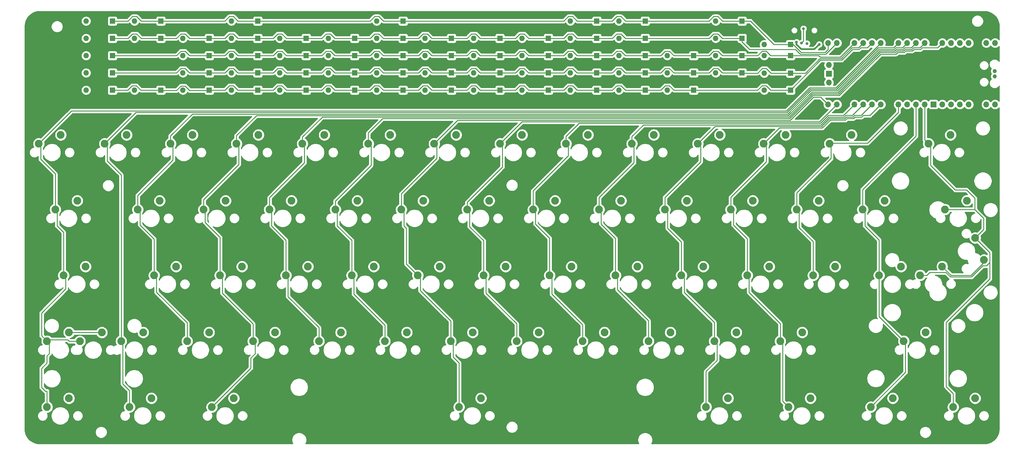
<source format=gbl>
G04 #@! TF.GenerationSoftware,KiCad,Pcbnew,(5.1.9)-1*
G04 #@! TF.CreationDate,2021-05-27T06:35:10+01:00*
G04 #@! TF.ProjectId,Env-KB60F,456e762d-4b42-4363-9046-2e6b69636164,rev?*
G04 #@! TF.SameCoordinates,Original*
G04 #@! TF.FileFunction,Copper,L2,Bot*
G04 #@! TF.FilePolarity,Positive*
%FSLAX46Y46*%
G04 Gerber Fmt 4.6, Leading zero omitted, Abs format (unit mm)*
G04 Created by KiCad (PCBNEW (5.1.9)-1) date 2021-05-27 06:35:10*
%MOMM*%
%LPD*%
G01*
G04 APERTURE LIST*
G04 #@! TA.AperFunction,ComponentPad*
%ADD10O,1.700000X1.700000*%
G04 #@! TD*
G04 #@! TA.AperFunction,ComponentPad*
%ADD11R,1.700000X1.700000*%
G04 #@! TD*
G04 #@! TA.AperFunction,ComponentPad*
%ADD12O,1.000000X2.100000*%
G04 #@! TD*
G04 #@! TA.AperFunction,ComponentPad*
%ADD13O,1.000000X1.600000*%
G04 #@! TD*
G04 #@! TA.AperFunction,ComponentPad*
%ADD14O,1.600000X1.600000*%
G04 #@! TD*
G04 #@! TA.AperFunction,ComponentPad*
%ADD15R,1.600000X1.600000*%
G04 #@! TD*
G04 #@! TA.AperFunction,ComponentPad*
%ADD16C,2.250000*%
G04 #@! TD*
G04 #@! TA.AperFunction,ViaPad*
%ADD17C,0.800000*%
G04 #@! TD*
G04 #@! TA.AperFunction,ViaPad*
%ADD18C,1.200000*%
G04 #@! TD*
G04 #@! TA.AperFunction,Conductor*
%ADD19C,0.250000*%
G04 #@! TD*
G04 #@! TA.AperFunction,Conductor*
%ADD20C,0.500000*%
G04 #@! TD*
G04 #@! TA.AperFunction,Conductor*
%ADD21C,0.254000*%
G04 #@! TD*
G04 #@! TA.AperFunction,Conductor*
%ADD22C,0.100000*%
G04 #@! TD*
G04 APERTURE END LIST*
D10*
X310100000Y-54290000D03*
D11*
X310100000Y-51750000D03*
D10*
X310100000Y-49210000D03*
X358130000Y-60640000D03*
X355590000Y-60640000D03*
D11*
X353050000Y-60640000D03*
D10*
X350510000Y-60640000D03*
X347970000Y-60640000D03*
X345430000Y-60640000D03*
X342890000Y-60640000D03*
D11*
X340350000Y-60640000D03*
D10*
X337810000Y-60640000D03*
X335270000Y-60640000D03*
X332730000Y-60640000D03*
X330190000Y-60640000D03*
D11*
X327650000Y-60640000D03*
D10*
X325110000Y-60640000D03*
X322570000Y-60640000D03*
X320030000Y-60640000D03*
X317490000Y-60640000D03*
D11*
X314950000Y-60640000D03*
D10*
X312410000Y-60640000D03*
X309870000Y-60640000D03*
X309870000Y-42860000D03*
X312410000Y-42860000D03*
D11*
X314950000Y-42860000D03*
D10*
X317490000Y-42860000D03*
X320030000Y-42860000D03*
X322570000Y-42860000D03*
X325110000Y-42860000D03*
D11*
X327650000Y-42860000D03*
D10*
X330190000Y-42860000D03*
X332730000Y-42860000D03*
X335270000Y-42860000D03*
X337810000Y-42860000D03*
D11*
X340350000Y-42860000D03*
D10*
X342890000Y-42860000D03*
X345430000Y-42860000D03*
X347970000Y-42860000D03*
X350510000Y-42860000D03*
D11*
X353050000Y-42860000D03*
D10*
X355590000Y-42860000D03*
X358130000Y-42860000D03*
D12*
X307315001Y-39735001D03*
X298675001Y-39735001D03*
D13*
X307315001Y-35555001D03*
X298675001Y-35555001D03*
D14*
X95380000Y-56500000D03*
D15*
X103000000Y-56500000D03*
D14*
X109380000Y-56500000D03*
D15*
X117000000Y-56500000D03*
D14*
X123380000Y-56500000D03*
D15*
X131000000Y-56500000D03*
D14*
X137380000Y-56500000D03*
D15*
X145000000Y-56500000D03*
D14*
X151380000Y-56500000D03*
D15*
X159000000Y-56500000D03*
D14*
X165380000Y-56500000D03*
D15*
X173000000Y-56500000D03*
D14*
X179380000Y-56500000D03*
D15*
X187000000Y-56500000D03*
D14*
X193380000Y-56500000D03*
D15*
X201000000Y-56500000D03*
D14*
X207380000Y-56500000D03*
D15*
X215000000Y-56500000D03*
X229000000Y-56500000D03*
D14*
X221380000Y-56500000D03*
X235380000Y-56500000D03*
D15*
X243000000Y-56500000D03*
D14*
X249380000Y-56500000D03*
D15*
X257000000Y-56500000D03*
D14*
X263380000Y-56500000D03*
D15*
X271000000Y-56500000D03*
D14*
X291380000Y-56500000D03*
D15*
X299000000Y-56500000D03*
D14*
X95380000Y-51500000D03*
D15*
X103000000Y-51500000D03*
D14*
X123380000Y-51500000D03*
D15*
X131000000Y-51500000D03*
D14*
X137380000Y-51500000D03*
D15*
X145000000Y-51500000D03*
D14*
X151380000Y-51500000D03*
D15*
X159000000Y-51500000D03*
D14*
X165380000Y-51500000D03*
D15*
X173000000Y-51500000D03*
D14*
X179380000Y-51500000D03*
D15*
X187000000Y-51500000D03*
D14*
X193380000Y-51500000D03*
D15*
X201000000Y-51500000D03*
D14*
X207380000Y-51500000D03*
D15*
X215000000Y-51500000D03*
X229000000Y-51500000D03*
D14*
X221380000Y-51500000D03*
X235380000Y-51500000D03*
D15*
X243000000Y-51500000D03*
D14*
X249380000Y-51500000D03*
D15*
X257000000Y-51500000D03*
D14*
X263380000Y-51500000D03*
D15*
X271000000Y-51500000D03*
D14*
X277380000Y-51500000D03*
D15*
X285000000Y-51500000D03*
D14*
X291388800Y-51562000D03*
D15*
X299008800Y-51562000D03*
D14*
X95380000Y-46500000D03*
D15*
X103000000Y-46500000D03*
D14*
X123380000Y-46500000D03*
D15*
X131000000Y-46500000D03*
D14*
X137380000Y-46500000D03*
D15*
X145000000Y-46500000D03*
D14*
X151380000Y-46500000D03*
D15*
X159000000Y-46500000D03*
D14*
X165380000Y-46500000D03*
D15*
X173000000Y-46500000D03*
D14*
X179380000Y-46500000D03*
D15*
X187000000Y-46500000D03*
D14*
X193380000Y-46500000D03*
D15*
X201000000Y-46500000D03*
D14*
X207380000Y-46500000D03*
D15*
X215000000Y-46500000D03*
X229000000Y-46500000D03*
D14*
X221380000Y-46500000D03*
X235380000Y-46500000D03*
D15*
X243000000Y-46500000D03*
D14*
X249380000Y-46500000D03*
D15*
X257000000Y-46500000D03*
D14*
X263380000Y-46500000D03*
D15*
X271000000Y-46500000D03*
D14*
X277380000Y-46500000D03*
D15*
X285000000Y-46500000D03*
D14*
X291380000Y-46500000D03*
D15*
X299000000Y-46500000D03*
D14*
X95380000Y-41500000D03*
D15*
X103000000Y-41500000D03*
D14*
X109380000Y-41500000D03*
D15*
X117000000Y-41500000D03*
D14*
X123380000Y-41500000D03*
D15*
X131000000Y-41500000D03*
D14*
X137380000Y-41500000D03*
D15*
X145000000Y-41500000D03*
D14*
X151380000Y-41500000D03*
D15*
X159000000Y-41500000D03*
D14*
X165380000Y-41500000D03*
D15*
X173000000Y-41500000D03*
D14*
X179380000Y-41500000D03*
D15*
X187000000Y-41500000D03*
D14*
X193380000Y-41500000D03*
D15*
X201000000Y-41500000D03*
D14*
X207380000Y-41500000D03*
D15*
X215000000Y-41500000D03*
X229000000Y-41500000D03*
D14*
X221380000Y-41500000D03*
X235380000Y-41500000D03*
D15*
X243000000Y-41500000D03*
D14*
X249380000Y-41500000D03*
D15*
X257000000Y-41500000D03*
D14*
X277380000Y-41500000D03*
D15*
X285000000Y-41500000D03*
D14*
X95380000Y-36500000D03*
D15*
X103000000Y-36500000D03*
D14*
X109380000Y-36500000D03*
D15*
X117000000Y-36500000D03*
D14*
X137380000Y-36500000D03*
D15*
X145000000Y-36500000D03*
D14*
X179380000Y-36500000D03*
D15*
X187000000Y-36500000D03*
D14*
X235380000Y-36500000D03*
D15*
X243000000Y-36500000D03*
D14*
X249380000Y-36500000D03*
D15*
X257000000Y-36500000D03*
D14*
X277380000Y-36500000D03*
D15*
X285000000Y-36500000D03*
D14*
X291380000Y-43300000D03*
D15*
X299000000Y-43300000D03*
D16*
X99940000Y-126620000D03*
X93590000Y-129160000D03*
X342840000Y-107520000D03*
X336490000Y-110060000D03*
X349990000Y-88470000D03*
X343640000Y-91010000D03*
X221415000Y-69445000D03*
X215065000Y-71985000D03*
X345240000Y-69445000D03*
X338890000Y-71985000D03*
X92827500Y-88495000D03*
X86477500Y-91035000D03*
X116640000Y-88495000D03*
X110290000Y-91035000D03*
X352383750Y-99265000D03*
X354923750Y-105615000D03*
X90446250Y-126595000D03*
X84096250Y-129135000D03*
X111877500Y-126595000D03*
X105527500Y-129135000D03*
X338096250Y-126595000D03*
X331746250Y-129135000D03*
X90446250Y-145645000D03*
X84096250Y-148185000D03*
X209508750Y-145645000D03*
X203158750Y-148185000D03*
X280946250Y-145645000D03*
X274596250Y-148185000D03*
X88065000Y-69445000D03*
X81715000Y-71985000D03*
X352383750Y-145645000D03*
X346033750Y-148185000D03*
X328571250Y-145645000D03*
X322221250Y-148185000D03*
X304758750Y-145645000D03*
X298408750Y-148185000D03*
X138071250Y-145645000D03*
X131721250Y-148185000D03*
X114258750Y-145645000D03*
X107908750Y-148185000D03*
X302377500Y-126595000D03*
X296027500Y-129135000D03*
X283327500Y-126595000D03*
X276977500Y-129135000D03*
X264277500Y-126595000D03*
X257927500Y-129135000D03*
X245227500Y-126595000D03*
X238877500Y-129135000D03*
X226177500Y-126595000D03*
X219827500Y-129135000D03*
X207127500Y-126595000D03*
X200777500Y-129135000D03*
X188077500Y-126595000D03*
X181727500Y-129135000D03*
X169027500Y-126595000D03*
X162677500Y-129135000D03*
X149977500Y-126595000D03*
X143627500Y-129135000D03*
X130927500Y-126595000D03*
X124577500Y-129135000D03*
X330952500Y-107545000D03*
X324602500Y-110085000D03*
X311902500Y-107545000D03*
X305552500Y-110085000D03*
X292852500Y-107545000D03*
X286502500Y-110085000D03*
X273802500Y-107545000D03*
X267452500Y-110085000D03*
X254752500Y-107545000D03*
X248402500Y-110085000D03*
X235702500Y-107545000D03*
X229352500Y-110085000D03*
X216652500Y-107545000D03*
X210302500Y-110085000D03*
X197602500Y-107545000D03*
X191252500Y-110085000D03*
X178552500Y-107545000D03*
X172202500Y-110085000D03*
X159502500Y-107545000D03*
X153152500Y-110085000D03*
X140452500Y-107545000D03*
X134102500Y-110085000D03*
X121402500Y-107545000D03*
X115052500Y-110085000D03*
X95208750Y-107545000D03*
X88858750Y-110085000D03*
X326190000Y-88495000D03*
X319840000Y-91035000D03*
X307140000Y-88495000D03*
X300790000Y-91035000D03*
X288090000Y-88495000D03*
X281740000Y-91035000D03*
X269040000Y-88495000D03*
X262690000Y-91035000D03*
X249990000Y-88495000D03*
X243640000Y-91035000D03*
X230940000Y-88495000D03*
X224590000Y-91035000D03*
X211890000Y-88495000D03*
X205540000Y-91035000D03*
X192840000Y-88495000D03*
X186490000Y-91035000D03*
X173790000Y-88495000D03*
X167440000Y-91035000D03*
X154740000Y-88495000D03*
X148390000Y-91035000D03*
X135690000Y-88495000D03*
X129340000Y-91035000D03*
X316665000Y-69445000D03*
X310315000Y-71985000D03*
X297615000Y-69445000D03*
X291265000Y-71985000D03*
X278565000Y-69445000D03*
X272215000Y-71985000D03*
X259515000Y-69445000D03*
X253165000Y-71985000D03*
X240465000Y-69445000D03*
X234115000Y-71985000D03*
X202365000Y-69445000D03*
X196015000Y-71985000D03*
X183315000Y-69445000D03*
X176965000Y-71985000D03*
X164265000Y-69445000D03*
X157915000Y-71985000D03*
X145215000Y-69445000D03*
X138865000Y-71985000D03*
X126165000Y-69445000D03*
X119815000Y-71985000D03*
X107115000Y-69445000D03*
X100765000Y-71985000D03*
D17*
X306300000Y-51750000D03*
X312500000Y-51750000D03*
X306300000Y-62000000D03*
X300750000Y-42600000D03*
X307300000Y-43250000D03*
D18*
X358000000Y-51000000D03*
D17*
X303750000Y-43000000D03*
D18*
X358000000Y-52500000D03*
D17*
X302767500Y-38700000D03*
X302125000Y-42875000D03*
D19*
X84750000Y-129788750D02*
X84096250Y-129135000D01*
X84750000Y-132750000D02*
X84750000Y-129788750D01*
X84096250Y-133403750D02*
X84750000Y-132750000D01*
X88858750Y-110085000D02*
X88858750Y-97608750D01*
X88858750Y-97608750D02*
X87000000Y-95750000D01*
X87000000Y-91557500D02*
X86477500Y-91035000D01*
X87000000Y-95750000D02*
X87000000Y-91557500D01*
X86477500Y-91035000D02*
X86477500Y-80727500D01*
X86477500Y-80727500D02*
X82250000Y-76500000D01*
X82250000Y-72520000D02*
X81715000Y-71985000D01*
X82250000Y-76500000D02*
X82250000Y-72520000D01*
X93590000Y-129160000D02*
X90510000Y-129160000D01*
X90510000Y-129160000D02*
X90100000Y-128750000D01*
X84481250Y-128750000D02*
X84096250Y-129135000D01*
X90100000Y-128750000D02*
X84481250Y-128750000D01*
X84096250Y-143596250D02*
X83596250Y-143596250D01*
X84096250Y-148185000D02*
X84096250Y-143596250D01*
X83596250Y-143596250D02*
X82500000Y-142500000D01*
X82500000Y-137000000D02*
X84096250Y-135403750D01*
X82500000Y-142500000D02*
X82500000Y-137000000D01*
X84096250Y-135403750D02*
X84096250Y-133403750D01*
X89500000Y-110726250D02*
X88858750Y-110085000D01*
X84096250Y-129135000D02*
X82500000Y-127538750D01*
X82500000Y-127538750D02*
X82500000Y-121000000D01*
X82500000Y-121000000D02*
X89500000Y-114000000D01*
X89500000Y-114000000D02*
X89500000Y-110726250D01*
X312170000Y-55800000D02*
X325110000Y-42860000D01*
X304500000Y-55800000D02*
X312170000Y-55800000D01*
X297800100Y-62499900D02*
X304500000Y-55800000D01*
X91200100Y-62499900D02*
X297800100Y-62499900D01*
X81715000Y-71985000D02*
X91200100Y-62499900D01*
X105527500Y-129135000D02*
X105527500Y-81027500D01*
X105527500Y-81027500D02*
X101500000Y-77000000D01*
X101500000Y-72720000D02*
X100765000Y-71985000D01*
X101500000Y-77000000D02*
X101500000Y-72720000D01*
X106000000Y-129607500D02*
X105527500Y-129135000D01*
X106000000Y-141500000D02*
X106000000Y-129607500D01*
X107908750Y-143408750D02*
X106000000Y-141500000D01*
X107908750Y-148185000D02*
X107908750Y-143408750D01*
X328800000Y-44250000D02*
X330190000Y-42860000D01*
X312356401Y-56250009D02*
X324356410Y-44250000D01*
X304699991Y-56250009D02*
X312356401Y-56250009D01*
X298000090Y-62949910D02*
X304699991Y-56250009D01*
X109800090Y-62949910D02*
X298000090Y-62949910D01*
X324356410Y-44250000D02*
X328800000Y-44250000D01*
X100765000Y-71985000D02*
X109800090Y-62949910D01*
X124577500Y-129135000D02*
X124577500Y-123827500D01*
X124577500Y-123827500D02*
X115750000Y-115000000D01*
X115750000Y-110782500D02*
X115052500Y-110085000D01*
X115750000Y-115000000D02*
X115750000Y-110782500D01*
X115052500Y-110085000D02*
X115052500Y-99552500D01*
X115052500Y-99552500D02*
X111000000Y-95500000D01*
X111000000Y-91745000D02*
X110290000Y-91035000D01*
X111000000Y-95500000D02*
X111000000Y-91745000D01*
X110290000Y-91035000D02*
X110290000Y-86960000D01*
X110290000Y-86960000D02*
X120500000Y-76750000D01*
X120500000Y-72670000D02*
X119815000Y-71985000D01*
X120500000Y-76750000D02*
X120500000Y-72670000D01*
X329436410Y-44250000D02*
X331340000Y-44250000D01*
X328986401Y-44700009D02*
X329436410Y-44250000D01*
X324542810Y-44700010D02*
X328986401Y-44700009D01*
X331340000Y-44250000D02*
X332730000Y-42860000D01*
X312542802Y-56700018D02*
X324542810Y-44700010D01*
X304886392Y-56700018D02*
X312542802Y-56700018D01*
X298186490Y-63399920D02*
X304886392Y-56700018D01*
X119815000Y-69685000D02*
X126100080Y-63399920D01*
X126100080Y-63399920D02*
X298186490Y-63399920D01*
X119815000Y-71985000D02*
X119815000Y-69685000D01*
X131721250Y-148185000D02*
X143000000Y-136906250D01*
X143000000Y-136906250D02*
X143000000Y-134000000D01*
X143000000Y-134000000D02*
X144250000Y-132750000D01*
X144250000Y-129757500D02*
X143627500Y-129135000D01*
X144250000Y-132750000D02*
X144250000Y-129757500D01*
X143627500Y-129135000D02*
X143627500Y-124127500D01*
X143627500Y-124127500D02*
X134750000Y-115250000D01*
X134750000Y-110732500D02*
X134102500Y-110085000D01*
X134750000Y-115250000D02*
X134750000Y-110732500D01*
X134102500Y-110085000D02*
X134102500Y-99102500D01*
X134102500Y-99102500D02*
X129750000Y-94750000D01*
X129750000Y-91445000D02*
X129340000Y-91035000D01*
X129750000Y-94750000D02*
X129750000Y-91445000D01*
X129340000Y-91035000D02*
X129340000Y-88160000D01*
X129340000Y-88160000D02*
X139500000Y-78000000D01*
X139500000Y-72620000D02*
X138865000Y-71985000D01*
X139500000Y-78000000D02*
X139500000Y-72620000D01*
X331526401Y-44700009D02*
X331976410Y-44250000D01*
X329172802Y-45150018D02*
X329622810Y-44700010D01*
X329622810Y-44700010D02*
X331526401Y-44700009D01*
X324729212Y-45150018D02*
X329172802Y-45150018D01*
X312729203Y-57150027D02*
X324729212Y-45150018D01*
X305079588Y-57150027D02*
X312729203Y-57150027D01*
X298379685Y-63849930D02*
X305079588Y-57150027D01*
X333880000Y-44250000D02*
X335270000Y-42860000D01*
X144650070Y-63849930D02*
X298379685Y-63849930D01*
X138865000Y-69635000D02*
X144650070Y-63849930D01*
X331976410Y-44250000D02*
X333880000Y-44250000D01*
X138865000Y-71985000D02*
X138865000Y-69635000D01*
X162677500Y-129135000D02*
X162677500Y-125177500D01*
X162677500Y-125177500D02*
X153750000Y-116250000D01*
X153750000Y-110682500D02*
X153152500Y-110085000D01*
X153750000Y-116250000D02*
X153750000Y-110682500D01*
X153152500Y-110085000D02*
X153152500Y-99902500D01*
X153152500Y-99902500D02*
X149000000Y-95750000D01*
X149000000Y-91645000D02*
X148390000Y-91035000D01*
X149000000Y-95750000D02*
X149000000Y-91645000D01*
X148390000Y-91035000D02*
X148390000Y-87610000D01*
X148390000Y-87610000D02*
X158500000Y-77500000D01*
X158500000Y-72570000D02*
X157915000Y-71985000D01*
X158500000Y-77500000D02*
X158500000Y-72570000D01*
X336420000Y-44250000D02*
X337810000Y-42860000D01*
X332162810Y-44700010D02*
X334066401Y-44700009D01*
X157915000Y-70085000D02*
X163700060Y-64299940D01*
X331712802Y-45150018D02*
X332162810Y-44700010D01*
X163700060Y-64299940D02*
X298566086Y-64299939D01*
X334066401Y-44700009D02*
X334516410Y-44250000D01*
X298566086Y-64299939D02*
X305265989Y-57600036D01*
X305265989Y-57600036D02*
X312915604Y-57600036D01*
X157915000Y-71985000D02*
X157915000Y-70085000D01*
X312915604Y-57600036D02*
X324915612Y-45600028D01*
X324915612Y-45600028D02*
X329359203Y-45600027D01*
X329359203Y-45600027D02*
X329809212Y-45150018D01*
X329809212Y-45150018D02*
X331712802Y-45150018D01*
X334516410Y-44250000D02*
X336420000Y-44250000D01*
X181727500Y-129135000D02*
X181727500Y-124477500D01*
X181727500Y-124477500D02*
X172750000Y-115500000D01*
X172750000Y-110632500D02*
X172202500Y-110085000D01*
X172750000Y-115500000D02*
X172750000Y-110632500D01*
X172202500Y-110085000D02*
X172202500Y-99952500D01*
X172202500Y-99952500D02*
X168000000Y-95750000D01*
X168000000Y-91595000D02*
X167440000Y-91035000D01*
X168000000Y-95750000D02*
X168000000Y-91595000D01*
X167440000Y-91035000D02*
X167440000Y-88560000D01*
X167440000Y-88560000D02*
X177750000Y-78250000D01*
X177750000Y-72770000D02*
X176965000Y-71985000D01*
X177750000Y-78250000D02*
X177750000Y-72770000D01*
X176965000Y-71985000D02*
X176965000Y-68885000D01*
X176965000Y-68885000D02*
X181100050Y-64749950D01*
X181100050Y-64749950D02*
X296950050Y-64749950D01*
X341500000Y-44250000D02*
X342890000Y-42860000D01*
X337056410Y-44250000D02*
X341500000Y-44250000D01*
X296950050Y-64749950D02*
X297050050Y-64749950D01*
X332349212Y-45150018D02*
X334252802Y-45150018D01*
X297050052Y-64749948D02*
X298752487Y-64749948D01*
X305452389Y-58050046D02*
X313102005Y-58050045D01*
X329545604Y-46050036D02*
X329995612Y-45600028D01*
X336606401Y-44700009D02*
X337056410Y-44250000D01*
X298752487Y-64749948D02*
X305452389Y-58050046D01*
X325102014Y-46050036D02*
X329545604Y-46050036D01*
X313102005Y-58050045D02*
X325102014Y-46050036D01*
X329995612Y-45600028D02*
X331899203Y-45600027D01*
X331899203Y-45600027D02*
X332349212Y-45150018D01*
X334252802Y-45150018D02*
X334702810Y-44700010D01*
X297050050Y-64749950D02*
X297050052Y-64749948D01*
X334702810Y-44700010D02*
X336606401Y-44700009D01*
X203158750Y-148185000D02*
X203158750Y-135408750D01*
X203158750Y-135408750D02*
X201500000Y-133750000D01*
X201500000Y-129857500D02*
X200777500Y-129135000D01*
X201500000Y-133750000D02*
X201500000Y-129857500D01*
X200777500Y-129135000D02*
X200777500Y-123277500D01*
X200777500Y-123277500D02*
X192000000Y-114500000D01*
X192000000Y-110832500D02*
X191252500Y-110085000D01*
X192000000Y-114500000D02*
X192000000Y-110832500D01*
X187981099Y-106813599D02*
X187981099Y-96481099D01*
X191252500Y-110085000D02*
X187981099Y-106813599D01*
X187981099Y-96481099D02*
X187250000Y-95750000D01*
X187250000Y-91795000D02*
X186490000Y-91035000D01*
X187250000Y-95750000D02*
X187250000Y-91795000D01*
X186490000Y-91035000D02*
X186490000Y-86510000D01*
X186490000Y-86510000D02*
X196750000Y-76250000D01*
X196750000Y-72720000D02*
X196015000Y-71985000D01*
X196750000Y-76250000D02*
X196750000Y-72720000D01*
X209200000Y-65200000D02*
X209200040Y-65199960D01*
X202800000Y-65200000D02*
X209200000Y-65200000D01*
X196015000Y-71985000D02*
X202800000Y-65200000D01*
X297800042Y-65199958D02*
X298938888Y-65199957D01*
X297800040Y-65199960D02*
X297800042Y-65199958D01*
X297799960Y-65199960D02*
X297800040Y-65199960D01*
X209200040Y-65199960D02*
X297799960Y-65199960D01*
X298938888Y-65199957D02*
X305638791Y-58500054D01*
X307730054Y-58500054D02*
X309870000Y-60640000D01*
X305638791Y-58500054D02*
X307730054Y-58500054D01*
X219827500Y-129135000D02*
X219827500Y-124077500D01*
X219827500Y-124077500D02*
X211000000Y-115250000D01*
X211000000Y-110782500D02*
X210302500Y-110085000D01*
X211000000Y-115250000D02*
X211000000Y-110782500D01*
X210302500Y-110085000D02*
X210302500Y-100052500D01*
X210302500Y-100052500D02*
X206250000Y-96000000D01*
X206250000Y-91745000D02*
X205540000Y-91035000D01*
X206250000Y-96000000D02*
X206250000Y-91745000D01*
X205540000Y-91035000D02*
X205540000Y-88960000D01*
X205540000Y-88960000D02*
X215750000Y-78750000D01*
X215750000Y-72670000D02*
X215065000Y-71985000D01*
X215750000Y-78750000D02*
X215750000Y-72670000D01*
X307400031Y-65649969D02*
X312410000Y-60640000D01*
X221400030Y-65649970D02*
X307400031Y-65649969D01*
X215065000Y-71985000D02*
X221400030Y-65649970D01*
X238877500Y-129135000D02*
X238877500Y-124377500D01*
X238877500Y-124377500D02*
X230000000Y-115500000D01*
X230000000Y-110732500D02*
X229352500Y-110085000D01*
X230000000Y-115500000D02*
X230000000Y-110732500D01*
X229352500Y-110085000D02*
X229352500Y-99352500D01*
X229352500Y-99352500D02*
X225250000Y-95250000D01*
X225250000Y-91695000D02*
X224590000Y-91035000D01*
X225250000Y-95250000D02*
X225250000Y-91695000D01*
X224590000Y-91035000D02*
X224590000Y-85660000D01*
X224590000Y-85660000D02*
X234750000Y-75500000D01*
X234750000Y-72620000D02*
X234115000Y-71985000D01*
X234750000Y-75500000D02*
X234750000Y-72620000D01*
X309950000Y-63800000D02*
X314330000Y-63800000D01*
X307650022Y-66099978D02*
X309950000Y-63800000D01*
X314330000Y-63800000D02*
X317490000Y-60640000D01*
X301550022Y-66099978D02*
X307650022Y-66099978D01*
X301550020Y-66099980D02*
X301550022Y-66099978D01*
X237900000Y-66099980D02*
X301550020Y-66099980D01*
X234115000Y-69884980D02*
X237900000Y-66099980D01*
X234115000Y-71985000D02*
X234115000Y-69884980D01*
X257927500Y-129135000D02*
X257927500Y-123177500D01*
X257927500Y-123177500D02*
X249000000Y-114250000D01*
X249000000Y-110682500D02*
X248402500Y-110085000D01*
X249000000Y-114250000D02*
X249000000Y-110682500D01*
X248402500Y-110085000D02*
X248402500Y-99402500D01*
X248402500Y-99402500D02*
X244250000Y-95250000D01*
X244250000Y-91645000D02*
X243640000Y-91035000D01*
X244250000Y-95250000D02*
X244250000Y-91645000D01*
X243640000Y-91035000D02*
X243640000Y-87610000D01*
X243640000Y-87610000D02*
X253750000Y-77500000D01*
X253750000Y-72570000D02*
X253165000Y-71985000D01*
X253750000Y-77500000D02*
X253750000Y-72570000D01*
X314516401Y-64250009D02*
X314966410Y-63800000D01*
X310136400Y-64250010D02*
X314516401Y-64250009D01*
X303950012Y-66549988D02*
X307836423Y-66549987D01*
X303950010Y-66549990D02*
X303950012Y-66549988D01*
X316870000Y-63800000D02*
X320030000Y-60640000D01*
X256500000Y-66549990D02*
X303950010Y-66549990D01*
X314966410Y-63800000D02*
X316870000Y-63800000D01*
X253165000Y-69884990D02*
X256500000Y-66549990D01*
X307836423Y-66549987D02*
X310136400Y-64250010D01*
X253165000Y-71985000D02*
X253165000Y-69884990D01*
X274596250Y-148185000D02*
X274596250Y-137903750D01*
X274596250Y-137903750D02*
X277750000Y-134750000D01*
X277750000Y-129907500D02*
X276977500Y-129135000D01*
X277750000Y-134750000D02*
X277750000Y-129907500D01*
X276977500Y-129135000D02*
X276977500Y-123727500D01*
X276977500Y-123727500D02*
X268250000Y-115000000D01*
X268250000Y-110882500D02*
X267452500Y-110085000D01*
X268250000Y-115000000D02*
X268250000Y-110882500D01*
X267452500Y-110085000D02*
X267452500Y-100452500D01*
X267452500Y-100452500D02*
X263500000Y-96500000D01*
X263500000Y-91845000D02*
X262690000Y-91035000D01*
X263500000Y-96500000D02*
X263500000Y-91845000D01*
X262690000Y-91035000D02*
X262690000Y-87560000D01*
X262690000Y-87560000D02*
X273000000Y-77250000D01*
X273000000Y-72770000D02*
X272215000Y-71985000D01*
X273000000Y-77250000D02*
X273000000Y-72770000D01*
X319410000Y-63800000D02*
X322570000Y-60640000D01*
X317506410Y-63800000D02*
X319410000Y-63800000D01*
X315152810Y-64250010D02*
X317056401Y-64250009D01*
X317056401Y-64250009D02*
X317506410Y-63800000D01*
X314702802Y-64700018D02*
X315152810Y-64250010D01*
X310322802Y-64700018D02*
X314702802Y-64700018D01*
X308022818Y-67000002D02*
X310322802Y-64700018D01*
X277200000Y-67000000D02*
X308022818Y-67000002D01*
X272215000Y-71985000D02*
X277200000Y-67000000D01*
X298408750Y-148185000D02*
X296750000Y-146526250D01*
X296750000Y-129857500D02*
X296027500Y-129135000D01*
X296750000Y-146526250D02*
X296750000Y-129857500D01*
X296027500Y-129135000D02*
X296027500Y-124027500D01*
X296027500Y-124027500D02*
X287000000Y-115000000D01*
X287000000Y-110582500D02*
X286502500Y-110085000D01*
X287000000Y-115000000D02*
X287000000Y-110582500D01*
X286502500Y-110085000D02*
X286502500Y-99502500D01*
X286502500Y-99502500D02*
X282500000Y-95500000D01*
X282500000Y-91795000D02*
X281740000Y-91035000D01*
X282500000Y-95500000D02*
X282500000Y-91795000D01*
X281740000Y-91035000D02*
X281740000Y-87510000D01*
X281740000Y-87510000D02*
X292000000Y-77250000D01*
X292000000Y-72720000D02*
X291265000Y-71985000D01*
X292000000Y-77250000D02*
X292000000Y-72720000D01*
X320046410Y-63800000D02*
X321950000Y-63800000D01*
X319596401Y-64250009D02*
X320046410Y-63800000D01*
X317692810Y-64250010D02*
X319596401Y-64250009D01*
X317242802Y-64700018D02*
X317692810Y-64250010D01*
X315339212Y-64700018D02*
X317242802Y-64700018D01*
X321950000Y-63800000D02*
X325110000Y-60640000D01*
X314889203Y-65150027D02*
X315339212Y-64700018D01*
X310509202Y-65150028D02*
X314889203Y-65150027D01*
X308209219Y-67450011D02*
X310509202Y-65150028D01*
X295799989Y-67450011D02*
X308209219Y-67450011D01*
X291265000Y-71985000D02*
X295799989Y-67450011D01*
X305552500Y-110085000D02*
X305552500Y-100302500D01*
X305552500Y-100302500D02*
X301500000Y-96250000D01*
X301500000Y-91745000D02*
X300790000Y-91035000D01*
X301500000Y-96250000D02*
X301500000Y-91745000D01*
X300790000Y-91035000D02*
X300790000Y-86210000D01*
X300790000Y-86210000D02*
X310750000Y-76250000D01*
X310750000Y-72420000D02*
X310315000Y-71985000D01*
X310750000Y-76250000D02*
X310750000Y-72420000D01*
X310500000Y-71800000D02*
X310315000Y-71985000D01*
X321300000Y-71800000D02*
X310500000Y-71800000D01*
X330190000Y-62910000D02*
X321300000Y-71800000D01*
X330190000Y-62910000D02*
X330190000Y-60640000D01*
X332250000Y-129638750D02*
X331746250Y-129135000D01*
X332250000Y-138156250D02*
X332250000Y-129638750D01*
X322221250Y-148185000D02*
X332250000Y-138156250D01*
X324602500Y-110085000D02*
X324602500Y-99852500D01*
X324602500Y-99852500D02*
X320500000Y-95750000D01*
X320500000Y-91695000D02*
X319840000Y-91035000D01*
X320500000Y-95750000D02*
X320500000Y-91695000D01*
X319840000Y-91035000D02*
X319840000Y-85260000D01*
X319840000Y-85260000D02*
X335270000Y-69830000D01*
X324602500Y-120052500D02*
X324602500Y-110085000D01*
X324602500Y-121991250D02*
X324602500Y-120052500D01*
X331746250Y-129135000D02*
X324602500Y-121991250D01*
X335270000Y-69830000D02*
X335270000Y-60640000D01*
X339500000Y-72595000D02*
X338890000Y-71985000D01*
X339500000Y-78250000D02*
X339500000Y-72595000D01*
X352383750Y-99265000D02*
X354850000Y-96798750D01*
X354850000Y-96798750D02*
X354850000Y-93600000D01*
X350590000Y-91010000D02*
X352260000Y-91010000D01*
X352260000Y-91010000D02*
X352575000Y-91325000D01*
X354850000Y-93600000D02*
X352575000Y-91325000D01*
X351610000Y-91010000D02*
X350590000Y-91010000D01*
X350590000Y-91010000D02*
X343907651Y-91010000D01*
X346033750Y-148185000D02*
X346033750Y-144283750D01*
X346033750Y-144283750D02*
X344000000Y-142250000D01*
X344000000Y-142250000D02*
X344000000Y-125050000D01*
X356600000Y-103481250D02*
X355009375Y-101890625D01*
X355009375Y-101890625D02*
X352383750Y-99265000D01*
X355559375Y-102440625D02*
X355009375Y-101890625D01*
X356600000Y-106100000D02*
X356600000Y-111100000D01*
X356600000Y-106100000D02*
X356600000Y-103481250D01*
X344000000Y-123700000D02*
X344000000Y-124800000D01*
X356600000Y-111100000D02*
X344000000Y-123700000D01*
X344000000Y-125050000D02*
X344000000Y-124800000D01*
X355700000Y-107300000D02*
X356600000Y-106400000D01*
X354586410Y-107300000D02*
X355700000Y-107300000D01*
X356600000Y-106400000D02*
X356600000Y-106100000D01*
X351336401Y-110550009D02*
X354586410Y-107300000D01*
X345233600Y-110550010D02*
X351336401Y-110550009D01*
X343933590Y-109250000D02*
X345233600Y-110550010D01*
X339200000Y-109250000D02*
X343933590Y-109250000D01*
X338390000Y-110060000D02*
X339200000Y-109250000D01*
X336490000Y-110060000D02*
X338390000Y-110060000D01*
X352260000Y-91010000D02*
X352260000Y-87760000D01*
X352260000Y-87760000D02*
X349875000Y-85375000D01*
X349875000Y-85375000D02*
X346625000Y-85375000D01*
X346625000Y-85375000D02*
X339500000Y-78250000D01*
X337810000Y-70905000D02*
X337810000Y-60640000D01*
X338890000Y-71985000D02*
X337810000Y-70905000D01*
X290800000Y-55200000D02*
X292000000Y-55200000D01*
X289500000Y-56500000D02*
X290800000Y-55200000D01*
X292000000Y-55200000D02*
X293300000Y-56500000D01*
X293300000Y-56500000D02*
X299000000Y-56500000D01*
X262800000Y-55200000D02*
X264000000Y-55200000D01*
X261500000Y-56500000D02*
X262800000Y-55200000D01*
X257000000Y-56500000D02*
X261500000Y-56500000D01*
X264000000Y-55200000D02*
X265300000Y-56500000D01*
X265300000Y-56500000D02*
X271000000Y-56500000D01*
X248800000Y-55200000D02*
X250000000Y-55200000D01*
X247500000Y-56500000D02*
X248800000Y-55200000D01*
X243000000Y-56500000D02*
X247500000Y-56500000D01*
X250000000Y-55200000D02*
X251300000Y-56500000D01*
X251300000Y-56500000D02*
X257000000Y-56500000D01*
X234800000Y-55200000D02*
X236000000Y-55200000D01*
X233500000Y-56500000D02*
X234800000Y-55200000D01*
X229000000Y-56500000D02*
X233500000Y-56500000D01*
X236000000Y-55200000D02*
X237300000Y-56500000D01*
X237300000Y-56500000D02*
X243000000Y-56500000D01*
X220800000Y-55200000D02*
X222000000Y-55200000D01*
X219500000Y-56500000D02*
X220800000Y-55200000D01*
X215000000Y-56500000D02*
X219500000Y-56500000D01*
X222000000Y-55200000D02*
X223300000Y-56500000D01*
X223300000Y-56500000D02*
X229000000Y-56500000D01*
X206800000Y-55200000D02*
X208000000Y-55200000D01*
X205500000Y-56500000D02*
X206800000Y-55200000D01*
X201000000Y-56500000D02*
X205500000Y-56500000D01*
X208000000Y-55200000D02*
X209300000Y-56500000D01*
X209300000Y-56500000D02*
X215000000Y-56500000D01*
X192800000Y-55200000D02*
X194000000Y-55200000D01*
X191500000Y-56500000D02*
X192800000Y-55200000D01*
X187000000Y-56500000D02*
X191500000Y-56500000D01*
X194000000Y-55200000D02*
X195300000Y-56500000D01*
X195300000Y-56500000D02*
X201000000Y-56500000D01*
X178800000Y-55200000D02*
X180000000Y-55200000D01*
X177500000Y-56500000D02*
X178800000Y-55200000D01*
X173000000Y-56500000D02*
X177500000Y-56500000D01*
X180000000Y-55200000D02*
X181300000Y-56500000D01*
X181300000Y-56500000D02*
X187000000Y-56500000D01*
X164800000Y-55200000D02*
X166000000Y-55200000D01*
X163500000Y-56500000D02*
X164800000Y-55200000D01*
X159000000Y-56500000D02*
X163500000Y-56500000D01*
X166000000Y-55200000D02*
X167300000Y-56500000D01*
X167300000Y-56500000D02*
X173000000Y-56500000D01*
X150800000Y-55200000D02*
X152000000Y-55200000D01*
X149500000Y-56500000D02*
X150800000Y-55200000D01*
X145000000Y-56500000D02*
X149500000Y-56500000D01*
X152000000Y-55200000D02*
X153300000Y-56500000D01*
X153300000Y-56500000D02*
X159000000Y-56500000D01*
X136800000Y-55200000D02*
X138000000Y-55200000D01*
X135500000Y-56500000D02*
X136800000Y-55200000D01*
X131000000Y-56500000D02*
X135500000Y-56500000D01*
X138000000Y-55200000D02*
X139300000Y-56500000D01*
X139300000Y-56500000D02*
X145000000Y-56500000D01*
X122800000Y-55300000D02*
X124000000Y-55300000D01*
X121500000Y-56600000D02*
X122800000Y-55300000D01*
X117000000Y-56600000D02*
X121500000Y-56600000D01*
X124000000Y-55300000D02*
X125300000Y-56600000D01*
X125300000Y-56600000D02*
X131000000Y-56600000D01*
X108700000Y-55200000D02*
X109900000Y-55200000D01*
X107400000Y-56500000D02*
X108700000Y-55200000D01*
X102900000Y-56500000D02*
X107400000Y-56500000D01*
X109900000Y-55200000D02*
X111200000Y-56500000D01*
X111200000Y-56500000D02*
X116900000Y-56500000D01*
X271000000Y-56500000D02*
X286500000Y-56500000D01*
X286500000Y-56500000D02*
X289500000Y-56500000D01*
X285000000Y-56500000D02*
X286500000Y-56500000D01*
X321180000Y-44250000D02*
X322570000Y-42860000D01*
X318826401Y-44700009D02*
X319276410Y-44250000D01*
X316922810Y-44700010D02*
X318826401Y-44700009D01*
X313000002Y-47799998D02*
X313822822Y-47799998D01*
X313822822Y-47799998D02*
X316922810Y-44700010D01*
X313000000Y-47800000D02*
X313000002Y-47799998D01*
X307700000Y-47800000D02*
X313000000Y-47800000D01*
X319276410Y-44250000D02*
X321180000Y-44250000D01*
X299000000Y-56500000D02*
X307700000Y-47800000D01*
X285020000Y-51550000D02*
X289520000Y-51550000D01*
X290820000Y-50250000D02*
X292020000Y-50250000D01*
X292020000Y-50250000D02*
X293320000Y-51550000D01*
X289520000Y-51550000D02*
X290820000Y-50250000D01*
X293320000Y-51550000D02*
X299020000Y-51550000D01*
X276800000Y-50200000D02*
X278000000Y-50200000D01*
X275500000Y-51500000D02*
X276800000Y-50200000D01*
X271000000Y-51500000D02*
X275500000Y-51500000D01*
X278000000Y-50200000D02*
X279300000Y-51500000D01*
X279300000Y-51500000D02*
X285000000Y-51500000D01*
X262800000Y-50200000D02*
X264000000Y-50200000D01*
X261500000Y-51500000D02*
X262800000Y-50200000D01*
X257000000Y-51500000D02*
X261500000Y-51500000D01*
X264000000Y-50200000D02*
X265300000Y-51500000D01*
X265300000Y-51500000D02*
X271000000Y-51500000D01*
X248800000Y-50200000D02*
X250000000Y-50200000D01*
X247500000Y-51500000D02*
X248800000Y-50200000D01*
X243000000Y-51500000D02*
X247500000Y-51500000D01*
X250000000Y-50200000D02*
X251300000Y-51500000D01*
X251300000Y-51500000D02*
X257000000Y-51500000D01*
X234800000Y-50200000D02*
X236000000Y-50200000D01*
X233500000Y-51500000D02*
X234800000Y-50200000D01*
X229000000Y-51500000D02*
X233500000Y-51500000D01*
X236000000Y-50200000D02*
X237300000Y-51500000D01*
X237300000Y-51500000D02*
X243000000Y-51500000D01*
X220800000Y-50200000D02*
X222000000Y-50200000D01*
X219500000Y-51500000D02*
X220800000Y-50200000D01*
X215000000Y-51500000D02*
X219500000Y-51500000D01*
X222000000Y-50200000D02*
X223300000Y-51500000D01*
X223300000Y-51500000D02*
X229000000Y-51500000D01*
X206800000Y-50200000D02*
X208000000Y-50200000D01*
X205500000Y-51500000D02*
X206800000Y-50200000D01*
X201000000Y-51500000D02*
X205500000Y-51500000D01*
X208000000Y-50200000D02*
X209300000Y-51500000D01*
X209300000Y-51500000D02*
X215000000Y-51500000D01*
X192800000Y-50200000D02*
X194000000Y-50200000D01*
X191500000Y-51500000D02*
X192800000Y-50200000D01*
X187000000Y-51500000D02*
X191500000Y-51500000D01*
X194000000Y-50200000D02*
X195300000Y-51500000D01*
X195300000Y-51500000D02*
X201000000Y-51500000D01*
X178800000Y-50200000D02*
X180000000Y-50200000D01*
X177500000Y-51500000D02*
X178800000Y-50200000D01*
X173000000Y-51500000D02*
X177500000Y-51500000D01*
X180000000Y-50200000D02*
X181300000Y-51500000D01*
X181300000Y-51500000D02*
X187000000Y-51500000D01*
X164800000Y-50200000D02*
X166000000Y-50200000D01*
X163500000Y-51500000D02*
X164800000Y-50200000D01*
X159000000Y-51500000D02*
X163500000Y-51500000D01*
X166000000Y-50200000D02*
X167300000Y-51500000D01*
X167300000Y-51500000D02*
X173000000Y-51500000D01*
X150800000Y-50200000D02*
X152000000Y-50200000D01*
X149500000Y-51500000D02*
X150800000Y-50200000D01*
X145000000Y-51500000D02*
X149500000Y-51500000D01*
X152000000Y-50200000D02*
X153300000Y-51500000D01*
X153300000Y-51500000D02*
X159000000Y-51500000D01*
X136800000Y-50200000D02*
X138000000Y-50200000D01*
X135500000Y-51500000D02*
X136800000Y-50200000D01*
X131000000Y-51500000D02*
X135500000Y-51500000D01*
X138000000Y-50200000D02*
X139300000Y-51500000D01*
X139300000Y-51500000D02*
X145000000Y-51500000D01*
X122800000Y-50200000D02*
X124000000Y-50200000D01*
X121500000Y-51500000D02*
X122800000Y-50200000D01*
X124000000Y-50200000D02*
X125300000Y-51500000D01*
X125300000Y-51500000D02*
X131000000Y-51500000D01*
X103000000Y-51500000D02*
X118000000Y-51500000D01*
X118000000Y-51500000D02*
X121500000Y-51500000D01*
X117000000Y-51500000D02*
X118000000Y-51500000D01*
X318640000Y-44250000D02*
X320030000Y-42860000D01*
X313636421Y-47349989D02*
X316736410Y-44250000D01*
X316736410Y-44250000D02*
X318640000Y-44250000D01*
X303301590Y-51562000D02*
X307513600Y-47349990D01*
X307513600Y-47349990D02*
X313636421Y-47349989D01*
X299008800Y-51562000D02*
X303301590Y-51562000D01*
X290800000Y-45200000D02*
X292000000Y-45200000D01*
X289500000Y-46500000D02*
X290800000Y-45200000D01*
X285000000Y-46500000D02*
X289500000Y-46500000D01*
X292000000Y-45200000D02*
X293300000Y-46500000D01*
X293300000Y-46500000D02*
X299000000Y-46500000D01*
X276800000Y-45200000D02*
X278000000Y-45200000D01*
X275500000Y-46500000D02*
X276800000Y-45200000D01*
X271000000Y-46500000D02*
X275500000Y-46500000D01*
X278000000Y-45200000D02*
X279300000Y-46500000D01*
X279300000Y-46500000D02*
X285000000Y-46500000D01*
X262800000Y-45200000D02*
X264000000Y-45200000D01*
X261500000Y-46500000D02*
X262800000Y-45200000D01*
X257000000Y-46500000D02*
X261500000Y-46500000D01*
X264000000Y-45200000D02*
X265300000Y-46500000D01*
X265300000Y-46500000D02*
X271000000Y-46500000D01*
X248800000Y-45200000D02*
X250000000Y-45200000D01*
X247500000Y-46500000D02*
X248800000Y-45200000D01*
X243000000Y-46500000D02*
X247500000Y-46500000D01*
X250000000Y-45200000D02*
X251300000Y-46500000D01*
X251300000Y-46500000D02*
X257000000Y-46500000D01*
X234800000Y-45200000D02*
X236000000Y-45200000D01*
X233500000Y-46500000D02*
X234800000Y-45200000D01*
X229000000Y-46500000D02*
X233500000Y-46500000D01*
X236000000Y-45200000D02*
X237300000Y-46500000D01*
X237300000Y-46500000D02*
X243000000Y-46500000D01*
X220800000Y-45200000D02*
X222000000Y-45200000D01*
X219500000Y-46500000D02*
X220800000Y-45200000D01*
X215000000Y-46500000D02*
X219500000Y-46500000D01*
X222000000Y-45200000D02*
X223300000Y-46500000D01*
X223300000Y-46500000D02*
X229000000Y-46500000D01*
X206800000Y-45200000D02*
X208000000Y-45200000D01*
X205500000Y-46500000D02*
X206800000Y-45200000D01*
X201000000Y-46500000D02*
X205500000Y-46500000D01*
X208000000Y-45200000D02*
X209300000Y-46500000D01*
X209300000Y-46500000D02*
X215000000Y-46500000D01*
X192800000Y-45200000D02*
X194000000Y-45200000D01*
X191500000Y-46500000D02*
X192800000Y-45200000D01*
X187000000Y-46500000D02*
X191500000Y-46500000D01*
X194000000Y-45200000D02*
X195300000Y-46500000D01*
X195300000Y-46500000D02*
X201000000Y-46500000D01*
X178800000Y-45200000D02*
X180000000Y-45200000D01*
X177500000Y-46500000D02*
X178800000Y-45200000D01*
X173000000Y-46500000D02*
X177500000Y-46500000D01*
X180000000Y-45200000D02*
X181300000Y-46500000D01*
X181300000Y-46500000D02*
X187000000Y-46500000D01*
X164800000Y-45200000D02*
X166000000Y-45200000D01*
X163500000Y-46500000D02*
X164800000Y-45200000D01*
X159000000Y-46500000D02*
X163500000Y-46500000D01*
X166000000Y-45200000D02*
X167300000Y-46500000D01*
X167300000Y-46500000D02*
X173000000Y-46500000D01*
X150800000Y-45200000D02*
X152000000Y-45200000D01*
X149500000Y-46500000D02*
X150800000Y-45200000D01*
X145000000Y-46500000D02*
X149500000Y-46500000D01*
X152000000Y-45200000D02*
X153300000Y-46500000D01*
X153300000Y-46500000D02*
X159000000Y-46500000D01*
X136800000Y-45200000D02*
X138000000Y-45200000D01*
X135500000Y-46500000D02*
X136800000Y-45200000D01*
X131000000Y-46500000D02*
X135500000Y-46500000D01*
X138000000Y-45200000D02*
X139300000Y-46500000D01*
X139300000Y-46500000D02*
X145000000Y-46500000D01*
X122800000Y-45200000D02*
X124000000Y-45200000D01*
X121500000Y-46500000D02*
X122800000Y-45200000D01*
X124000000Y-45200000D02*
X125300000Y-46500000D01*
X125300000Y-46500000D02*
X131000000Y-46500000D01*
X117500000Y-46500000D02*
X121500000Y-46500000D01*
X103000000Y-46500000D02*
X117500000Y-46500000D01*
X117000000Y-46500000D02*
X117500000Y-46500000D01*
X313450020Y-46899980D02*
X317490000Y-42860000D01*
X307550000Y-46899980D02*
X313450020Y-46899980D01*
X307150020Y-46500000D02*
X307550000Y-46899980D01*
X299000000Y-46500000D02*
X307150020Y-46500000D01*
X276800000Y-40200000D02*
X278000000Y-40200000D01*
X275500000Y-41500000D02*
X276800000Y-40200000D01*
X271000000Y-41500000D02*
X275500000Y-41500000D01*
X278000000Y-40200000D02*
X279300000Y-41500000D01*
X279300000Y-41500000D02*
X285000000Y-41500000D01*
X248800000Y-40200000D02*
X250000000Y-40200000D01*
X247500000Y-41500000D02*
X248800000Y-40200000D01*
X243000000Y-41500000D02*
X247500000Y-41500000D01*
X250000000Y-40200000D02*
X251300000Y-41500000D01*
X251300000Y-41500000D02*
X257000000Y-41500000D01*
X234800000Y-40200000D02*
X236000000Y-40200000D01*
X233500000Y-41500000D02*
X234800000Y-40200000D01*
X229000000Y-41500000D02*
X233500000Y-41500000D01*
X236000000Y-40200000D02*
X237300000Y-41500000D01*
X237300000Y-41500000D02*
X243000000Y-41500000D01*
X220800000Y-40200000D02*
X222000000Y-40200000D01*
X219500000Y-41500000D02*
X220800000Y-40200000D01*
X215000000Y-41500000D02*
X219500000Y-41500000D01*
X222000000Y-40200000D02*
X223300000Y-41500000D01*
X223300000Y-41500000D02*
X229000000Y-41500000D01*
X206800000Y-40200000D02*
X208000000Y-40200000D01*
X205500000Y-41500000D02*
X206800000Y-40200000D01*
X201000000Y-41500000D02*
X205500000Y-41500000D01*
X208000000Y-40200000D02*
X209300000Y-41500000D01*
X209300000Y-41500000D02*
X215000000Y-41500000D01*
X192800000Y-40200000D02*
X194000000Y-40200000D01*
X191500000Y-41500000D02*
X192800000Y-40200000D01*
X187000000Y-41500000D02*
X191500000Y-41500000D01*
X194000000Y-40200000D02*
X195300000Y-41500000D01*
X195300000Y-41500000D02*
X201000000Y-41500000D01*
X178800000Y-40200000D02*
X180000000Y-40200000D01*
X177500000Y-41500000D02*
X178800000Y-40200000D01*
X173000000Y-41500000D02*
X177500000Y-41500000D01*
X180000000Y-40200000D02*
X181300000Y-41500000D01*
X181300000Y-41500000D02*
X187000000Y-41500000D01*
X164800000Y-40200000D02*
X166000000Y-40200000D01*
X163500000Y-41500000D02*
X164800000Y-40200000D01*
X159000000Y-41500000D02*
X163500000Y-41500000D01*
X166000000Y-40200000D02*
X167300000Y-41500000D01*
X167300000Y-41500000D02*
X173000000Y-41500000D01*
X150800000Y-40200000D02*
X152000000Y-40200000D01*
X149500000Y-41500000D02*
X150800000Y-40200000D01*
X145000000Y-41500000D02*
X149500000Y-41500000D01*
X152000000Y-40200000D02*
X153300000Y-41500000D01*
X153300000Y-41500000D02*
X159000000Y-41500000D01*
X136800000Y-40200000D02*
X138000000Y-40200000D01*
X135500000Y-41500000D02*
X136800000Y-40200000D01*
X131000000Y-41500000D02*
X135500000Y-41500000D01*
X138000000Y-40200000D02*
X139300000Y-41500000D01*
X139300000Y-41500000D02*
X145000000Y-41500000D01*
X122800000Y-40200000D02*
X124000000Y-40200000D01*
X121500000Y-41500000D02*
X122800000Y-40200000D01*
X117000000Y-41500000D02*
X121500000Y-41500000D01*
X124000000Y-40200000D02*
X125300000Y-41500000D01*
X125300000Y-41500000D02*
X131000000Y-41500000D01*
X108800000Y-40200000D02*
X110000000Y-40200000D01*
X107500000Y-41500000D02*
X108800000Y-40200000D01*
X103000000Y-41500000D02*
X107500000Y-41500000D01*
X110000000Y-40200000D02*
X111300000Y-41500000D01*
X111300000Y-41500000D02*
X117000000Y-41500000D01*
X271000000Y-41500000D02*
X257000000Y-41500000D01*
X309220010Y-46049990D02*
X312410000Y-42860000D01*
X301799990Y-46049990D02*
X309220010Y-46049990D01*
X300499990Y-44749990D02*
X301799990Y-46049990D01*
X287199990Y-44749990D02*
X300499990Y-44749990D01*
X285000000Y-42550000D02*
X287199990Y-44749990D01*
X285000000Y-41500000D02*
X285000000Y-42550000D01*
X276800000Y-35200000D02*
X278000000Y-35200000D01*
X275500000Y-36500000D02*
X276800000Y-35200000D01*
X271000000Y-36500000D02*
X275500000Y-36500000D01*
X278000000Y-35200000D02*
X279300000Y-36500000D01*
X279300000Y-36500000D02*
X285000000Y-36500000D01*
X248800000Y-35200000D02*
X250000000Y-35200000D01*
X247500000Y-36500000D02*
X248800000Y-35200000D01*
X243000000Y-36500000D02*
X247500000Y-36500000D01*
X250000000Y-35200000D02*
X251300000Y-36500000D01*
X251300000Y-36500000D02*
X257000000Y-36500000D01*
X234800000Y-35200000D02*
X236000000Y-35200000D01*
X233500000Y-36500000D02*
X234800000Y-35200000D01*
X236000000Y-35200000D02*
X237300000Y-36500000D01*
X237300000Y-36500000D02*
X243000000Y-36500000D01*
X178800000Y-35200000D02*
X180000000Y-35200000D01*
X177500000Y-36500000D02*
X178800000Y-35200000D01*
X180000000Y-35200000D02*
X181300000Y-36500000D01*
X181300000Y-36500000D02*
X187000000Y-36500000D01*
X136800000Y-35200000D02*
X138000000Y-35200000D01*
X135500000Y-36500000D02*
X136800000Y-35200000D01*
X131000000Y-36500000D02*
X135500000Y-36500000D01*
X138000000Y-35200000D02*
X139300000Y-36500000D01*
X139300000Y-36500000D02*
X145000000Y-36500000D01*
X103000000Y-36500000D02*
X107500000Y-36500000D01*
X107500000Y-36500000D02*
X108800000Y-35200000D01*
X108800000Y-35200000D02*
X110000000Y-35200000D01*
X111300000Y-36500000D02*
X117000000Y-36500000D01*
X110000000Y-35200000D02*
X111300000Y-36500000D01*
X117000000Y-36500000D02*
X131500000Y-36500000D01*
X145000000Y-36500000D02*
X174000000Y-36500000D01*
X174000000Y-36500000D02*
X177500000Y-36500000D01*
X173000000Y-36500000D02*
X174000000Y-36500000D01*
X187000000Y-36500000D02*
X230000000Y-36500000D01*
X230000000Y-36500000D02*
X233500000Y-36500000D01*
X229000000Y-36500000D02*
X230000000Y-36500000D01*
X257000000Y-36500000D02*
X272000000Y-36500000D01*
X272000000Y-36500000D02*
X271500000Y-36500000D01*
X285000000Y-36500000D02*
X287400000Y-36500000D01*
X294200000Y-43300000D02*
X299000000Y-43300000D01*
X287400000Y-36500000D02*
X294200000Y-43300000D01*
X309033610Y-45599980D02*
X309870000Y-44763590D01*
X302099980Y-45599980D02*
X309033610Y-45599980D01*
X299800000Y-43300000D02*
X302099980Y-45599980D01*
X309870000Y-44763590D02*
X309870000Y-42860000D01*
X299000000Y-43300000D02*
X299800000Y-43300000D01*
X354923750Y-106326250D02*
X354923750Y-105615000D01*
X351150000Y-110100000D02*
X354923750Y-106326250D01*
X345420000Y-110100000D02*
X351150000Y-110100000D01*
X342840000Y-107520000D02*
X345420000Y-110100000D01*
X99915000Y-126595000D02*
X99940000Y-126620000D01*
X90446250Y-126595000D02*
X99915000Y-126595000D01*
D20*
X305900000Y-44650000D02*
X307300000Y-43250000D01*
X300750000Y-43250000D02*
X302150000Y-44650000D01*
X302150000Y-44650000D02*
X305900000Y-44650000D01*
X300750000Y-42600000D02*
X300750000Y-43250000D01*
D19*
X302767500Y-38700000D02*
X302767500Y-42232500D01*
X302767500Y-42232500D02*
X302125000Y-42875000D01*
X302125000Y-42875000D02*
X302000000Y-43000000D01*
D21*
X355763637Y-33755875D02*
X356503140Y-33958180D01*
X357195128Y-34288242D01*
X357817733Y-34735629D01*
X358351268Y-35286195D01*
X358778876Y-35922544D01*
X359087041Y-36624561D01*
X359267283Y-37375320D01*
X359315001Y-38025125D01*
X359315000Y-41960549D01*
X359283475Y-41913368D01*
X359076632Y-41706525D01*
X358833411Y-41544010D01*
X358563158Y-41432068D01*
X358276260Y-41375000D01*
X357983740Y-41375000D01*
X357696842Y-41432068D01*
X357426589Y-41544010D01*
X357183368Y-41706525D01*
X356976525Y-41913368D01*
X356860000Y-42087760D01*
X356743475Y-41913368D01*
X356536632Y-41706525D01*
X356293411Y-41544010D01*
X356023158Y-41432068D01*
X355736260Y-41375000D01*
X355443740Y-41375000D01*
X355156842Y-41432068D01*
X354886589Y-41544010D01*
X354643368Y-41706525D01*
X354436525Y-41913368D01*
X354274010Y-42156589D01*
X354162068Y-42426842D01*
X354105000Y-42713740D01*
X354105000Y-43006260D01*
X354162068Y-43293158D01*
X354274010Y-43563411D01*
X354436525Y-43806632D01*
X354643368Y-44013475D01*
X354886589Y-44175990D01*
X355156842Y-44287932D01*
X355443740Y-44345000D01*
X355736260Y-44345000D01*
X356023158Y-44287932D01*
X356293411Y-44175990D01*
X356536632Y-44013475D01*
X356743475Y-43806632D01*
X356860000Y-43632240D01*
X356976525Y-43806632D01*
X357183368Y-44013475D01*
X357426589Y-44175990D01*
X357696842Y-44287932D01*
X357983740Y-44345000D01*
X358276260Y-44345000D01*
X358563158Y-44287932D01*
X358833411Y-44175990D01*
X359076632Y-44013475D01*
X359283475Y-43806632D01*
X359315000Y-43759451D01*
X359315000Y-48230111D01*
X359192312Y-48046495D01*
X358978505Y-47832688D01*
X358727095Y-47664701D01*
X358447743Y-47548989D01*
X358151184Y-47490000D01*
X357848816Y-47490000D01*
X357552257Y-47548989D01*
X357272905Y-47664701D01*
X357021495Y-47832688D01*
X356807688Y-48046495D01*
X356639701Y-48297905D01*
X356523989Y-48577257D01*
X356465000Y-48873816D01*
X356465000Y-49176184D01*
X356523989Y-49472743D01*
X356639701Y-49752095D01*
X356807688Y-50003505D01*
X357021495Y-50217312D01*
X357032666Y-50224776D01*
X356905557Y-50415008D01*
X356812460Y-50639764D01*
X356765000Y-50878363D01*
X356765000Y-51121637D01*
X356812460Y-51360236D01*
X356905557Y-51584992D01*
X357015812Y-51750000D01*
X356905557Y-51915008D01*
X356812460Y-52139764D01*
X356765000Y-52378363D01*
X356765000Y-52621637D01*
X356812460Y-52860236D01*
X356905557Y-53084992D01*
X357032666Y-53275224D01*
X357021495Y-53282688D01*
X356807688Y-53496495D01*
X356639701Y-53747905D01*
X356523989Y-54027257D01*
X356465000Y-54323816D01*
X356465000Y-54626184D01*
X356523989Y-54922743D01*
X356639701Y-55202095D01*
X356807688Y-55453505D01*
X357021495Y-55667312D01*
X357272905Y-55835299D01*
X357552257Y-55951011D01*
X357848816Y-56010000D01*
X358151184Y-56010000D01*
X358447743Y-55951011D01*
X358727095Y-55835299D01*
X358978505Y-55667312D01*
X359192312Y-55453505D01*
X359315000Y-55269890D01*
X359315000Y-59740549D01*
X359283475Y-59693368D01*
X359076632Y-59486525D01*
X358833411Y-59324010D01*
X358563158Y-59212068D01*
X358276260Y-59155000D01*
X357983740Y-59155000D01*
X357696842Y-59212068D01*
X357426589Y-59324010D01*
X357183368Y-59486525D01*
X356976525Y-59693368D01*
X356860000Y-59867760D01*
X356743475Y-59693368D01*
X356536632Y-59486525D01*
X356293411Y-59324010D01*
X356023158Y-59212068D01*
X355736260Y-59155000D01*
X355443740Y-59155000D01*
X355156842Y-59212068D01*
X354886589Y-59324010D01*
X354643368Y-59486525D01*
X354436525Y-59693368D01*
X354274010Y-59936589D01*
X354162068Y-60206842D01*
X354105000Y-60493740D01*
X354105000Y-60786260D01*
X354162068Y-61073158D01*
X354274010Y-61343411D01*
X354436525Y-61586632D01*
X354643368Y-61793475D01*
X354886589Y-61955990D01*
X355156842Y-62067932D01*
X355443740Y-62125000D01*
X355736260Y-62125000D01*
X356023158Y-62067932D01*
X356293411Y-61955990D01*
X356536632Y-61793475D01*
X356743475Y-61586632D01*
X356860000Y-61412240D01*
X356976525Y-61586632D01*
X357183368Y-61793475D01*
X357426589Y-61955990D01*
X357696842Y-62067932D01*
X357983740Y-62125000D01*
X358276260Y-62125000D01*
X358563158Y-62067932D01*
X358833411Y-61955990D01*
X359076632Y-61793475D01*
X359283475Y-61586632D01*
X359315000Y-61539451D01*
X359315001Y-154469484D01*
X359244125Y-155263637D01*
X359041820Y-156003140D01*
X358711758Y-156695128D01*
X358264371Y-157317733D01*
X357713808Y-157851266D01*
X357077456Y-158278876D01*
X356375437Y-158587042D01*
X355624681Y-158767282D01*
X354974888Y-158815000D01*
X258826920Y-158815000D01*
X258881931Y-158732670D01*
X259044680Y-158339757D01*
X259127650Y-157922643D01*
X259127650Y-157497357D01*
X259044680Y-157080243D01*
X258881931Y-156687330D01*
X258645654Y-156333718D01*
X258344932Y-156032996D01*
X257991320Y-155796719D01*
X257598407Y-155633970D01*
X257181293Y-155551000D01*
X256756007Y-155551000D01*
X256338893Y-155633970D01*
X255945980Y-155796719D01*
X255592368Y-156032996D01*
X255291646Y-156333718D01*
X255055369Y-156687330D01*
X254892620Y-157080243D01*
X254809650Y-157497357D01*
X254809650Y-157922643D01*
X254892620Y-158339757D01*
X255055369Y-158732670D01*
X255110380Y-158815000D01*
X158827120Y-158815000D01*
X158882131Y-158732670D01*
X159044880Y-158339757D01*
X159127850Y-157922643D01*
X159127850Y-157497357D01*
X159044880Y-157080243D01*
X158882131Y-156687330D01*
X158645854Y-156333718D01*
X158345132Y-156032996D01*
X157991520Y-155796719D01*
X157598607Y-155633970D01*
X157181493Y-155551000D01*
X156756207Y-155551000D01*
X156339093Y-155633970D01*
X155946180Y-155796719D01*
X155592568Y-156032996D01*
X155291846Y-156333718D01*
X155055569Y-156687330D01*
X154892820Y-157080243D01*
X154809850Y-157497357D01*
X154809850Y-157922643D01*
X154892820Y-158339757D01*
X155055569Y-158732670D01*
X155110580Y-158815000D01*
X82030505Y-158815000D01*
X81236363Y-158744125D01*
X80496860Y-158541820D01*
X79804872Y-158211758D01*
X79182267Y-157764371D01*
X78648734Y-157213808D01*
X78221124Y-156577456D01*
X77912958Y-155875437D01*
X77781799Y-155329117D01*
X98015000Y-155329117D01*
X98015000Y-155670883D01*
X98081675Y-156006081D01*
X98212463Y-156321831D01*
X98402337Y-156605998D01*
X98644002Y-156847663D01*
X98928169Y-157037537D01*
X99243919Y-157168325D01*
X99579117Y-157235000D01*
X99920883Y-157235000D01*
X100256081Y-157168325D01*
X100571831Y-157037537D01*
X100855998Y-156847663D01*
X101097663Y-156605998D01*
X101287537Y-156321831D01*
X101418325Y-156006081D01*
X101485000Y-155670883D01*
X101485000Y-155329117D01*
X101418325Y-154993919D01*
X101287537Y-154678169D01*
X101097663Y-154394002D01*
X100855998Y-154152337D01*
X100571831Y-153962463D01*
X100256081Y-153831675D01*
X100243222Y-153829117D01*
X216765000Y-153829117D01*
X216765000Y-154170883D01*
X216831675Y-154506081D01*
X216962463Y-154821831D01*
X217152337Y-155105998D01*
X217394002Y-155347663D01*
X217678169Y-155537537D01*
X217993919Y-155668325D01*
X218329117Y-155735000D01*
X218670883Y-155735000D01*
X219006081Y-155668325D01*
X219321831Y-155537537D01*
X219605998Y-155347663D01*
X219624544Y-155329117D01*
X336265000Y-155329117D01*
X336265000Y-155670883D01*
X336331675Y-156006081D01*
X336462463Y-156321831D01*
X336652337Y-156605998D01*
X336894002Y-156847663D01*
X337178169Y-157037537D01*
X337493919Y-157168325D01*
X337829117Y-157235000D01*
X338170883Y-157235000D01*
X338506081Y-157168325D01*
X338821831Y-157037537D01*
X339105998Y-156847663D01*
X339347663Y-156605998D01*
X339537537Y-156321831D01*
X339668325Y-156006081D01*
X339735000Y-155670883D01*
X339735000Y-155329117D01*
X339668325Y-154993919D01*
X339537537Y-154678169D01*
X339347663Y-154394002D01*
X339105998Y-154152337D01*
X338821831Y-153962463D01*
X338506081Y-153831675D01*
X338170883Y-153765000D01*
X337829117Y-153765000D01*
X337493919Y-153831675D01*
X337178169Y-153962463D01*
X336894002Y-154152337D01*
X336652337Y-154394002D01*
X336462463Y-154678169D01*
X336331675Y-154993919D01*
X336265000Y-155329117D01*
X219624544Y-155329117D01*
X219847663Y-155105998D01*
X220037537Y-154821831D01*
X220168325Y-154506081D01*
X220235000Y-154170883D01*
X220235000Y-153829117D01*
X220168325Y-153493919D01*
X220037537Y-153178169D01*
X219847663Y-152894002D01*
X219605998Y-152652337D01*
X219321831Y-152462463D01*
X219006081Y-152331675D01*
X218670883Y-152265000D01*
X218329117Y-152265000D01*
X217993919Y-152331675D01*
X217678169Y-152462463D01*
X217394002Y-152652337D01*
X217152337Y-152894002D01*
X216962463Y-153178169D01*
X216831675Y-153493919D01*
X216765000Y-153829117D01*
X100243222Y-153829117D01*
X99920883Y-153765000D01*
X99579117Y-153765000D01*
X99243919Y-153831675D01*
X98928169Y-153962463D01*
X98644002Y-154152337D01*
X98402337Y-154394002D01*
X98212463Y-154678169D01*
X98081675Y-154993919D01*
X98015000Y-155329117D01*
X77781799Y-155329117D01*
X77732718Y-155124681D01*
X77685000Y-154474888D01*
X77685000Y-74376278D01*
X78935000Y-74376278D01*
X78935000Y-74673722D01*
X78993029Y-74965451D01*
X79106856Y-75240253D01*
X79272107Y-75487569D01*
X79482431Y-75697893D01*
X79729747Y-75863144D01*
X80004549Y-75976971D01*
X80296278Y-76035000D01*
X80593722Y-76035000D01*
X80885451Y-75976971D01*
X81160253Y-75863144D01*
X81407569Y-75697893D01*
X81490000Y-75615462D01*
X81490000Y-76462677D01*
X81486324Y-76500000D01*
X81490000Y-76537322D01*
X81490000Y-76537332D01*
X81500997Y-76648985D01*
X81531942Y-76750998D01*
X81544454Y-76792246D01*
X81615026Y-76924276D01*
X81654871Y-76972826D01*
X81709999Y-77040001D01*
X81739003Y-77063804D01*
X85717501Y-81042303D01*
X85717500Y-89444792D01*
X85643827Y-89475308D01*
X85355565Y-89667919D01*
X85110419Y-89913065D01*
X84917808Y-90201327D01*
X84785136Y-90521627D01*
X84717500Y-90861655D01*
X84717500Y-91208345D01*
X84785136Y-91548373D01*
X84917808Y-91868673D01*
X85050138Y-92066719D01*
X84767049Y-92123029D01*
X84492247Y-92236856D01*
X84244931Y-92402107D01*
X84034607Y-92612431D01*
X83869356Y-92859747D01*
X83755529Y-93134549D01*
X83697500Y-93426278D01*
X83697500Y-93723722D01*
X83755529Y-94015451D01*
X83869356Y-94290253D01*
X84034607Y-94537569D01*
X84244931Y-94747893D01*
X84492247Y-94913144D01*
X84767049Y-95026971D01*
X85058778Y-95085000D01*
X85356222Y-95085000D01*
X85647951Y-95026971D01*
X85922753Y-94913144D01*
X86170069Y-94747893D01*
X86240000Y-94677962D01*
X86240000Y-95712677D01*
X86236324Y-95750000D01*
X86240000Y-95787322D01*
X86240000Y-95787332D01*
X86250997Y-95898985D01*
X86285788Y-96013677D01*
X86294454Y-96042246D01*
X86365026Y-96174276D01*
X86389338Y-96203900D01*
X86459999Y-96290001D01*
X86489002Y-96313803D01*
X88098751Y-97923554D01*
X88098750Y-108494792D01*
X88025077Y-108525308D01*
X87736815Y-108717919D01*
X87491669Y-108963065D01*
X87299058Y-109251327D01*
X87166386Y-109571627D01*
X87098750Y-109911655D01*
X87098750Y-110258345D01*
X87166386Y-110598373D01*
X87299058Y-110918673D01*
X87431388Y-111116719D01*
X87148299Y-111173029D01*
X86873497Y-111286856D01*
X86626181Y-111452107D01*
X86415857Y-111662431D01*
X86250606Y-111909747D01*
X86136779Y-112184549D01*
X86078750Y-112476278D01*
X86078750Y-112773722D01*
X86136779Y-113065451D01*
X86250606Y-113340253D01*
X86415857Y-113587569D01*
X86626181Y-113797893D01*
X86873497Y-113963144D01*
X87148299Y-114076971D01*
X87440028Y-114135000D01*
X87737472Y-114135000D01*
X88029201Y-114076971D01*
X88304003Y-113963144D01*
X88551319Y-113797893D01*
X88740000Y-113609212D01*
X88740000Y-113685198D01*
X81988998Y-120436201D01*
X81960000Y-120459999D01*
X81936202Y-120488997D01*
X81936201Y-120488998D01*
X81865026Y-120575724D01*
X81794454Y-120707754D01*
X81750998Y-120851015D01*
X81736324Y-121000000D01*
X81740001Y-121037332D01*
X81740000Y-127501427D01*
X81736324Y-127538750D01*
X81740000Y-127576072D01*
X81740000Y-127576082D01*
X81750997Y-127687735D01*
X81782904Y-127792919D01*
X81794454Y-127830996D01*
X81865026Y-127963026D01*
X81896189Y-128000998D01*
X81959999Y-128078751D01*
X81989002Y-128102553D01*
X82434402Y-128547954D01*
X82403886Y-128621627D01*
X82336250Y-128961655D01*
X82336250Y-129308345D01*
X82403886Y-129648373D01*
X82536558Y-129968673D01*
X82668888Y-130166719D01*
X82385799Y-130223029D01*
X82110997Y-130336856D01*
X81863681Y-130502107D01*
X81653357Y-130712431D01*
X81488106Y-130959747D01*
X81374279Y-131234549D01*
X81316250Y-131526278D01*
X81316250Y-131823722D01*
X81374279Y-132115451D01*
X81488106Y-132390253D01*
X81653357Y-132637569D01*
X81863681Y-132847893D01*
X82110997Y-133013144D01*
X82385799Y-133126971D01*
X82677528Y-133185000D01*
X82974972Y-133185000D01*
X83266701Y-133126971D01*
X83415348Y-133065399D01*
X83390704Y-133111504D01*
X83347248Y-133254765D01*
X83332574Y-133403750D01*
X83336251Y-133441082D01*
X83336250Y-135088947D01*
X81988998Y-136436201D01*
X81960000Y-136459999D01*
X81936202Y-136488997D01*
X81936201Y-136488998D01*
X81865026Y-136575724D01*
X81794454Y-136707754D01*
X81750998Y-136851015D01*
X81736324Y-137000000D01*
X81740001Y-137037332D01*
X81740000Y-142462677D01*
X81736324Y-142500000D01*
X81740000Y-142537322D01*
X81740000Y-142537332D01*
X81750997Y-142648985D01*
X81788851Y-142773776D01*
X81794454Y-142792246D01*
X81865026Y-142924276D01*
X81904871Y-142972826D01*
X81959999Y-143040001D01*
X81989002Y-143063804D01*
X83032451Y-144107253D01*
X83056249Y-144136251D01*
X83085247Y-144160049D01*
X83171974Y-144231224D01*
X83304003Y-144301796D01*
X83336251Y-144311578D01*
X83336250Y-146594792D01*
X83262577Y-146625308D01*
X82974315Y-146817919D01*
X82729169Y-147063065D01*
X82536558Y-147351327D01*
X82403886Y-147671627D01*
X82336250Y-148011655D01*
X82336250Y-148358345D01*
X82403886Y-148698373D01*
X82536558Y-149018673D01*
X82668888Y-149216719D01*
X82385799Y-149273029D01*
X82110997Y-149386856D01*
X81863681Y-149552107D01*
X81653357Y-149762431D01*
X81488106Y-150009747D01*
X81374279Y-150284549D01*
X81316250Y-150576278D01*
X81316250Y-150873722D01*
X81374279Y-151165451D01*
X81488106Y-151440253D01*
X81653357Y-151687569D01*
X81863681Y-151897893D01*
X82110997Y-152063144D01*
X82385799Y-152176971D01*
X82677528Y-152235000D01*
X82974972Y-152235000D01*
X83266701Y-152176971D01*
X83541503Y-152063144D01*
X83788819Y-151897893D01*
X83999143Y-151687569D01*
X84164394Y-151440253D01*
X84278221Y-151165451D01*
X84336250Y-150873722D01*
X84336250Y-150576278D01*
X84314330Y-150466076D01*
X85277350Y-150466076D01*
X85277350Y-150983924D01*
X85378377Y-151491822D01*
X85576549Y-151970251D01*
X85864250Y-152400826D01*
X86230424Y-152767000D01*
X86660999Y-153054701D01*
X87139428Y-153252873D01*
X87647326Y-153353900D01*
X88165174Y-153353900D01*
X88673072Y-153252873D01*
X89151501Y-153054701D01*
X89582076Y-152767000D01*
X89948250Y-152400826D01*
X90235951Y-151970251D01*
X90434123Y-151491822D01*
X90535150Y-150983924D01*
X90535150Y-150576278D01*
X91476250Y-150576278D01*
X91476250Y-150873722D01*
X91534279Y-151165451D01*
X91648106Y-151440253D01*
X91813357Y-151687569D01*
X92023681Y-151897893D01*
X92270997Y-152063144D01*
X92545799Y-152176971D01*
X92837528Y-152235000D01*
X93134972Y-152235000D01*
X93426701Y-152176971D01*
X93701503Y-152063144D01*
X93948819Y-151897893D01*
X94159143Y-151687569D01*
X94324394Y-151440253D01*
X94438221Y-151165451D01*
X94496250Y-150873722D01*
X94496250Y-150576278D01*
X94438221Y-150284549D01*
X94324394Y-150009747D01*
X94159143Y-149762431D01*
X93948819Y-149552107D01*
X93701503Y-149386856D01*
X93426701Y-149273029D01*
X93134972Y-149215000D01*
X92837528Y-149215000D01*
X92545799Y-149273029D01*
X92270997Y-149386856D01*
X92023681Y-149552107D01*
X91813357Y-149762431D01*
X91648106Y-150009747D01*
X91534279Y-150284549D01*
X91476250Y-150576278D01*
X90535150Y-150576278D01*
X90535150Y-150466076D01*
X90434123Y-149958178D01*
X90235951Y-149479749D01*
X89948250Y-149049174D01*
X89582076Y-148683000D01*
X89151501Y-148395299D01*
X88673072Y-148197127D01*
X88165174Y-148096100D01*
X87647326Y-148096100D01*
X87139428Y-148197127D01*
X86660999Y-148395299D01*
X86230424Y-148683000D01*
X85864250Y-149049174D01*
X85576549Y-149479749D01*
X85378377Y-149958178D01*
X85277350Y-150466076D01*
X84314330Y-150466076D01*
X84278221Y-150284549D01*
X84164394Y-150009747D01*
X84121132Y-149945000D01*
X84269595Y-149945000D01*
X84609623Y-149877364D01*
X84929923Y-149744692D01*
X85218185Y-149552081D01*
X85463331Y-149306935D01*
X85655942Y-149018673D01*
X85788614Y-148698373D01*
X85856250Y-148358345D01*
X85856250Y-148011655D01*
X85788614Y-147671627D01*
X85655942Y-147351327D01*
X85463331Y-147063065D01*
X85218185Y-146817919D01*
X84929923Y-146625308D01*
X84856250Y-146594792D01*
X84856250Y-145471655D01*
X88686250Y-145471655D01*
X88686250Y-145818345D01*
X88753886Y-146158373D01*
X88886558Y-146478673D01*
X89079169Y-146766935D01*
X89324315Y-147012081D01*
X89612577Y-147204692D01*
X89932877Y-147337364D01*
X90272905Y-147405000D01*
X90619595Y-147405000D01*
X90959623Y-147337364D01*
X91279923Y-147204692D01*
X91568185Y-147012081D01*
X91813331Y-146766935D01*
X92005942Y-146478673D01*
X92138614Y-146158373D01*
X92206250Y-145818345D01*
X92206250Y-145471655D01*
X92138614Y-145131627D01*
X92005942Y-144811327D01*
X91813331Y-144523065D01*
X91568185Y-144277919D01*
X91279923Y-144085308D01*
X90959623Y-143952636D01*
X90619595Y-143885000D01*
X90272905Y-143885000D01*
X89932877Y-143952636D01*
X89612577Y-144085308D01*
X89324315Y-144277919D01*
X89079169Y-144523065D01*
X88886558Y-144811327D01*
X88753886Y-145131627D01*
X88686250Y-145471655D01*
X84856250Y-145471655D01*
X84856250Y-143633583D01*
X84859927Y-143596250D01*
X84845253Y-143447264D01*
X84801796Y-143304003D01*
X84731224Y-143171974D01*
X84636251Y-143056249D01*
X84520526Y-142961276D01*
X84388497Y-142890704D01*
X84245236Y-142847247D01*
X84133583Y-142836250D01*
X84096250Y-142832573D01*
X84058917Y-142836250D01*
X83911052Y-142836250D01*
X83260000Y-142185199D01*
X83260000Y-141343852D01*
X83451750Y-141630826D01*
X83817924Y-141997000D01*
X84248499Y-142284701D01*
X84726928Y-142482873D01*
X85234826Y-142583900D01*
X85752674Y-142583900D01*
X86260572Y-142482873D01*
X86739001Y-142284701D01*
X87169576Y-141997000D01*
X87535750Y-141630826D01*
X87823451Y-141200251D01*
X88021623Y-140721822D01*
X88122650Y-140213924D01*
X88122650Y-139696076D01*
X88021623Y-139188178D01*
X87823451Y-138709749D01*
X87535750Y-138279174D01*
X87169576Y-137913000D01*
X86739001Y-137625299D01*
X86260572Y-137427127D01*
X85752674Y-137326100D01*
X85234826Y-137326100D01*
X84726928Y-137427127D01*
X84248499Y-137625299D01*
X83817924Y-137913000D01*
X83451750Y-138279174D01*
X83260000Y-138566148D01*
X83260000Y-137314801D01*
X84607259Y-135967544D01*
X84636251Y-135943751D01*
X84660045Y-135914758D01*
X84660049Y-135914754D01*
X84718061Y-135844065D01*
X84731224Y-135828026D01*
X84801796Y-135695997D01*
X84845253Y-135552736D01*
X84856250Y-135441083D01*
X84856250Y-135441074D01*
X84859926Y-135403751D01*
X84856250Y-135366428D01*
X84856250Y-133718551D01*
X85261004Y-133313798D01*
X85290001Y-133290001D01*
X85322011Y-133250997D01*
X85384974Y-133174277D01*
X85455546Y-133042247D01*
X85464374Y-133013144D01*
X85499003Y-132898986D01*
X85510000Y-132787333D01*
X85510000Y-132787324D01*
X85512207Y-132764916D01*
X85576549Y-132920251D01*
X85864250Y-133350826D01*
X86230424Y-133717000D01*
X86660999Y-134004701D01*
X87139428Y-134202873D01*
X87647326Y-134303900D01*
X88165174Y-134303900D01*
X88673072Y-134202873D01*
X89151501Y-134004701D01*
X89582076Y-133717000D01*
X89948250Y-133350826D01*
X90235951Y-132920251D01*
X90434123Y-132441822D01*
X90535150Y-131933924D01*
X90535150Y-131416076D01*
X90434123Y-130908178D01*
X90235951Y-130429749D01*
X89948250Y-129999174D01*
X89582076Y-129633000D01*
X89397993Y-129510000D01*
X89785199Y-129510000D01*
X89946196Y-129670997D01*
X89969999Y-129700001D01*
X90085724Y-129794974D01*
X90170980Y-129840545D01*
X90217753Y-129865546D01*
X90361014Y-129909003D01*
X90510000Y-129923677D01*
X90547333Y-129920000D01*
X91999792Y-129920000D01*
X92030308Y-129993673D01*
X92162638Y-130191719D01*
X91879549Y-130248029D01*
X91604747Y-130361856D01*
X91357431Y-130527107D01*
X91147107Y-130737431D01*
X90981856Y-130984747D01*
X90868029Y-131259549D01*
X90810000Y-131551278D01*
X90810000Y-131848722D01*
X90868029Y-132140451D01*
X90981856Y-132415253D01*
X91147107Y-132662569D01*
X91357431Y-132872893D01*
X91604747Y-133038144D01*
X91879549Y-133151971D01*
X92171278Y-133210000D01*
X92468722Y-133210000D01*
X92715966Y-133160820D01*
X92837528Y-133185000D01*
X93134972Y-133185000D01*
X93426701Y-133126971D01*
X93701503Y-133013144D01*
X93948819Y-132847893D01*
X94159143Y-132637569D01*
X94324394Y-132390253D01*
X94438221Y-132115451D01*
X94496250Y-131823722D01*
X94496250Y-131526278D01*
X94479303Y-131441076D01*
X94771100Y-131441076D01*
X94771100Y-131958924D01*
X94872127Y-132466822D01*
X95070299Y-132945251D01*
X95358000Y-133375826D01*
X95724174Y-133742000D01*
X96154749Y-134029701D01*
X96633178Y-134227873D01*
X97141076Y-134328900D01*
X97658924Y-134328900D01*
X98166822Y-134227873D01*
X98645251Y-134029701D01*
X99075826Y-133742000D01*
X99442000Y-133375826D01*
X99729701Y-132945251D01*
X99927873Y-132466822D01*
X100028900Y-131958924D01*
X100028900Y-131441076D01*
X99927873Y-130933178D01*
X99729701Y-130454749D01*
X99442000Y-130024174D01*
X99075826Y-129658000D01*
X98645251Y-129370299D01*
X98166822Y-129172127D01*
X97658924Y-129071100D01*
X97141076Y-129071100D01*
X96633178Y-129172127D01*
X96154749Y-129370299D01*
X95724174Y-129658000D01*
X95358000Y-130024174D01*
X95070299Y-130454749D01*
X94872127Y-130933178D01*
X94771100Y-131441076D01*
X94479303Y-131441076D01*
X94438221Y-131234549D01*
X94324394Y-130959747D01*
X94220286Y-130803937D01*
X94423673Y-130719692D01*
X94711935Y-130527081D01*
X94957081Y-130281935D01*
X95149692Y-129993673D01*
X95282364Y-129673373D01*
X95350000Y-129333345D01*
X95350000Y-128986655D01*
X95282364Y-128646627D01*
X95149692Y-128326327D01*
X94957081Y-128038065D01*
X94711935Y-127792919D01*
X94423673Y-127600308D01*
X94103373Y-127467636D01*
X93763345Y-127400000D01*
X93416655Y-127400000D01*
X93076627Y-127467636D01*
X92756327Y-127600308D01*
X92468065Y-127792919D01*
X92222919Y-128038065D01*
X92030308Y-128326327D01*
X91999792Y-128400000D01*
X90824801Y-128400000D01*
X90753221Y-128328420D01*
X90959623Y-128287364D01*
X91279923Y-128154692D01*
X91568185Y-127962081D01*
X91813331Y-127716935D01*
X92005942Y-127428673D01*
X92036458Y-127355000D01*
X98339436Y-127355000D01*
X98380308Y-127453673D01*
X98572919Y-127741935D01*
X98818065Y-127987081D01*
X99106327Y-128179692D01*
X99426627Y-128312364D01*
X99766655Y-128380000D01*
X100113345Y-128380000D01*
X100453373Y-128312364D01*
X100773673Y-128179692D01*
X101061935Y-127987081D01*
X101307081Y-127741935D01*
X101499692Y-127453673D01*
X101632364Y-127133373D01*
X101700000Y-126793345D01*
X101700000Y-126446655D01*
X101632364Y-126106627D01*
X101499692Y-125786327D01*
X101307081Y-125498065D01*
X101061935Y-125252919D01*
X100773673Y-125060308D01*
X100453373Y-124927636D01*
X100113345Y-124860000D01*
X99766655Y-124860000D01*
X99426627Y-124927636D01*
X99106327Y-125060308D01*
X98818065Y-125252919D01*
X98572919Y-125498065D01*
X98380308Y-125786327D01*
X98360147Y-125835000D01*
X92036458Y-125835000D01*
X92005942Y-125761327D01*
X91813331Y-125473065D01*
X91568185Y-125227919D01*
X91279923Y-125035308D01*
X90959623Y-124902636D01*
X90619595Y-124835000D01*
X90272905Y-124835000D01*
X89932877Y-124902636D01*
X89612577Y-125035308D01*
X89324315Y-125227919D01*
X89079169Y-125473065D01*
X88886558Y-125761327D01*
X88753886Y-126081627D01*
X88686250Y-126421655D01*
X88686250Y-126768345D01*
X88753886Y-127108373D01*
X88886558Y-127428673D01*
X89079169Y-127716935D01*
X89324315Y-127962081D01*
X89366099Y-127990000D01*
X85440266Y-127990000D01*
X85218185Y-127767919D01*
X84929923Y-127575308D01*
X84609623Y-127442636D01*
X84269595Y-127375000D01*
X83922905Y-127375000D01*
X83582877Y-127442636D01*
X83509204Y-127473152D01*
X83260000Y-127223949D01*
X83260000Y-124502357D01*
X83334750Y-124502357D01*
X83334750Y-124927643D01*
X83417720Y-125344757D01*
X83580469Y-125737670D01*
X83816746Y-126091282D01*
X84117468Y-126392004D01*
X84471080Y-126628281D01*
X84863993Y-126791030D01*
X85281107Y-126874000D01*
X85706393Y-126874000D01*
X86123507Y-126791030D01*
X86516420Y-126628281D01*
X86870032Y-126392004D01*
X87170754Y-126091282D01*
X87407031Y-125737670D01*
X87569780Y-125344757D01*
X87652750Y-124927643D01*
X87652750Y-124502357D01*
X87569780Y-124085243D01*
X87407031Y-123692330D01*
X87170754Y-123338718D01*
X86870032Y-123037996D01*
X86516420Y-122801719D01*
X86123507Y-122638970D01*
X85706393Y-122556000D01*
X85281107Y-122556000D01*
X84863993Y-122638970D01*
X84471080Y-122801719D01*
X84117468Y-123037996D01*
X83816746Y-123338718D01*
X83580469Y-123692330D01*
X83417720Y-124085243D01*
X83334750Y-124502357D01*
X83260000Y-124502357D01*
X83260000Y-121314801D01*
X90011004Y-114563798D01*
X90040001Y-114540001D01*
X90105657Y-114459999D01*
X90134974Y-114424277D01*
X90205546Y-114292247D01*
X90210527Y-114275826D01*
X90249003Y-114148986D01*
X90260000Y-114037333D01*
X90260000Y-114037323D01*
X90263676Y-114000000D01*
X90260000Y-113962677D01*
X90260000Y-113679410D01*
X90339049Y-113870251D01*
X90626750Y-114300826D01*
X90992924Y-114667000D01*
X91423499Y-114954701D01*
X91901928Y-115152873D01*
X92409826Y-115253900D01*
X92927674Y-115253900D01*
X93435572Y-115152873D01*
X93914001Y-114954701D01*
X94344576Y-114667000D01*
X94710750Y-114300826D01*
X94998451Y-113870251D01*
X95196623Y-113391822D01*
X95297650Y-112883924D01*
X95297650Y-112476278D01*
X96238750Y-112476278D01*
X96238750Y-112773722D01*
X96296779Y-113065451D01*
X96410606Y-113340253D01*
X96575857Y-113587569D01*
X96786181Y-113797893D01*
X97033497Y-113963144D01*
X97308299Y-114076971D01*
X97600028Y-114135000D01*
X97897472Y-114135000D01*
X98189201Y-114076971D01*
X98464003Y-113963144D01*
X98711319Y-113797893D01*
X98921643Y-113587569D01*
X99086894Y-113340253D01*
X99200721Y-113065451D01*
X99258750Y-112773722D01*
X99258750Y-112476278D01*
X99200721Y-112184549D01*
X99086894Y-111909747D01*
X98921643Y-111662431D01*
X98711319Y-111452107D01*
X98464003Y-111286856D01*
X98189201Y-111173029D01*
X97897472Y-111115000D01*
X97600028Y-111115000D01*
X97308299Y-111173029D01*
X97033497Y-111286856D01*
X96786181Y-111452107D01*
X96575857Y-111662431D01*
X96410606Y-111909747D01*
X96296779Y-112184549D01*
X96238750Y-112476278D01*
X95297650Y-112476278D01*
X95297650Y-112366076D01*
X95196623Y-111858178D01*
X94998451Y-111379749D01*
X94710750Y-110949174D01*
X94344576Y-110583000D01*
X93914001Y-110295299D01*
X93435572Y-110097127D01*
X92927674Y-109996100D01*
X92409826Y-109996100D01*
X91901928Y-110097127D01*
X91423499Y-110295299D01*
X90992924Y-110583000D01*
X90626750Y-110949174D01*
X90339049Y-111379749D01*
X90260000Y-111570590D01*
X90260000Y-111155798D01*
X90418442Y-110918673D01*
X90551114Y-110598373D01*
X90618750Y-110258345D01*
X90618750Y-109911655D01*
X90551114Y-109571627D01*
X90418442Y-109251327D01*
X90225831Y-108963065D01*
X89980685Y-108717919D01*
X89692423Y-108525308D01*
X89618750Y-108494792D01*
X89618750Y-107371655D01*
X93448750Y-107371655D01*
X93448750Y-107718345D01*
X93516386Y-108058373D01*
X93649058Y-108378673D01*
X93841669Y-108666935D01*
X94086815Y-108912081D01*
X94375077Y-109104692D01*
X94695377Y-109237364D01*
X95035405Y-109305000D01*
X95382095Y-109305000D01*
X95722123Y-109237364D01*
X96042423Y-109104692D01*
X96330685Y-108912081D01*
X96575831Y-108666935D01*
X96768442Y-108378673D01*
X96901114Y-108058373D01*
X96968750Y-107718345D01*
X96968750Y-107371655D01*
X96901114Y-107031627D01*
X96768442Y-106711327D01*
X96575831Y-106423065D01*
X96330685Y-106177919D01*
X96042423Y-105985308D01*
X95722123Y-105852636D01*
X95382095Y-105785000D01*
X95035405Y-105785000D01*
X94695377Y-105852636D01*
X94375077Y-105985308D01*
X94086815Y-106177919D01*
X93841669Y-106423065D01*
X93649058Y-106711327D01*
X93516386Y-107031627D01*
X93448750Y-107371655D01*
X89618750Y-107371655D01*
X89618750Y-97646072D01*
X89622426Y-97608749D01*
X89618750Y-97571426D01*
X89618750Y-97571417D01*
X89607753Y-97459764D01*
X89564296Y-97316503D01*
X89493724Y-97184474D01*
X89480561Y-97168435D01*
X89422549Y-97097746D01*
X89422545Y-97097742D01*
X89398751Y-97068749D01*
X89369758Y-97044955D01*
X87760000Y-95435199D01*
X87760000Y-94342723D01*
X87957799Y-94820251D01*
X88245500Y-95250826D01*
X88611674Y-95617000D01*
X89042249Y-95904701D01*
X89520678Y-96102873D01*
X90028576Y-96203900D01*
X90546424Y-96203900D01*
X91054322Y-96102873D01*
X91532751Y-95904701D01*
X91963326Y-95617000D01*
X92329500Y-95250826D01*
X92617201Y-94820251D01*
X92815373Y-94341822D01*
X92916400Y-93833924D01*
X92916400Y-93426278D01*
X93857500Y-93426278D01*
X93857500Y-93723722D01*
X93915529Y-94015451D01*
X94029356Y-94290253D01*
X94194607Y-94537569D01*
X94404931Y-94747893D01*
X94652247Y-94913144D01*
X94927049Y-95026971D01*
X95218778Y-95085000D01*
X95516222Y-95085000D01*
X95807951Y-95026971D01*
X96082753Y-94913144D01*
X96330069Y-94747893D01*
X96540393Y-94537569D01*
X96705644Y-94290253D01*
X96819471Y-94015451D01*
X96877500Y-93723722D01*
X96877500Y-93426278D01*
X96819471Y-93134549D01*
X96705644Y-92859747D01*
X96540393Y-92612431D01*
X96330069Y-92402107D01*
X96082753Y-92236856D01*
X95807951Y-92123029D01*
X95516222Y-92065000D01*
X95218778Y-92065000D01*
X94927049Y-92123029D01*
X94652247Y-92236856D01*
X94404931Y-92402107D01*
X94194607Y-92612431D01*
X94029356Y-92859747D01*
X93915529Y-93134549D01*
X93857500Y-93426278D01*
X92916400Y-93426278D01*
X92916400Y-93316076D01*
X92815373Y-92808178D01*
X92617201Y-92329749D01*
X92329500Y-91899174D01*
X91963326Y-91533000D01*
X91532751Y-91245299D01*
X91054322Y-91047127D01*
X90546424Y-90946100D01*
X90028576Y-90946100D01*
X89520678Y-91047127D01*
X89042249Y-91245299D01*
X88611674Y-91533000D01*
X88245500Y-91899174D01*
X87957799Y-92329749D01*
X87760000Y-92807277D01*
X87760000Y-92241516D01*
X87844581Y-92156935D01*
X88037192Y-91868673D01*
X88169864Y-91548373D01*
X88237500Y-91208345D01*
X88237500Y-90861655D01*
X88169864Y-90521627D01*
X88037192Y-90201327D01*
X87844581Y-89913065D01*
X87599435Y-89667919D01*
X87311173Y-89475308D01*
X87237500Y-89444792D01*
X87237500Y-88321655D01*
X91067500Y-88321655D01*
X91067500Y-88668345D01*
X91135136Y-89008373D01*
X91267808Y-89328673D01*
X91460419Y-89616935D01*
X91705565Y-89862081D01*
X91993827Y-90054692D01*
X92314127Y-90187364D01*
X92654155Y-90255000D01*
X93000845Y-90255000D01*
X93340873Y-90187364D01*
X93661173Y-90054692D01*
X93949435Y-89862081D01*
X94194581Y-89616935D01*
X94387192Y-89328673D01*
X94519864Y-89008373D01*
X94587500Y-88668345D01*
X94587500Y-88321655D01*
X94519864Y-87981627D01*
X94387192Y-87661327D01*
X94194581Y-87373065D01*
X93949435Y-87127919D01*
X93661173Y-86935308D01*
X93340873Y-86802636D01*
X93000845Y-86735000D01*
X92654155Y-86735000D01*
X92314127Y-86802636D01*
X91993827Y-86935308D01*
X91705565Y-87127919D01*
X91460419Y-87373065D01*
X91267808Y-87661327D01*
X91135136Y-87981627D01*
X91067500Y-88321655D01*
X87237500Y-88321655D01*
X87237500Y-83929117D01*
X100065000Y-83929117D01*
X100065000Y-84270883D01*
X100131675Y-84606081D01*
X100262463Y-84921831D01*
X100452337Y-85205998D01*
X100694002Y-85447663D01*
X100978169Y-85637537D01*
X101293919Y-85768325D01*
X101629117Y-85835000D01*
X101970883Y-85835000D01*
X102306081Y-85768325D01*
X102621831Y-85637537D01*
X102905998Y-85447663D01*
X103147663Y-85205998D01*
X103337537Y-84921831D01*
X103468325Y-84606081D01*
X103535000Y-84270883D01*
X103535000Y-83929117D01*
X103468325Y-83593919D01*
X103337537Y-83278169D01*
X103147663Y-82994002D01*
X102905998Y-82752337D01*
X102621831Y-82562463D01*
X102306081Y-82431675D01*
X101970883Y-82365000D01*
X101629117Y-82365000D01*
X101293919Y-82431675D01*
X100978169Y-82562463D01*
X100694002Y-82752337D01*
X100452337Y-82994002D01*
X100262463Y-83278169D01*
X100131675Y-83593919D01*
X100065000Y-83929117D01*
X87237500Y-83929117D01*
X87237500Y-80764823D01*
X87241176Y-80727500D01*
X87237500Y-80690177D01*
X87237500Y-80690167D01*
X87226503Y-80578514D01*
X87183046Y-80435253D01*
X87112474Y-80303224D01*
X87017501Y-80187499D01*
X86988503Y-80163701D01*
X83010000Y-76185199D01*
X83010000Y-75322900D01*
X83195299Y-75770251D01*
X83483000Y-76200826D01*
X83849174Y-76567000D01*
X84279749Y-76854701D01*
X84758178Y-77052873D01*
X85266076Y-77153900D01*
X85783924Y-77153900D01*
X86291822Y-77052873D01*
X86770251Y-76854701D01*
X87200826Y-76567000D01*
X87567000Y-76200826D01*
X87854701Y-75770251D01*
X88052873Y-75291822D01*
X88153900Y-74783924D01*
X88153900Y-74376278D01*
X89095000Y-74376278D01*
X89095000Y-74673722D01*
X89153029Y-74965451D01*
X89266856Y-75240253D01*
X89432107Y-75487569D01*
X89642431Y-75697893D01*
X89889747Y-75863144D01*
X90164549Y-75976971D01*
X90456278Y-76035000D01*
X90753722Y-76035000D01*
X91045451Y-75976971D01*
X91320253Y-75863144D01*
X91567569Y-75697893D01*
X91777893Y-75487569D01*
X91943144Y-75240253D01*
X92056971Y-74965451D01*
X92115000Y-74673722D01*
X92115000Y-74376278D01*
X92056971Y-74084549D01*
X91943144Y-73809747D01*
X91777893Y-73562431D01*
X91567569Y-73352107D01*
X91320253Y-73186856D01*
X91045451Y-73073029D01*
X90753722Y-73015000D01*
X90456278Y-73015000D01*
X90164549Y-73073029D01*
X89889747Y-73186856D01*
X89642431Y-73352107D01*
X89432107Y-73562431D01*
X89266856Y-73809747D01*
X89153029Y-74084549D01*
X89095000Y-74376278D01*
X88153900Y-74376278D01*
X88153900Y-74266076D01*
X88052873Y-73758178D01*
X87854701Y-73279749D01*
X87567000Y-72849174D01*
X87200826Y-72483000D01*
X86770251Y-72195299D01*
X86291822Y-71997127D01*
X85783924Y-71896100D01*
X85266076Y-71896100D01*
X84758178Y-71997127D01*
X84279749Y-72195299D01*
X83849174Y-72483000D01*
X83483000Y-72849174D01*
X83195299Y-73279749D01*
X83010000Y-73727100D01*
X83010000Y-73179016D01*
X83082081Y-73106935D01*
X83274692Y-72818673D01*
X83407364Y-72498373D01*
X83475000Y-72158345D01*
X83475000Y-71811655D01*
X83407364Y-71471627D01*
X83376848Y-71397954D01*
X85503147Y-69271655D01*
X86305000Y-69271655D01*
X86305000Y-69618345D01*
X86372636Y-69958373D01*
X86505308Y-70278673D01*
X86697919Y-70566935D01*
X86943065Y-70812081D01*
X87231327Y-71004692D01*
X87551627Y-71137364D01*
X87891655Y-71205000D01*
X88238345Y-71205000D01*
X88578373Y-71137364D01*
X88898673Y-71004692D01*
X89186935Y-70812081D01*
X89432081Y-70566935D01*
X89624692Y-70278673D01*
X89757364Y-69958373D01*
X89825000Y-69618345D01*
X89825000Y-69271655D01*
X89757364Y-68931627D01*
X89624692Y-68611327D01*
X89432081Y-68323065D01*
X89186935Y-68077919D01*
X88898673Y-67885308D01*
X88578373Y-67752636D01*
X88238345Y-67685000D01*
X87891655Y-67685000D01*
X87551627Y-67752636D01*
X87231327Y-67885308D01*
X86943065Y-68077919D01*
X86697919Y-68323065D01*
X86505308Y-68611327D01*
X86372636Y-68931627D01*
X86305000Y-69271655D01*
X85503147Y-69271655D01*
X91514902Y-63259900D01*
X108415298Y-63259900D01*
X101352046Y-70323152D01*
X101278373Y-70292636D01*
X100938345Y-70225000D01*
X100591655Y-70225000D01*
X100251627Y-70292636D01*
X99931327Y-70425308D01*
X99643065Y-70617919D01*
X99397919Y-70863065D01*
X99205308Y-71151327D01*
X99072636Y-71471627D01*
X99005000Y-71811655D01*
X99005000Y-72158345D01*
X99072636Y-72498373D01*
X99205308Y-72818673D01*
X99337638Y-73016719D01*
X99054549Y-73073029D01*
X98779747Y-73186856D01*
X98532431Y-73352107D01*
X98322107Y-73562431D01*
X98156856Y-73809747D01*
X98043029Y-74084549D01*
X97985000Y-74376278D01*
X97985000Y-74673722D01*
X98043029Y-74965451D01*
X98156856Y-75240253D01*
X98322107Y-75487569D01*
X98532431Y-75697893D01*
X98779747Y-75863144D01*
X99054549Y-75976971D01*
X99346278Y-76035000D01*
X99643722Y-76035000D01*
X99935451Y-75976971D01*
X100210253Y-75863144D01*
X100457569Y-75697893D01*
X100667893Y-75487569D01*
X100740000Y-75379653D01*
X100740000Y-76962677D01*
X100736324Y-77000000D01*
X100740000Y-77037322D01*
X100740000Y-77037332D01*
X100750997Y-77148985D01*
X100784977Y-77261004D01*
X100794454Y-77292246D01*
X100865026Y-77424276D01*
X100904871Y-77472826D01*
X100959999Y-77540001D01*
X100989003Y-77563804D01*
X104767501Y-81342303D01*
X104767500Y-127544792D01*
X104693827Y-127575308D01*
X104405565Y-127767919D01*
X104160419Y-128013065D01*
X103967808Y-128301327D01*
X103835136Y-128621627D01*
X103767500Y-128961655D01*
X103767500Y-129308345D01*
X103835136Y-129648373D01*
X103967808Y-129968673D01*
X104100138Y-130166719D01*
X103817049Y-130223029D01*
X103542247Y-130336856D01*
X103350042Y-130465283D01*
X103195253Y-130361856D01*
X102920451Y-130248029D01*
X102628722Y-130190000D01*
X102331278Y-130190000D01*
X102039549Y-130248029D01*
X101764747Y-130361856D01*
X101517431Y-130527107D01*
X101307107Y-130737431D01*
X101141856Y-130984747D01*
X101028029Y-131259549D01*
X100970000Y-131551278D01*
X100970000Y-131848722D01*
X101028029Y-132140451D01*
X101141856Y-132415253D01*
X101307107Y-132662569D01*
X101517431Y-132872893D01*
X101764747Y-133038144D01*
X102039549Y-133151971D01*
X102331278Y-133210000D01*
X102628722Y-133210000D01*
X102920451Y-133151971D01*
X103195253Y-133038144D01*
X103387458Y-132909717D01*
X103542247Y-133013144D01*
X103817049Y-133126971D01*
X104108778Y-133185000D01*
X104406222Y-133185000D01*
X104697951Y-133126971D01*
X104972753Y-133013144D01*
X105220069Y-132847893D01*
X105240001Y-132827961D01*
X105240000Y-141462678D01*
X105236324Y-141500000D01*
X105240000Y-141537322D01*
X105240000Y-141537332D01*
X105250997Y-141648985D01*
X105277491Y-141736324D01*
X105294454Y-141792246D01*
X105365026Y-141924276D01*
X105404193Y-141972000D01*
X105459999Y-142040001D01*
X105489003Y-142063804D01*
X107148751Y-143723553D01*
X107148750Y-146594792D01*
X107075077Y-146625308D01*
X106786815Y-146817919D01*
X106541669Y-147063065D01*
X106349058Y-147351327D01*
X106216386Y-147671627D01*
X106148750Y-148011655D01*
X106148750Y-148358345D01*
X106216386Y-148698373D01*
X106349058Y-149018673D01*
X106481388Y-149216719D01*
X106198299Y-149273029D01*
X105923497Y-149386856D01*
X105676181Y-149552107D01*
X105465857Y-149762431D01*
X105300606Y-150009747D01*
X105186779Y-150284549D01*
X105128750Y-150576278D01*
X105128750Y-150873722D01*
X105186779Y-151165451D01*
X105300606Y-151440253D01*
X105465857Y-151687569D01*
X105676181Y-151897893D01*
X105923497Y-152063144D01*
X106198299Y-152176971D01*
X106490028Y-152235000D01*
X106787472Y-152235000D01*
X107079201Y-152176971D01*
X107354003Y-152063144D01*
X107601319Y-151897893D01*
X107811643Y-151687569D01*
X107976894Y-151440253D01*
X108090721Y-151165451D01*
X108148750Y-150873722D01*
X108148750Y-150576278D01*
X108126830Y-150466076D01*
X109089850Y-150466076D01*
X109089850Y-150983924D01*
X109190877Y-151491822D01*
X109389049Y-151970251D01*
X109676750Y-152400826D01*
X110042924Y-152767000D01*
X110473499Y-153054701D01*
X110951928Y-153252873D01*
X111459826Y-153353900D01*
X111977674Y-153353900D01*
X112485572Y-153252873D01*
X112964001Y-153054701D01*
X113394576Y-152767000D01*
X113760750Y-152400826D01*
X114048451Y-151970251D01*
X114246623Y-151491822D01*
X114347650Y-150983924D01*
X114347650Y-150576278D01*
X115288750Y-150576278D01*
X115288750Y-150873722D01*
X115346779Y-151165451D01*
X115460606Y-151440253D01*
X115625857Y-151687569D01*
X115836181Y-151897893D01*
X116083497Y-152063144D01*
X116358299Y-152176971D01*
X116650028Y-152235000D01*
X116947472Y-152235000D01*
X117239201Y-152176971D01*
X117514003Y-152063144D01*
X117761319Y-151897893D01*
X117971643Y-151687569D01*
X118136894Y-151440253D01*
X118250721Y-151165451D01*
X118308750Y-150873722D01*
X118308750Y-150576278D01*
X118250721Y-150284549D01*
X118136894Y-150009747D01*
X117971643Y-149762431D01*
X117761319Y-149552107D01*
X117514003Y-149386856D01*
X117239201Y-149273029D01*
X116947472Y-149215000D01*
X116650028Y-149215000D01*
X116358299Y-149273029D01*
X116083497Y-149386856D01*
X115836181Y-149552107D01*
X115625857Y-149762431D01*
X115460606Y-150009747D01*
X115346779Y-150284549D01*
X115288750Y-150576278D01*
X114347650Y-150576278D01*
X114347650Y-150466076D01*
X114246623Y-149958178D01*
X114048451Y-149479749D01*
X113760750Y-149049174D01*
X113394576Y-148683000D01*
X112964001Y-148395299D01*
X112485572Y-148197127D01*
X111977674Y-148096100D01*
X111459826Y-148096100D01*
X110951928Y-148197127D01*
X110473499Y-148395299D01*
X110042924Y-148683000D01*
X109676750Y-149049174D01*
X109389049Y-149479749D01*
X109190877Y-149958178D01*
X109089850Y-150466076D01*
X108126830Y-150466076D01*
X108090721Y-150284549D01*
X107976894Y-150009747D01*
X107933632Y-149945000D01*
X108082095Y-149945000D01*
X108422123Y-149877364D01*
X108742423Y-149744692D01*
X109030685Y-149552081D01*
X109275831Y-149306935D01*
X109468442Y-149018673D01*
X109601114Y-148698373D01*
X109668750Y-148358345D01*
X109668750Y-148011655D01*
X109601114Y-147671627D01*
X109468442Y-147351327D01*
X109275831Y-147063065D01*
X109030685Y-146817919D01*
X108742423Y-146625308D01*
X108668750Y-146594792D01*
X108668750Y-145471655D01*
X112498750Y-145471655D01*
X112498750Y-145818345D01*
X112566386Y-146158373D01*
X112699058Y-146478673D01*
X112891669Y-146766935D01*
X113136815Y-147012081D01*
X113425077Y-147204692D01*
X113745377Y-147337364D01*
X114085405Y-147405000D01*
X114432095Y-147405000D01*
X114772123Y-147337364D01*
X115092423Y-147204692D01*
X115380685Y-147012081D01*
X115625831Y-146766935D01*
X115818442Y-146478673D01*
X115951114Y-146158373D01*
X116018750Y-145818345D01*
X116018750Y-145471655D01*
X115951114Y-145131627D01*
X115818442Y-144811327D01*
X115625831Y-144523065D01*
X115380685Y-144277919D01*
X115092423Y-144085308D01*
X114772123Y-143952636D01*
X114432095Y-143885000D01*
X114085405Y-143885000D01*
X113745377Y-143952636D01*
X113425077Y-144085308D01*
X113136815Y-144277919D01*
X112891669Y-144523065D01*
X112699058Y-144811327D01*
X112566386Y-145131627D01*
X112498750Y-145471655D01*
X108668750Y-145471655D01*
X108668750Y-143446072D01*
X108672426Y-143408749D01*
X108668750Y-143371426D01*
X108668750Y-143371417D01*
X108657753Y-143259764D01*
X108614296Y-143116503D01*
X108582089Y-143056249D01*
X108543724Y-142984473D01*
X108472549Y-142897747D01*
X108448751Y-142868749D01*
X108419753Y-142844951D01*
X106760000Y-141185199D01*
X106760000Y-140629434D01*
X106778377Y-140721822D01*
X106976549Y-141200251D01*
X107264250Y-141630826D01*
X107630424Y-141997000D01*
X108060999Y-142284701D01*
X108539428Y-142482873D01*
X109047326Y-142583900D01*
X109565174Y-142583900D01*
X110073072Y-142482873D01*
X110551501Y-142284701D01*
X110982076Y-141997000D01*
X111348250Y-141630826D01*
X111635951Y-141200251D01*
X111834123Y-140721822D01*
X111935150Y-140213924D01*
X111935150Y-139696076D01*
X111834123Y-139188178D01*
X111635951Y-138709749D01*
X111348250Y-138279174D01*
X110982076Y-137913000D01*
X110551501Y-137625299D01*
X110073072Y-137427127D01*
X109565174Y-137326100D01*
X109047326Y-137326100D01*
X108539428Y-137427127D01*
X108060999Y-137625299D01*
X107630424Y-137913000D01*
X107264250Y-138279174D01*
X106976549Y-138709749D01*
X106778377Y-139188178D01*
X106760000Y-139280566D01*
X106760000Y-132192330D01*
X106809627Y-132441822D01*
X107007799Y-132920251D01*
X107295500Y-133350826D01*
X107661674Y-133717000D01*
X108092249Y-134004701D01*
X108570678Y-134202873D01*
X109078576Y-134303900D01*
X109596424Y-134303900D01*
X110104322Y-134202873D01*
X110582751Y-134004701D01*
X111013326Y-133717000D01*
X111379500Y-133350826D01*
X111667201Y-132920251D01*
X111865373Y-132441822D01*
X111966400Y-131933924D01*
X111966400Y-131526278D01*
X112907500Y-131526278D01*
X112907500Y-131823722D01*
X112965529Y-132115451D01*
X113079356Y-132390253D01*
X113244607Y-132637569D01*
X113454931Y-132847893D01*
X113702247Y-133013144D01*
X113977049Y-133126971D01*
X114268778Y-133185000D01*
X114566222Y-133185000D01*
X114857951Y-133126971D01*
X115132753Y-133013144D01*
X115380069Y-132847893D01*
X115590393Y-132637569D01*
X115755644Y-132390253D01*
X115869471Y-132115451D01*
X115927500Y-131823722D01*
X115927500Y-131526278D01*
X115869471Y-131234549D01*
X115755644Y-130959747D01*
X115590393Y-130712431D01*
X115380069Y-130502107D01*
X115132753Y-130336856D01*
X114857951Y-130223029D01*
X114566222Y-130165000D01*
X114268778Y-130165000D01*
X113977049Y-130223029D01*
X113702247Y-130336856D01*
X113454931Y-130502107D01*
X113244607Y-130712431D01*
X113079356Y-130959747D01*
X112965529Y-131234549D01*
X112907500Y-131526278D01*
X111966400Y-131526278D01*
X111966400Y-131416076D01*
X111865373Y-130908178D01*
X111667201Y-130429749D01*
X111379500Y-129999174D01*
X111013326Y-129633000D01*
X110582751Y-129345299D01*
X110104322Y-129147127D01*
X109596424Y-129046100D01*
X109078576Y-129046100D01*
X108570678Y-129147127D01*
X108092249Y-129345299D01*
X107661674Y-129633000D01*
X107295500Y-129999174D01*
X107007799Y-130429749D01*
X106809627Y-130908178D01*
X106760000Y-131157670D01*
X106760000Y-130391516D01*
X106894581Y-130256935D01*
X107087192Y-129968673D01*
X107219864Y-129648373D01*
X107287500Y-129308345D01*
X107287500Y-128961655D01*
X107219864Y-128621627D01*
X107087192Y-128301327D01*
X106894581Y-128013065D01*
X106649435Y-127767919D01*
X106361173Y-127575308D01*
X106287500Y-127544792D01*
X106287500Y-124502357D01*
X107147250Y-124502357D01*
X107147250Y-124927643D01*
X107230220Y-125344757D01*
X107392969Y-125737670D01*
X107629246Y-126091282D01*
X107929968Y-126392004D01*
X108283580Y-126628281D01*
X108676493Y-126791030D01*
X109093607Y-126874000D01*
X109518893Y-126874000D01*
X109936007Y-126791030D01*
X110117500Y-126715854D01*
X110117500Y-126768345D01*
X110185136Y-127108373D01*
X110317808Y-127428673D01*
X110510419Y-127716935D01*
X110755565Y-127962081D01*
X111043827Y-128154692D01*
X111364127Y-128287364D01*
X111704155Y-128355000D01*
X112050845Y-128355000D01*
X112390873Y-128287364D01*
X112711173Y-128154692D01*
X112999435Y-127962081D01*
X113244581Y-127716935D01*
X113437192Y-127428673D01*
X113569864Y-127108373D01*
X113637500Y-126768345D01*
X113637500Y-126421655D01*
X113569864Y-126081627D01*
X113437192Y-125761327D01*
X113244581Y-125473065D01*
X112999435Y-125227919D01*
X112711173Y-125035308D01*
X112390873Y-124902636D01*
X112050845Y-124835000D01*
X111704155Y-124835000D01*
X111465250Y-124882521D01*
X111465250Y-124502357D01*
X111382280Y-124085243D01*
X111219531Y-123692330D01*
X110983254Y-123338718D01*
X110682532Y-123037996D01*
X110328920Y-122801719D01*
X109936007Y-122638970D01*
X109518893Y-122556000D01*
X109093607Y-122556000D01*
X108676493Y-122638970D01*
X108283580Y-122801719D01*
X107929968Y-123037996D01*
X107629246Y-123338718D01*
X107392969Y-123692330D01*
X107230220Y-124085243D01*
X107147250Y-124502357D01*
X106287500Y-124502357D01*
X106287500Y-81064822D01*
X106291176Y-81027499D01*
X106287500Y-80990176D01*
X106287500Y-80990167D01*
X106276503Y-80878514D01*
X106233046Y-80735253D01*
X106208947Y-80690167D01*
X106162474Y-80603223D01*
X106091299Y-80516497D01*
X106067501Y-80487499D01*
X106038503Y-80463701D01*
X102260000Y-76685199D01*
X102260000Y-75792253D01*
X102533000Y-76200826D01*
X102899174Y-76567000D01*
X103329749Y-76854701D01*
X103808178Y-77052873D01*
X104316076Y-77153900D01*
X104833924Y-77153900D01*
X105341822Y-77052873D01*
X105820251Y-76854701D01*
X106250826Y-76567000D01*
X106617000Y-76200826D01*
X106904701Y-75770251D01*
X107102873Y-75291822D01*
X107203900Y-74783924D01*
X107203900Y-74376278D01*
X108145000Y-74376278D01*
X108145000Y-74673722D01*
X108203029Y-74965451D01*
X108316856Y-75240253D01*
X108482107Y-75487569D01*
X108692431Y-75697893D01*
X108939747Y-75863144D01*
X109214549Y-75976971D01*
X109506278Y-76035000D01*
X109803722Y-76035000D01*
X110095451Y-75976971D01*
X110370253Y-75863144D01*
X110617569Y-75697893D01*
X110827893Y-75487569D01*
X110993144Y-75240253D01*
X111106971Y-74965451D01*
X111165000Y-74673722D01*
X111165000Y-74376278D01*
X111106971Y-74084549D01*
X110993144Y-73809747D01*
X110827893Y-73562431D01*
X110617569Y-73352107D01*
X110370253Y-73186856D01*
X110095451Y-73073029D01*
X109803722Y-73015000D01*
X109506278Y-73015000D01*
X109214549Y-73073029D01*
X108939747Y-73186856D01*
X108692431Y-73352107D01*
X108482107Y-73562431D01*
X108316856Y-73809747D01*
X108203029Y-74084549D01*
X108145000Y-74376278D01*
X107203900Y-74376278D01*
X107203900Y-74266076D01*
X107102873Y-73758178D01*
X106904701Y-73279749D01*
X106617000Y-72849174D01*
X106250826Y-72483000D01*
X105820251Y-72195299D01*
X105341822Y-71997127D01*
X104833924Y-71896100D01*
X104316076Y-71896100D01*
X103808178Y-71997127D01*
X103329749Y-72195299D01*
X102899174Y-72483000D01*
X102533000Y-72849174D01*
X102260000Y-73257747D01*
X102260000Y-72915491D01*
X102324692Y-72818673D01*
X102457364Y-72498373D01*
X102525000Y-72158345D01*
X102525000Y-71811655D01*
X102457364Y-71471627D01*
X102426848Y-71397954D01*
X104553147Y-69271655D01*
X105355000Y-69271655D01*
X105355000Y-69618345D01*
X105422636Y-69958373D01*
X105555308Y-70278673D01*
X105747919Y-70566935D01*
X105993065Y-70812081D01*
X106281327Y-71004692D01*
X106601627Y-71137364D01*
X106941655Y-71205000D01*
X107288345Y-71205000D01*
X107628373Y-71137364D01*
X107948673Y-71004692D01*
X108236935Y-70812081D01*
X108482081Y-70566935D01*
X108674692Y-70278673D01*
X108807364Y-69958373D01*
X108875000Y-69618345D01*
X108875000Y-69271655D01*
X108807364Y-68931627D01*
X108674692Y-68611327D01*
X108482081Y-68323065D01*
X108236935Y-68077919D01*
X107948673Y-67885308D01*
X107628373Y-67752636D01*
X107288345Y-67685000D01*
X106941655Y-67685000D01*
X106601627Y-67752636D01*
X106281327Y-67885308D01*
X105993065Y-68077919D01*
X105747919Y-68323065D01*
X105555308Y-68611327D01*
X105422636Y-68931627D01*
X105355000Y-69271655D01*
X104553147Y-69271655D01*
X110114892Y-63709910D01*
X124715287Y-63709910D01*
X119303998Y-69121201D01*
X119275000Y-69144999D01*
X119251202Y-69173997D01*
X119251201Y-69173998D01*
X119180026Y-69260724D01*
X119109454Y-69392754D01*
X119081165Y-69486014D01*
X119065998Y-69536014D01*
X119060411Y-69592743D01*
X119051324Y-69685000D01*
X119055001Y-69722332D01*
X119055001Y-70394791D01*
X118981327Y-70425308D01*
X118693065Y-70617919D01*
X118447919Y-70863065D01*
X118255308Y-71151327D01*
X118122636Y-71471627D01*
X118055000Y-71811655D01*
X118055000Y-72158345D01*
X118122636Y-72498373D01*
X118255308Y-72818673D01*
X118387638Y-73016719D01*
X118104549Y-73073029D01*
X117829747Y-73186856D01*
X117582431Y-73352107D01*
X117372107Y-73562431D01*
X117206856Y-73809747D01*
X117093029Y-74084549D01*
X117035000Y-74376278D01*
X117035000Y-74673722D01*
X117093029Y-74965451D01*
X117206856Y-75240253D01*
X117372107Y-75487569D01*
X117582431Y-75697893D01*
X117829747Y-75863144D01*
X118104549Y-75976971D01*
X118396278Y-76035000D01*
X118693722Y-76035000D01*
X118985451Y-75976971D01*
X119260253Y-75863144D01*
X119507569Y-75697893D01*
X119717893Y-75487569D01*
X119740000Y-75454483D01*
X119740000Y-76435197D01*
X109778998Y-86396201D01*
X109750000Y-86419999D01*
X109726202Y-86448997D01*
X109726201Y-86448998D01*
X109655026Y-86535724D01*
X109584454Y-86667754D01*
X109564056Y-86735000D01*
X109540998Y-86811014D01*
X109536075Y-86860997D01*
X109526324Y-86960000D01*
X109530001Y-86997332D01*
X109530000Y-89444792D01*
X109456327Y-89475308D01*
X109168065Y-89667919D01*
X108922919Y-89913065D01*
X108730308Y-90201327D01*
X108597636Y-90521627D01*
X108530000Y-90861655D01*
X108530000Y-91208345D01*
X108597636Y-91548373D01*
X108730308Y-91868673D01*
X108862638Y-92066719D01*
X108579549Y-92123029D01*
X108304747Y-92236856D01*
X108057431Y-92402107D01*
X107847107Y-92612431D01*
X107681856Y-92859747D01*
X107568029Y-93134549D01*
X107510000Y-93426278D01*
X107510000Y-93723722D01*
X107568029Y-94015451D01*
X107681856Y-94290253D01*
X107847107Y-94537569D01*
X108057431Y-94747893D01*
X108304747Y-94913144D01*
X108579549Y-95026971D01*
X108871278Y-95085000D01*
X109168722Y-95085000D01*
X109460451Y-95026971D01*
X109735253Y-94913144D01*
X109982569Y-94747893D01*
X110192893Y-94537569D01*
X110240000Y-94467068D01*
X110240000Y-95462677D01*
X110236324Y-95500000D01*
X110240000Y-95537322D01*
X110240000Y-95537332D01*
X110250997Y-95648985D01*
X110289390Y-95775553D01*
X110294454Y-95792246D01*
X110365026Y-95924276D01*
X110402630Y-95970096D01*
X110459999Y-96040001D01*
X110489003Y-96063804D01*
X114292501Y-99867304D01*
X114292500Y-108494792D01*
X114218827Y-108525308D01*
X113930565Y-108717919D01*
X113685419Y-108963065D01*
X113492808Y-109251327D01*
X113360136Y-109571627D01*
X113292500Y-109911655D01*
X113292500Y-110258345D01*
X113360136Y-110598373D01*
X113492808Y-110918673D01*
X113625138Y-111116719D01*
X113342049Y-111173029D01*
X113067247Y-111286856D01*
X112819931Y-111452107D01*
X112609607Y-111662431D01*
X112444356Y-111909747D01*
X112330529Y-112184549D01*
X112272500Y-112476278D01*
X112272500Y-112773722D01*
X112330529Y-113065451D01*
X112444356Y-113340253D01*
X112609607Y-113587569D01*
X112819931Y-113797893D01*
X113067247Y-113963144D01*
X113342049Y-114076971D01*
X113633778Y-114135000D01*
X113931222Y-114135000D01*
X114222951Y-114076971D01*
X114497753Y-113963144D01*
X114745069Y-113797893D01*
X114955393Y-113587569D01*
X114990000Y-113535775D01*
X114990000Y-114962677D01*
X114986324Y-115000000D01*
X114990000Y-115037322D01*
X114990000Y-115037332D01*
X115000997Y-115148985D01*
X115042963Y-115287332D01*
X115044454Y-115292246D01*
X115115026Y-115424276D01*
X115154871Y-115472826D01*
X115209999Y-115540001D01*
X115239003Y-115563804D01*
X123817501Y-124142303D01*
X123817500Y-127544792D01*
X123743827Y-127575308D01*
X123455565Y-127767919D01*
X123210419Y-128013065D01*
X123017808Y-128301327D01*
X122885136Y-128621627D01*
X122817500Y-128961655D01*
X122817500Y-129308345D01*
X122885136Y-129648373D01*
X123017808Y-129968673D01*
X123150138Y-130166719D01*
X122867049Y-130223029D01*
X122592247Y-130336856D01*
X122344931Y-130502107D01*
X122134607Y-130712431D01*
X121969356Y-130959747D01*
X121855529Y-131234549D01*
X121797500Y-131526278D01*
X121797500Y-131823722D01*
X121855529Y-132115451D01*
X121969356Y-132390253D01*
X122134607Y-132637569D01*
X122344931Y-132847893D01*
X122592247Y-133013144D01*
X122867049Y-133126971D01*
X123158778Y-133185000D01*
X123456222Y-133185000D01*
X123747951Y-133126971D01*
X124022753Y-133013144D01*
X124270069Y-132847893D01*
X124480393Y-132637569D01*
X124645644Y-132390253D01*
X124759471Y-132115451D01*
X124817500Y-131823722D01*
X124817500Y-131526278D01*
X124795580Y-131416076D01*
X125758600Y-131416076D01*
X125758600Y-131933924D01*
X125859627Y-132441822D01*
X126057799Y-132920251D01*
X126345500Y-133350826D01*
X126711674Y-133717000D01*
X127142249Y-134004701D01*
X127620678Y-134202873D01*
X128128576Y-134303900D01*
X128646424Y-134303900D01*
X129154322Y-134202873D01*
X129632751Y-134004701D01*
X130063326Y-133717000D01*
X130429500Y-133350826D01*
X130717201Y-132920251D01*
X130915373Y-132441822D01*
X131016400Y-131933924D01*
X131016400Y-131526278D01*
X131957500Y-131526278D01*
X131957500Y-131823722D01*
X132015529Y-132115451D01*
X132129356Y-132390253D01*
X132294607Y-132637569D01*
X132504931Y-132847893D01*
X132752247Y-133013144D01*
X133027049Y-133126971D01*
X133318778Y-133185000D01*
X133616222Y-133185000D01*
X133907951Y-133126971D01*
X134182753Y-133013144D01*
X134430069Y-132847893D01*
X134640393Y-132637569D01*
X134805644Y-132390253D01*
X134919471Y-132115451D01*
X134977500Y-131823722D01*
X134977500Y-131526278D01*
X134919471Y-131234549D01*
X134805644Y-130959747D01*
X134640393Y-130712431D01*
X134430069Y-130502107D01*
X134182753Y-130336856D01*
X133907951Y-130223029D01*
X133616222Y-130165000D01*
X133318778Y-130165000D01*
X133027049Y-130223029D01*
X132752247Y-130336856D01*
X132504931Y-130502107D01*
X132294607Y-130712431D01*
X132129356Y-130959747D01*
X132015529Y-131234549D01*
X131957500Y-131526278D01*
X131016400Y-131526278D01*
X131016400Y-131416076D01*
X130915373Y-130908178D01*
X130717201Y-130429749D01*
X130429500Y-129999174D01*
X130063326Y-129633000D01*
X129632751Y-129345299D01*
X129154322Y-129147127D01*
X128646424Y-129046100D01*
X128128576Y-129046100D01*
X127620678Y-129147127D01*
X127142249Y-129345299D01*
X126711674Y-129633000D01*
X126345500Y-129999174D01*
X126057799Y-130429749D01*
X125859627Y-130908178D01*
X125758600Y-131416076D01*
X124795580Y-131416076D01*
X124759471Y-131234549D01*
X124645644Y-130959747D01*
X124602382Y-130895000D01*
X124750845Y-130895000D01*
X125090873Y-130827364D01*
X125411173Y-130694692D01*
X125699435Y-130502081D01*
X125944581Y-130256935D01*
X126137192Y-129968673D01*
X126269864Y-129648373D01*
X126337500Y-129308345D01*
X126337500Y-128961655D01*
X126269864Y-128621627D01*
X126137192Y-128301327D01*
X125944581Y-128013065D01*
X125699435Y-127767919D01*
X125411173Y-127575308D01*
X125337500Y-127544792D01*
X125337500Y-126421655D01*
X129167500Y-126421655D01*
X129167500Y-126768345D01*
X129235136Y-127108373D01*
X129367808Y-127428673D01*
X129560419Y-127716935D01*
X129805565Y-127962081D01*
X130093827Y-128154692D01*
X130414127Y-128287364D01*
X130754155Y-128355000D01*
X131100845Y-128355000D01*
X131440873Y-128287364D01*
X131761173Y-128154692D01*
X132049435Y-127962081D01*
X132294581Y-127716935D01*
X132487192Y-127428673D01*
X132619864Y-127108373D01*
X132687500Y-126768345D01*
X132687500Y-126421655D01*
X132619864Y-126081627D01*
X132487192Y-125761327D01*
X132294581Y-125473065D01*
X132049435Y-125227919D01*
X131761173Y-125035308D01*
X131440873Y-124902636D01*
X131100845Y-124835000D01*
X130754155Y-124835000D01*
X130414127Y-124902636D01*
X130093827Y-125035308D01*
X129805565Y-125227919D01*
X129560419Y-125473065D01*
X129367808Y-125761327D01*
X129235136Y-126081627D01*
X129167500Y-126421655D01*
X125337500Y-126421655D01*
X125337500Y-123864822D01*
X125341176Y-123827499D01*
X125337500Y-123790176D01*
X125337500Y-123790167D01*
X125326503Y-123678514D01*
X125283046Y-123535253D01*
X125212474Y-123403224D01*
X125117501Y-123287499D01*
X125088503Y-123263701D01*
X116510000Y-114685199D01*
X116510000Y-113815209D01*
X116532799Y-113870251D01*
X116820500Y-114300826D01*
X117186674Y-114667000D01*
X117617249Y-114954701D01*
X118095678Y-115152873D01*
X118603576Y-115253900D01*
X119121424Y-115253900D01*
X119629322Y-115152873D01*
X120107751Y-114954701D01*
X120538326Y-114667000D01*
X120904500Y-114300826D01*
X121192201Y-113870251D01*
X121390373Y-113391822D01*
X121491400Y-112883924D01*
X121491400Y-112476278D01*
X122432500Y-112476278D01*
X122432500Y-112773722D01*
X122490529Y-113065451D01*
X122604356Y-113340253D01*
X122769607Y-113587569D01*
X122979931Y-113797893D01*
X123227247Y-113963144D01*
X123502049Y-114076971D01*
X123793778Y-114135000D01*
X124091222Y-114135000D01*
X124382951Y-114076971D01*
X124657753Y-113963144D01*
X124905069Y-113797893D01*
X125115393Y-113587569D01*
X125280644Y-113340253D01*
X125394471Y-113065451D01*
X125452500Y-112773722D01*
X125452500Y-112476278D01*
X125394471Y-112184549D01*
X125280644Y-111909747D01*
X125115393Y-111662431D01*
X124905069Y-111452107D01*
X124657753Y-111286856D01*
X124382951Y-111173029D01*
X124091222Y-111115000D01*
X123793778Y-111115000D01*
X123502049Y-111173029D01*
X123227247Y-111286856D01*
X122979931Y-111452107D01*
X122769607Y-111662431D01*
X122604356Y-111909747D01*
X122490529Y-112184549D01*
X122432500Y-112476278D01*
X121491400Y-112476278D01*
X121491400Y-112366076D01*
X121390373Y-111858178D01*
X121192201Y-111379749D01*
X120904500Y-110949174D01*
X120538326Y-110583000D01*
X120107751Y-110295299D01*
X119629322Y-110097127D01*
X119121424Y-109996100D01*
X118603576Y-109996100D01*
X118095678Y-110097127D01*
X117617249Y-110295299D01*
X117186674Y-110583000D01*
X116820500Y-110949174D01*
X116532799Y-111379749D01*
X116510000Y-111434791D01*
X116510000Y-111071614D01*
X116612192Y-110918673D01*
X116744864Y-110598373D01*
X116812500Y-110258345D01*
X116812500Y-109911655D01*
X116744864Y-109571627D01*
X116612192Y-109251327D01*
X116419581Y-108963065D01*
X116174435Y-108717919D01*
X115886173Y-108525308D01*
X115812500Y-108494792D01*
X115812500Y-107371655D01*
X119642500Y-107371655D01*
X119642500Y-107718345D01*
X119710136Y-108058373D01*
X119842808Y-108378673D01*
X120035419Y-108666935D01*
X120280565Y-108912081D01*
X120568827Y-109104692D01*
X120889127Y-109237364D01*
X121229155Y-109305000D01*
X121575845Y-109305000D01*
X121915873Y-109237364D01*
X122236173Y-109104692D01*
X122524435Y-108912081D01*
X122769581Y-108666935D01*
X122962192Y-108378673D01*
X123094864Y-108058373D01*
X123162500Y-107718345D01*
X123162500Y-107371655D01*
X123094864Y-107031627D01*
X122962192Y-106711327D01*
X122769581Y-106423065D01*
X122524435Y-106177919D01*
X122236173Y-105985308D01*
X121915873Y-105852636D01*
X121575845Y-105785000D01*
X121229155Y-105785000D01*
X120889127Y-105852636D01*
X120568827Y-105985308D01*
X120280565Y-106177919D01*
X120035419Y-106423065D01*
X119842808Y-106711327D01*
X119710136Y-107031627D01*
X119642500Y-107371655D01*
X115812500Y-107371655D01*
X115812500Y-99589822D01*
X115816176Y-99552499D01*
X115812500Y-99515176D01*
X115812500Y-99515167D01*
X115801503Y-99403514D01*
X115758046Y-99260253D01*
X115687474Y-99128224D01*
X115657463Y-99091655D01*
X115616299Y-99041496D01*
X115616295Y-99041492D01*
X115592501Y-99012499D01*
X115563508Y-98988705D01*
X111760000Y-95185199D01*
X111760000Y-94795387D01*
X111770299Y-94820251D01*
X112058000Y-95250826D01*
X112424174Y-95617000D01*
X112854749Y-95904701D01*
X113333178Y-96102873D01*
X113841076Y-96203900D01*
X114358924Y-96203900D01*
X114866822Y-96102873D01*
X115345251Y-95904701D01*
X115775826Y-95617000D01*
X116142000Y-95250826D01*
X116429701Y-94820251D01*
X116627873Y-94341822D01*
X116728900Y-93833924D01*
X116728900Y-93426278D01*
X117670000Y-93426278D01*
X117670000Y-93723722D01*
X117728029Y-94015451D01*
X117841856Y-94290253D01*
X118007107Y-94537569D01*
X118217431Y-94747893D01*
X118464747Y-94913144D01*
X118739549Y-95026971D01*
X119031278Y-95085000D01*
X119328722Y-95085000D01*
X119620451Y-95026971D01*
X119895253Y-94913144D01*
X120142569Y-94747893D01*
X120352893Y-94537569D01*
X120518144Y-94290253D01*
X120631971Y-94015451D01*
X120690000Y-93723722D01*
X120690000Y-93426278D01*
X120631971Y-93134549D01*
X120518144Y-92859747D01*
X120352893Y-92612431D01*
X120142569Y-92402107D01*
X119895253Y-92236856D01*
X119620451Y-92123029D01*
X119328722Y-92065000D01*
X119031278Y-92065000D01*
X118739549Y-92123029D01*
X118464747Y-92236856D01*
X118217431Y-92402107D01*
X118007107Y-92612431D01*
X117841856Y-92859747D01*
X117728029Y-93134549D01*
X117670000Y-93426278D01*
X116728900Y-93426278D01*
X116728900Y-93316076D01*
X116627873Y-92808178D01*
X116429701Y-92329749D01*
X116142000Y-91899174D01*
X115775826Y-91533000D01*
X115345251Y-91245299D01*
X114866822Y-91047127D01*
X114358924Y-90946100D01*
X113841076Y-90946100D01*
X113333178Y-91047127D01*
X112854749Y-91245299D01*
X112424174Y-91533000D01*
X112058000Y-91899174D01*
X111770299Y-92329749D01*
X111760000Y-92354613D01*
X111760000Y-92002906D01*
X111849692Y-91868673D01*
X111982364Y-91548373D01*
X112050000Y-91208345D01*
X112050000Y-90861655D01*
X111982364Y-90521627D01*
X111849692Y-90201327D01*
X111657081Y-89913065D01*
X111411935Y-89667919D01*
X111123673Y-89475308D01*
X111050000Y-89444792D01*
X111050000Y-88321655D01*
X114880000Y-88321655D01*
X114880000Y-88668345D01*
X114947636Y-89008373D01*
X115080308Y-89328673D01*
X115272919Y-89616935D01*
X115518065Y-89862081D01*
X115806327Y-90054692D01*
X116126627Y-90187364D01*
X116466655Y-90255000D01*
X116813345Y-90255000D01*
X117153373Y-90187364D01*
X117473673Y-90054692D01*
X117761935Y-89862081D01*
X118007081Y-89616935D01*
X118199692Y-89328673D01*
X118332364Y-89008373D01*
X118400000Y-88668345D01*
X118400000Y-88321655D01*
X118332364Y-87981627D01*
X118199692Y-87661327D01*
X118007081Y-87373065D01*
X117761935Y-87127919D01*
X117473673Y-86935308D01*
X117153373Y-86802636D01*
X116813345Y-86735000D01*
X116466655Y-86735000D01*
X116126627Y-86802636D01*
X115806327Y-86935308D01*
X115518065Y-87127919D01*
X115272919Y-87373065D01*
X115080308Y-87661327D01*
X114947636Y-87981627D01*
X114880000Y-88321655D01*
X111050000Y-88321655D01*
X111050000Y-87274801D01*
X121011009Y-77313793D01*
X121040001Y-77290001D01*
X121063795Y-77261008D01*
X121063799Y-77261004D01*
X121134973Y-77174277D01*
X121134974Y-77174276D01*
X121205546Y-77042247D01*
X121249003Y-76898986D01*
X121260000Y-76787333D01*
X121260000Y-76787324D01*
X121263676Y-76750001D01*
X121260000Y-76712678D01*
X121260000Y-75685032D01*
X121295299Y-75770251D01*
X121583000Y-76200826D01*
X121949174Y-76567000D01*
X122379749Y-76854701D01*
X122858178Y-77052873D01*
X123366076Y-77153900D01*
X123883924Y-77153900D01*
X124391822Y-77052873D01*
X124870251Y-76854701D01*
X125300826Y-76567000D01*
X125667000Y-76200826D01*
X125954701Y-75770251D01*
X126152873Y-75291822D01*
X126253900Y-74783924D01*
X126253900Y-74376278D01*
X127195000Y-74376278D01*
X127195000Y-74673722D01*
X127253029Y-74965451D01*
X127366856Y-75240253D01*
X127532107Y-75487569D01*
X127742431Y-75697893D01*
X127989747Y-75863144D01*
X128264549Y-75976971D01*
X128556278Y-76035000D01*
X128853722Y-76035000D01*
X129145451Y-75976971D01*
X129420253Y-75863144D01*
X129667569Y-75697893D01*
X129877893Y-75487569D01*
X130043144Y-75240253D01*
X130156971Y-74965451D01*
X130215000Y-74673722D01*
X130215000Y-74376278D01*
X130156971Y-74084549D01*
X130043144Y-73809747D01*
X129877893Y-73562431D01*
X129667569Y-73352107D01*
X129420253Y-73186856D01*
X129145451Y-73073029D01*
X128853722Y-73015000D01*
X128556278Y-73015000D01*
X128264549Y-73073029D01*
X127989747Y-73186856D01*
X127742431Y-73352107D01*
X127532107Y-73562431D01*
X127366856Y-73809747D01*
X127253029Y-74084549D01*
X127195000Y-74376278D01*
X126253900Y-74376278D01*
X126253900Y-74266076D01*
X126152873Y-73758178D01*
X125954701Y-73279749D01*
X125667000Y-72849174D01*
X125300826Y-72483000D01*
X124870251Y-72195299D01*
X124391822Y-71997127D01*
X123883924Y-71896100D01*
X123366076Y-71896100D01*
X122858178Y-71997127D01*
X122379749Y-72195299D01*
X121949174Y-72483000D01*
X121583000Y-72849174D01*
X121295299Y-73279749D01*
X121260000Y-73364968D01*
X121260000Y-72990321D01*
X121374692Y-72818673D01*
X121507364Y-72498373D01*
X121575000Y-72158345D01*
X121575000Y-71811655D01*
X121507364Y-71471627D01*
X121374692Y-71151327D01*
X121182081Y-70863065D01*
X120936935Y-70617919D01*
X120648673Y-70425308D01*
X120575000Y-70394792D01*
X120575000Y-69999801D01*
X121303146Y-69271655D01*
X124405000Y-69271655D01*
X124405000Y-69618345D01*
X124472636Y-69958373D01*
X124605308Y-70278673D01*
X124797919Y-70566935D01*
X125043065Y-70812081D01*
X125331327Y-71004692D01*
X125651627Y-71137364D01*
X125991655Y-71205000D01*
X126338345Y-71205000D01*
X126678373Y-71137364D01*
X126998673Y-71004692D01*
X127286935Y-70812081D01*
X127532081Y-70566935D01*
X127724692Y-70278673D01*
X127857364Y-69958373D01*
X127925000Y-69618345D01*
X127925000Y-69271655D01*
X127857364Y-68931627D01*
X127724692Y-68611327D01*
X127532081Y-68323065D01*
X127286935Y-68077919D01*
X126998673Y-67885308D01*
X126678373Y-67752636D01*
X126338345Y-67685000D01*
X125991655Y-67685000D01*
X125651627Y-67752636D01*
X125331327Y-67885308D01*
X125043065Y-68077919D01*
X124797919Y-68323065D01*
X124605308Y-68611327D01*
X124472636Y-68931627D01*
X124405000Y-69271655D01*
X121303146Y-69271655D01*
X126414883Y-64159920D01*
X143265277Y-64159920D01*
X138353998Y-69071201D01*
X138325000Y-69094999D01*
X138301202Y-69123997D01*
X138301201Y-69123998D01*
X138230026Y-69210724D01*
X138159454Y-69342754D01*
X138115998Y-69486015D01*
X138101324Y-69635000D01*
X138105001Y-69672332D01*
X138105001Y-70394792D01*
X138031327Y-70425308D01*
X137743065Y-70617919D01*
X137497919Y-70863065D01*
X137305308Y-71151327D01*
X137172636Y-71471627D01*
X137105000Y-71811655D01*
X137105000Y-72158345D01*
X137172636Y-72498373D01*
X137305308Y-72818673D01*
X137437638Y-73016719D01*
X137154549Y-73073029D01*
X136879747Y-73186856D01*
X136632431Y-73352107D01*
X136422107Y-73562431D01*
X136256856Y-73809747D01*
X136143029Y-74084549D01*
X136085000Y-74376278D01*
X136085000Y-74673722D01*
X136143029Y-74965451D01*
X136256856Y-75240253D01*
X136422107Y-75487569D01*
X136632431Y-75697893D01*
X136879747Y-75863144D01*
X137154549Y-75976971D01*
X137446278Y-76035000D01*
X137743722Y-76035000D01*
X138035451Y-75976971D01*
X138310253Y-75863144D01*
X138557569Y-75697893D01*
X138740000Y-75515462D01*
X138740000Y-77685198D01*
X128828998Y-87596201D01*
X128800000Y-87619999D01*
X128776202Y-87648997D01*
X128776201Y-87648998D01*
X128705026Y-87735724D01*
X128634454Y-87867754D01*
X128590998Y-88011015D01*
X128576324Y-88160000D01*
X128580001Y-88197332D01*
X128580001Y-89444792D01*
X128506327Y-89475308D01*
X128218065Y-89667919D01*
X127972919Y-89913065D01*
X127780308Y-90201327D01*
X127647636Y-90521627D01*
X127580000Y-90861655D01*
X127580000Y-91208345D01*
X127647636Y-91548373D01*
X127780308Y-91868673D01*
X127912638Y-92066719D01*
X127629549Y-92123029D01*
X127354747Y-92236856D01*
X127107431Y-92402107D01*
X126897107Y-92612431D01*
X126731856Y-92859747D01*
X126618029Y-93134549D01*
X126560000Y-93426278D01*
X126560000Y-93723722D01*
X126618029Y-94015451D01*
X126731856Y-94290253D01*
X126897107Y-94537569D01*
X127107431Y-94747893D01*
X127354747Y-94913144D01*
X127629549Y-95026971D01*
X127921278Y-95085000D01*
X128218722Y-95085000D01*
X128510451Y-95026971D01*
X128785253Y-94913144D01*
X128988985Y-94777015D01*
X128990000Y-94787322D01*
X128990000Y-94787332D01*
X129000997Y-94898985D01*
X129044454Y-95042246D01*
X129115026Y-95174276D01*
X129154871Y-95222826D01*
X129209999Y-95290001D01*
X129239003Y-95313804D01*
X133342501Y-99417303D01*
X133342500Y-108494792D01*
X133268827Y-108525308D01*
X132980565Y-108717919D01*
X132735419Y-108963065D01*
X132542808Y-109251327D01*
X132410136Y-109571627D01*
X132342500Y-109911655D01*
X132342500Y-110258345D01*
X132410136Y-110598373D01*
X132542808Y-110918673D01*
X132675138Y-111116719D01*
X132392049Y-111173029D01*
X132117247Y-111286856D01*
X131869931Y-111452107D01*
X131659607Y-111662431D01*
X131494356Y-111909747D01*
X131380529Y-112184549D01*
X131322500Y-112476278D01*
X131322500Y-112773722D01*
X131380529Y-113065451D01*
X131494356Y-113340253D01*
X131659607Y-113587569D01*
X131869931Y-113797893D01*
X132117247Y-113963144D01*
X132392049Y-114076971D01*
X132683778Y-114135000D01*
X132981222Y-114135000D01*
X133272951Y-114076971D01*
X133547753Y-113963144D01*
X133795069Y-113797893D01*
X133990000Y-113602962D01*
X133990000Y-115212677D01*
X133986324Y-115250000D01*
X133990000Y-115287322D01*
X133990000Y-115287332D01*
X134000997Y-115398985D01*
X134042963Y-115537332D01*
X134044454Y-115542246D01*
X134115026Y-115674276D01*
X134154871Y-115722826D01*
X134209999Y-115790001D01*
X134239003Y-115813804D01*
X142867501Y-124442303D01*
X142867500Y-127544792D01*
X142793827Y-127575308D01*
X142505565Y-127767919D01*
X142260419Y-128013065D01*
X142067808Y-128301327D01*
X141935136Y-128621627D01*
X141867500Y-128961655D01*
X141867500Y-129308345D01*
X141935136Y-129648373D01*
X142067808Y-129968673D01*
X142200138Y-130166719D01*
X141917049Y-130223029D01*
X141642247Y-130336856D01*
X141394931Y-130502107D01*
X141184607Y-130712431D01*
X141019356Y-130959747D01*
X140905529Y-131234549D01*
X140847500Y-131526278D01*
X140847500Y-131823722D01*
X140905529Y-132115451D01*
X141019356Y-132390253D01*
X141184607Y-132637569D01*
X141394931Y-132847893D01*
X141642247Y-133013144D01*
X141917049Y-133126971D01*
X142208778Y-133185000D01*
X142506222Y-133185000D01*
X142797951Y-133126971D01*
X142798423Y-133126775D01*
X142488998Y-133436201D01*
X142460000Y-133459999D01*
X142436202Y-133488997D01*
X142436201Y-133488998D01*
X142365026Y-133575724D01*
X142294454Y-133707754D01*
X142250998Y-133851015D01*
X142236324Y-134000000D01*
X142240001Y-134037332D01*
X142240000Y-136591448D01*
X132308296Y-146523152D01*
X132234623Y-146492636D01*
X131894595Y-146425000D01*
X131547905Y-146425000D01*
X131207877Y-146492636D01*
X130887577Y-146625308D01*
X130599315Y-146817919D01*
X130354169Y-147063065D01*
X130161558Y-147351327D01*
X130028886Y-147671627D01*
X129961250Y-148011655D01*
X129961250Y-148358345D01*
X130028886Y-148698373D01*
X130161558Y-149018673D01*
X130293888Y-149216719D01*
X130010799Y-149273029D01*
X129735997Y-149386856D01*
X129488681Y-149552107D01*
X129278357Y-149762431D01*
X129113106Y-150009747D01*
X128999279Y-150284549D01*
X128941250Y-150576278D01*
X128941250Y-150873722D01*
X128999279Y-151165451D01*
X129113106Y-151440253D01*
X129278357Y-151687569D01*
X129488681Y-151897893D01*
X129735997Y-152063144D01*
X130010799Y-152176971D01*
X130302528Y-152235000D01*
X130599972Y-152235000D01*
X130891701Y-152176971D01*
X131166503Y-152063144D01*
X131413819Y-151897893D01*
X131624143Y-151687569D01*
X131789394Y-151440253D01*
X131903221Y-151165451D01*
X131961250Y-150873722D01*
X131961250Y-150576278D01*
X131939330Y-150466076D01*
X132902350Y-150466076D01*
X132902350Y-150983924D01*
X133003377Y-151491822D01*
X133201549Y-151970251D01*
X133489250Y-152400826D01*
X133855424Y-152767000D01*
X134285999Y-153054701D01*
X134764428Y-153252873D01*
X135272326Y-153353900D01*
X135790174Y-153353900D01*
X136298072Y-153252873D01*
X136776501Y-153054701D01*
X137207076Y-152767000D01*
X137573250Y-152400826D01*
X137860951Y-151970251D01*
X138059123Y-151491822D01*
X138160150Y-150983924D01*
X138160150Y-150576278D01*
X139101250Y-150576278D01*
X139101250Y-150873722D01*
X139159279Y-151165451D01*
X139273106Y-151440253D01*
X139438357Y-151687569D01*
X139648681Y-151897893D01*
X139895997Y-152063144D01*
X140170799Y-152176971D01*
X140462528Y-152235000D01*
X140759972Y-152235000D01*
X141051701Y-152176971D01*
X141326503Y-152063144D01*
X141573819Y-151897893D01*
X141784143Y-151687569D01*
X141949394Y-151440253D01*
X142063221Y-151165451D01*
X142121250Y-150873722D01*
X142121250Y-150576278D01*
X142063221Y-150284549D01*
X141949394Y-150009747D01*
X141784143Y-149762431D01*
X141573819Y-149552107D01*
X141326503Y-149386856D01*
X141051701Y-149273029D01*
X140759972Y-149215000D01*
X140462528Y-149215000D01*
X140170799Y-149273029D01*
X139895997Y-149386856D01*
X139648681Y-149552107D01*
X139438357Y-149762431D01*
X139273106Y-150009747D01*
X139159279Y-150284549D01*
X139101250Y-150576278D01*
X138160150Y-150576278D01*
X138160150Y-150466076D01*
X138059123Y-149958178D01*
X137860951Y-149479749D01*
X137573250Y-149049174D01*
X137207076Y-148683000D01*
X136776501Y-148395299D01*
X136298072Y-148197127D01*
X135790174Y-148096100D01*
X135272326Y-148096100D01*
X134764428Y-148197127D01*
X134285999Y-148395299D01*
X133855424Y-148683000D01*
X133489250Y-149049174D01*
X133201549Y-149479749D01*
X133003377Y-149958178D01*
X132902350Y-150466076D01*
X131939330Y-150466076D01*
X131903221Y-150284549D01*
X131789394Y-150009747D01*
X131746132Y-149945000D01*
X131894595Y-149945000D01*
X132234623Y-149877364D01*
X132554923Y-149744692D01*
X132843185Y-149552081D01*
X133088331Y-149306935D01*
X133280942Y-149018673D01*
X133413614Y-148698373D01*
X133481250Y-148358345D01*
X133481250Y-148011655D01*
X133413614Y-147671627D01*
X133383098Y-147597954D01*
X135509397Y-145471655D01*
X136311250Y-145471655D01*
X136311250Y-145818345D01*
X136378886Y-146158373D01*
X136511558Y-146478673D01*
X136704169Y-146766935D01*
X136949315Y-147012081D01*
X137237577Y-147204692D01*
X137557877Y-147337364D01*
X137897905Y-147405000D01*
X138244595Y-147405000D01*
X138584623Y-147337364D01*
X138904923Y-147204692D01*
X139193185Y-147012081D01*
X139438331Y-146766935D01*
X139630942Y-146478673D01*
X139763614Y-146158373D01*
X139831250Y-145818345D01*
X139831250Y-145471655D01*
X139763614Y-145131627D01*
X139630942Y-144811327D01*
X139438331Y-144523065D01*
X139193185Y-144277919D01*
X138904923Y-144085308D01*
X138584623Y-143952636D01*
X138244595Y-143885000D01*
X137897905Y-143885000D01*
X137557877Y-143952636D01*
X137237577Y-144085308D01*
X136949315Y-144277919D01*
X136704169Y-144523065D01*
X136511558Y-144811327D01*
X136378886Y-145131627D01*
X136311250Y-145471655D01*
X135509397Y-145471655D01*
X138769976Y-142211076D01*
X154339950Y-142211076D01*
X154339950Y-142728924D01*
X154440977Y-143236822D01*
X154639149Y-143715251D01*
X154926850Y-144145826D01*
X155293024Y-144512000D01*
X155723599Y-144799701D01*
X156202028Y-144997873D01*
X156709926Y-145098900D01*
X157227774Y-145098900D01*
X157735672Y-144997873D01*
X158214101Y-144799701D01*
X158644676Y-144512000D01*
X159010850Y-144145826D01*
X159298551Y-143715251D01*
X159496723Y-143236822D01*
X159597750Y-142728924D01*
X159597750Y-142211076D01*
X159496723Y-141703178D01*
X159298551Y-141224749D01*
X159010850Y-140794174D01*
X158644676Y-140428000D01*
X158214101Y-140140299D01*
X157735672Y-139942127D01*
X157227774Y-139841100D01*
X156709926Y-139841100D01*
X156202028Y-139942127D01*
X155723599Y-140140299D01*
X155293024Y-140428000D01*
X154926850Y-140794174D01*
X154639149Y-141224749D01*
X154440977Y-141703178D01*
X154339950Y-142211076D01*
X138769976Y-142211076D01*
X143511004Y-137470048D01*
X143540001Y-137446251D01*
X143634974Y-137330526D01*
X143705546Y-137198497D01*
X143749003Y-137055236D01*
X143760000Y-136943583D01*
X143760000Y-136943574D01*
X143763676Y-136906251D01*
X143760000Y-136868928D01*
X143760000Y-134314801D01*
X144761004Y-133313798D01*
X144790001Y-133290001D01*
X144822011Y-133250997D01*
X144884974Y-133174277D01*
X144955546Y-133042247D01*
X144964374Y-133013144D01*
X144999003Y-132898986D01*
X145010000Y-132787333D01*
X145010000Y-132787323D01*
X145013676Y-132750000D01*
X145010000Y-132712677D01*
X145010000Y-132684144D01*
X145107799Y-132920251D01*
X145395500Y-133350826D01*
X145761674Y-133717000D01*
X146192249Y-134004701D01*
X146670678Y-134202873D01*
X147178576Y-134303900D01*
X147696424Y-134303900D01*
X148204322Y-134202873D01*
X148682751Y-134004701D01*
X149113326Y-133717000D01*
X149479500Y-133350826D01*
X149767201Y-132920251D01*
X149965373Y-132441822D01*
X150066400Y-131933924D01*
X150066400Y-131526278D01*
X151007500Y-131526278D01*
X151007500Y-131823722D01*
X151065529Y-132115451D01*
X151179356Y-132390253D01*
X151344607Y-132637569D01*
X151554931Y-132847893D01*
X151802247Y-133013144D01*
X152077049Y-133126971D01*
X152368778Y-133185000D01*
X152666222Y-133185000D01*
X152957951Y-133126971D01*
X153232753Y-133013144D01*
X153480069Y-132847893D01*
X153690393Y-132637569D01*
X153855644Y-132390253D01*
X153969471Y-132115451D01*
X154027500Y-131823722D01*
X154027500Y-131526278D01*
X153969471Y-131234549D01*
X153855644Y-130959747D01*
X153690393Y-130712431D01*
X153480069Y-130502107D01*
X153232753Y-130336856D01*
X152957951Y-130223029D01*
X152666222Y-130165000D01*
X152368778Y-130165000D01*
X152077049Y-130223029D01*
X151802247Y-130336856D01*
X151554931Y-130502107D01*
X151344607Y-130712431D01*
X151179356Y-130959747D01*
X151065529Y-131234549D01*
X151007500Y-131526278D01*
X150066400Y-131526278D01*
X150066400Y-131416076D01*
X149965373Y-130908178D01*
X149767201Y-130429749D01*
X149479500Y-129999174D01*
X149113326Y-129633000D01*
X148682751Y-129345299D01*
X148204322Y-129147127D01*
X147696424Y-129046100D01*
X147178576Y-129046100D01*
X146670678Y-129147127D01*
X146192249Y-129345299D01*
X145761674Y-129633000D01*
X145395500Y-129999174D01*
X145107799Y-130429749D01*
X145010000Y-130665856D01*
X145010000Y-130233859D01*
X145187192Y-129968673D01*
X145319864Y-129648373D01*
X145387500Y-129308345D01*
X145387500Y-128961655D01*
X145319864Y-128621627D01*
X145187192Y-128301327D01*
X144994581Y-128013065D01*
X144749435Y-127767919D01*
X144461173Y-127575308D01*
X144387500Y-127544792D01*
X144387500Y-126421655D01*
X148217500Y-126421655D01*
X148217500Y-126768345D01*
X148285136Y-127108373D01*
X148417808Y-127428673D01*
X148610419Y-127716935D01*
X148855565Y-127962081D01*
X149143827Y-128154692D01*
X149464127Y-128287364D01*
X149804155Y-128355000D01*
X150150845Y-128355000D01*
X150490873Y-128287364D01*
X150811173Y-128154692D01*
X151099435Y-127962081D01*
X151344581Y-127716935D01*
X151537192Y-127428673D01*
X151669864Y-127108373D01*
X151737500Y-126768345D01*
X151737500Y-126421655D01*
X151669864Y-126081627D01*
X151537192Y-125761327D01*
X151344581Y-125473065D01*
X151099435Y-125227919D01*
X150811173Y-125035308D01*
X150490873Y-124902636D01*
X150150845Y-124835000D01*
X149804155Y-124835000D01*
X149464127Y-124902636D01*
X149143827Y-125035308D01*
X148855565Y-125227919D01*
X148610419Y-125473065D01*
X148417808Y-125761327D01*
X148285136Y-126081627D01*
X148217500Y-126421655D01*
X144387500Y-126421655D01*
X144387500Y-124164823D01*
X144391176Y-124127500D01*
X144387500Y-124090177D01*
X144387500Y-124090167D01*
X144376503Y-123978514D01*
X144333046Y-123835253D01*
X144306320Y-123785253D01*
X144262474Y-123703223D01*
X144191299Y-123616497D01*
X144167501Y-123587499D01*
X144138503Y-123563701D01*
X135510000Y-114935199D01*
X135510000Y-113694499D01*
X135582799Y-113870251D01*
X135870500Y-114300826D01*
X136236674Y-114667000D01*
X136667249Y-114954701D01*
X137145678Y-115152873D01*
X137653576Y-115253900D01*
X138171424Y-115253900D01*
X138679322Y-115152873D01*
X139157751Y-114954701D01*
X139588326Y-114667000D01*
X139954500Y-114300826D01*
X140242201Y-113870251D01*
X140440373Y-113391822D01*
X140541400Y-112883924D01*
X140541400Y-112476278D01*
X141482500Y-112476278D01*
X141482500Y-112773722D01*
X141540529Y-113065451D01*
X141654356Y-113340253D01*
X141819607Y-113587569D01*
X142029931Y-113797893D01*
X142277247Y-113963144D01*
X142552049Y-114076971D01*
X142843778Y-114135000D01*
X143141222Y-114135000D01*
X143432951Y-114076971D01*
X143707753Y-113963144D01*
X143955069Y-113797893D01*
X144165393Y-113587569D01*
X144330644Y-113340253D01*
X144444471Y-113065451D01*
X144502500Y-112773722D01*
X144502500Y-112476278D01*
X144444471Y-112184549D01*
X144330644Y-111909747D01*
X144165393Y-111662431D01*
X143955069Y-111452107D01*
X143707753Y-111286856D01*
X143432951Y-111173029D01*
X143141222Y-111115000D01*
X142843778Y-111115000D01*
X142552049Y-111173029D01*
X142277247Y-111286856D01*
X142029931Y-111452107D01*
X141819607Y-111662431D01*
X141654356Y-111909747D01*
X141540529Y-112184549D01*
X141482500Y-112476278D01*
X140541400Y-112476278D01*
X140541400Y-112366076D01*
X140440373Y-111858178D01*
X140242201Y-111379749D01*
X139954500Y-110949174D01*
X139588326Y-110583000D01*
X139157751Y-110295299D01*
X138679322Y-110097127D01*
X138171424Y-109996100D01*
X137653576Y-109996100D01*
X137145678Y-110097127D01*
X136667249Y-110295299D01*
X136236674Y-110583000D01*
X135870500Y-110949174D01*
X135582799Y-111379749D01*
X135510000Y-111555501D01*
X135510000Y-111146444D01*
X135662192Y-110918673D01*
X135794864Y-110598373D01*
X135862500Y-110258345D01*
X135862500Y-109911655D01*
X135794864Y-109571627D01*
X135662192Y-109251327D01*
X135469581Y-108963065D01*
X135224435Y-108717919D01*
X134936173Y-108525308D01*
X134862500Y-108494792D01*
X134862500Y-107371655D01*
X138692500Y-107371655D01*
X138692500Y-107718345D01*
X138760136Y-108058373D01*
X138892808Y-108378673D01*
X139085419Y-108666935D01*
X139330565Y-108912081D01*
X139618827Y-109104692D01*
X139939127Y-109237364D01*
X140279155Y-109305000D01*
X140625845Y-109305000D01*
X140965873Y-109237364D01*
X141286173Y-109104692D01*
X141574435Y-108912081D01*
X141819581Y-108666935D01*
X142012192Y-108378673D01*
X142144864Y-108058373D01*
X142212500Y-107718345D01*
X142212500Y-107371655D01*
X142144864Y-107031627D01*
X142012192Y-106711327D01*
X141819581Y-106423065D01*
X141574435Y-106177919D01*
X141286173Y-105985308D01*
X140965873Y-105852636D01*
X140625845Y-105785000D01*
X140279155Y-105785000D01*
X139939127Y-105852636D01*
X139618827Y-105985308D01*
X139330565Y-106177919D01*
X139085419Y-106423065D01*
X138892808Y-106711327D01*
X138760136Y-107031627D01*
X138692500Y-107371655D01*
X134862500Y-107371655D01*
X134862500Y-99139833D01*
X134866177Y-99102500D01*
X134851503Y-98953514D01*
X134808046Y-98810253D01*
X134737474Y-98678224D01*
X134666299Y-98591497D01*
X134642501Y-98562499D01*
X134613503Y-98538701D01*
X132032361Y-95957560D01*
X132383178Y-96102873D01*
X132891076Y-96203900D01*
X133408924Y-96203900D01*
X133916822Y-96102873D01*
X134395251Y-95904701D01*
X134825826Y-95617000D01*
X135192000Y-95250826D01*
X135479701Y-94820251D01*
X135677873Y-94341822D01*
X135778900Y-93833924D01*
X135778900Y-93426278D01*
X136720000Y-93426278D01*
X136720000Y-93723722D01*
X136778029Y-94015451D01*
X136891856Y-94290253D01*
X137057107Y-94537569D01*
X137267431Y-94747893D01*
X137514747Y-94913144D01*
X137789549Y-95026971D01*
X138081278Y-95085000D01*
X138378722Y-95085000D01*
X138670451Y-95026971D01*
X138945253Y-94913144D01*
X139192569Y-94747893D01*
X139402893Y-94537569D01*
X139568144Y-94290253D01*
X139681971Y-94015451D01*
X139740000Y-93723722D01*
X139740000Y-93426278D01*
X139681971Y-93134549D01*
X139568144Y-92859747D01*
X139402893Y-92612431D01*
X139192569Y-92402107D01*
X138945253Y-92236856D01*
X138670451Y-92123029D01*
X138378722Y-92065000D01*
X138081278Y-92065000D01*
X137789549Y-92123029D01*
X137514747Y-92236856D01*
X137267431Y-92402107D01*
X137057107Y-92612431D01*
X136891856Y-92859747D01*
X136778029Y-93134549D01*
X136720000Y-93426278D01*
X135778900Y-93426278D01*
X135778900Y-93316076D01*
X135677873Y-92808178D01*
X135479701Y-92329749D01*
X135192000Y-91899174D01*
X134825826Y-91533000D01*
X134395251Y-91245299D01*
X133916822Y-91047127D01*
X133408924Y-90946100D01*
X132891076Y-90946100D01*
X132383178Y-91047127D01*
X131904749Y-91245299D01*
X131474174Y-91533000D01*
X131108000Y-91899174D01*
X130820299Y-92329749D01*
X130622127Y-92808178D01*
X130521100Y-93316076D01*
X130521100Y-93833924D01*
X130622127Y-94341822D01*
X130767440Y-94692639D01*
X130510000Y-94435199D01*
X130510000Y-92354016D01*
X130707081Y-92156935D01*
X130899692Y-91868673D01*
X131032364Y-91548373D01*
X131100000Y-91208345D01*
X131100000Y-90861655D01*
X131032364Y-90521627D01*
X130899692Y-90201327D01*
X130707081Y-89913065D01*
X130461935Y-89667919D01*
X130173673Y-89475308D01*
X130100000Y-89444792D01*
X130100000Y-88474801D01*
X130253146Y-88321655D01*
X133930000Y-88321655D01*
X133930000Y-88668345D01*
X133997636Y-89008373D01*
X134130308Y-89328673D01*
X134322919Y-89616935D01*
X134568065Y-89862081D01*
X134856327Y-90054692D01*
X135176627Y-90187364D01*
X135516655Y-90255000D01*
X135863345Y-90255000D01*
X136203373Y-90187364D01*
X136523673Y-90054692D01*
X136811935Y-89862081D01*
X137057081Y-89616935D01*
X137249692Y-89328673D01*
X137382364Y-89008373D01*
X137450000Y-88668345D01*
X137450000Y-88321655D01*
X137382364Y-87981627D01*
X137249692Y-87661327D01*
X137057081Y-87373065D01*
X136811935Y-87127919D01*
X136523673Y-86935308D01*
X136203373Y-86802636D01*
X135863345Y-86735000D01*
X135516655Y-86735000D01*
X135176627Y-86802636D01*
X134856327Y-86935308D01*
X134568065Y-87127919D01*
X134322919Y-87373065D01*
X134130308Y-87661327D01*
X133997636Y-87981627D01*
X133930000Y-88321655D01*
X130253146Y-88321655D01*
X140011004Y-78563798D01*
X140040001Y-78540001D01*
X140134974Y-78424276D01*
X140205546Y-78292247D01*
X140249003Y-78148986D01*
X140260000Y-78037333D01*
X140260000Y-78037325D01*
X140263676Y-78000000D01*
X140260000Y-77962675D01*
X140260000Y-75564321D01*
X140345299Y-75770251D01*
X140633000Y-76200826D01*
X140999174Y-76567000D01*
X141429749Y-76854701D01*
X141908178Y-77052873D01*
X142416076Y-77153900D01*
X142933924Y-77153900D01*
X143441822Y-77052873D01*
X143920251Y-76854701D01*
X144350826Y-76567000D01*
X144717000Y-76200826D01*
X145004701Y-75770251D01*
X145202873Y-75291822D01*
X145303900Y-74783924D01*
X145303900Y-74376278D01*
X146245000Y-74376278D01*
X146245000Y-74673722D01*
X146303029Y-74965451D01*
X146416856Y-75240253D01*
X146582107Y-75487569D01*
X146792431Y-75697893D01*
X147039747Y-75863144D01*
X147314549Y-75976971D01*
X147606278Y-76035000D01*
X147903722Y-76035000D01*
X148195451Y-75976971D01*
X148470253Y-75863144D01*
X148717569Y-75697893D01*
X148927893Y-75487569D01*
X149093144Y-75240253D01*
X149206971Y-74965451D01*
X149265000Y-74673722D01*
X149265000Y-74376278D01*
X149206971Y-74084549D01*
X149093144Y-73809747D01*
X148927893Y-73562431D01*
X148717569Y-73352107D01*
X148470253Y-73186856D01*
X148195451Y-73073029D01*
X147903722Y-73015000D01*
X147606278Y-73015000D01*
X147314549Y-73073029D01*
X147039747Y-73186856D01*
X146792431Y-73352107D01*
X146582107Y-73562431D01*
X146416856Y-73809747D01*
X146303029Y-74084549D01*
X146245000Y-74376278D01*
X145303900Y-74376278D01*
X145303900Y-74266076D01*
X145202873Y-73758178D01*
X145004701Y-73279749D01*
X144717000Y-72849174D01*
X144350826Y-72483000D01*
X143920251Y-72195299D01*
X143441822Y-71997127D01*
X142933924Y-71896100D01*
X142416076Y-71896100D01*
X141908178Y-71997127D01*
X141429749Y-72195299D01*
X140999174Y-72483000D01*
X140633000Y-72849174D01*
X140345299Y-73279749D01*
X140260000Y-73485679D01*
X140260000Y-73065151D01*
X140424692Y-72818673D01*
X140557364Y-72498373D01*
X140625000Y-72158345D01*
X140625000Y-71811655D01*
X140557364Y-71471627D01*
X140424692Y-71151327D01*
X140232081Y-70863065D01*
X139986935Y-70617919D01*
X139698673Y-70425308D01*
X139625000Y-70394792D01*
X139625000Y-69949801D01*
X140303146Y-69271655D01*
X143455000Y-69271655D01*
X143455000Y-69618345D01*
X143522636Y-69958373D01*
X143655308Y-70278673D01*
X143847919Y-70566935D01*
X144093065Y-70812081D01*
X144381327Y-71004692D01*
X144701627Y-71137364D01*
X145041655Y-71205000D01*
X145388345Y-71205000D01*
X145728373Y-71137364D01*
X146048673Y-71004692D01*
X146336935Y-70812081D01*
X146582081Y-70566935D01*
X146774692Y-70278673D01*
X146907364Y-69958373D01*
X146975000Y-69618345D01*
X146975000Y-69271655D01*
X146907364Y-68931627D01*
X146774692Y-68611327D01*
X146582081Y-68323065D01*
X146336935Y-68077919D01*
X146048673Y-67885308D01*
X145728373Y-67752636D01*
X145388345Y-67685000D01*
X145041655Y-67685000D01*
X144701627Y-67752636D01*
X144381327Y-67885308D01*
X144093065Y-68077919D01*
X143847919Y-68323065D01*
X143655308Y-68611327D01*
X143522636Y-68931627D01*
X143455000Y-69271655D01*
X140303146Y-69271655D01*
X144964873Y-64609930D01*
X162315268Y-64609930D01*
X157403998Y-69521201D01*
X157375000Y-69544999D01*
X157351202Y-69573997D01*
X157351201Y-69573998D01*
X157280026Y-69660724D01*
X157209454Y-69792754D01*
X157192803Y-69847647D01*
X157165998Y-69936014D01*
X157156351Y-70033965D01*
X157151324Y-70085000D01*
X157155001Y-70122332D01*
X157155001Y-70394791D01*
X157081327Y-70425308D01*
X156793065Y-70617919D01*
X156547919Y-70863065D01*
X156355308Y-71151327D01*
X156222636Y-71471627D01*
X156155000Y-71811655D01*
X156155000Y-72158345D01*
X156222636Y-72498373D01*
X156355308Y-72818673D01*
X156487638Y-73016719D01*
X156204549Y-73073029D01*
X155929747Y-73186856D01*
X155682431Y-73352107D01*
X155472107Y-73562431D01*
X155306856Y-73809747D01*
X155193029Y-74084549D01*
X155135000Y-74376278D01*
X155135000Y-74673722D01*
X155193029Y-74965451D01*
X155306856Y-75240253D01*
X155472107Y-75487569D01*
X155682431Y-75697893D01*
X155929747Y-75863144D01*
X156204549Y-75976971D01*
X156496278Y-76035000D01*
X156793722Y-76035000D01*
X157085451Y-75976971D01*
X157360253Y-75863144D01*
X157607569Y-75697893D01*
X157740000Y-75565462D01*
X157740000Y-77185198D01*
X147878998Y-87046201D01*
X147850000Y-87069999D01*
X147826202Y-87098997D01*
X147826201Y-87098998D01*
X147755026Y-87185724D01*
X147684454Y-87317754D01*
X147640998Y-87461015D01*
X147626324Y-87610000D01*
X147630001Y-87647332D01*
X147630000Y-89444792D01*
X147556327Y-89475308D01*
X147268065Y-89667919D01*
X147022919Y-89913065D01*
X146830308Y-90201327D01*
X146697636Y-90521627D01*
X146630000Y-90861655D01*
X146630000Y-91208345D01*
X146697636Y-91548373D01*
X146830308Y-91868673D01*
X146962638Y-92066719D01*
X146679549Y-92123029D01*
X146404747Y-92236856D01*
X146157431Y-92402107D01*
X145947107Y-92612431D01*
X145781856Y-92859747D01*
X145668029Y-93134549D01*
X145610000Y-93426278D01*
X145610000Y-93723722D01*
X145668029Y-94015451D01*
X145781856Y-94290253D01*
X145947107Y-94537569D01*
X146157431Y-94747893D01*
X146404747Y-94913144D01*
X146679549Y-95026971D01*
X146971278Y-95085000D01*
X147268722Y-95085000D01*
X147560451Y-95026971D01*
X147835253Y-94913144D01*
X148082569Y-94747893D01*
X148240000Y-94590462D01*
X148240000Y-95712677D01*
X148236324Y-95750000D01*
X148240000Y-95787322D01*
X148240000Y-95787332D01*
X148250997Y-95898985D01*
X148285788Y-96013677D01*
X148294454Y-96042246D01*
X148365026Y-96174276D01*
X148389338Y-96203900D01*
X148459999Y-96290001D01*
X148489003Y-96313804D01*
X152392501Y-100217303D01*
X152392500Y-108494792D01*
X152318827Y-108525308D01*
X152030565Y-108717919D01*
X151785419Y-108963065D01*
X151592808Y-109251327D01*
X151460136Y-109571627D01*
X151392500Y-109911655D01*
X151392500Y-110258345D01*
X151460136Y-110598373D01*
X151592808Y-110918673D01*
X151725138Y-111116719D01*
X151442049Y-111173029D01*
X151167247Y-111286856D01*
X150919931Y-111452107D01*
X150709607Y-111662431D01*
X150544356Y-111909747D01*
X150430529Y-112184549D01*
X150372500Y-112476278D01*
X150372500Y-112773722D01*
X150430529Y-113065451D01*
X150544356Y-113340253D01*
X150709607Y-113587569D01*
X150919931Y-113797893D01*
X151167247Y-113963144D01*
X151442049Y-114076971D01*
X151733778Y-114135000D01*
X152031222Y-114135000D01*
X152322951Y-114076971D01*
X152597753Y-113963144D01*
X152845069Y-113797893D01*
X152990000Y-113652962D01*
X152990000Y-116212677D01*
X152986324Y-116250000D01*
X152990000Y-116287322D01*
X152990000Y-116287332D01*
X153000997Y-116398985D01*
X153044454Y-116542246D01*
X153115026Y-116674276D01*
X153127934Y-116690004D01*
X153209999Y-116790001D01*
X153239003Y-116813804D01*
X161917501Y-125492303D01*
X161917500Y-127544792D01*
X161843827Y-127575308D01*
X161555565Y-127767919D01*
X161310419Y-128013065D01*
X161117808Y-128301327D01*
X160985136Y-128621627D01*
X160917500Y-128961655D01*
X160917500Y-129308345D01*
X160985136Y-129648373D01*
X161117808Y-129968673D01*
X161250138Y-130166719D01*
X160967049Y-130223029D01*
X160692247Y-130336856D01*
X160444931Y-130502107D01*
X160234607Y-130712431D01*
X160069356Y-130959747D01*
X159955529Y-131234549D01*
X159897500Y-131526278D01*
X159897500Y-131823722D01*
X159955529Y-132115451D01*
X160069356Y-132390253D01*
X160234607Y-132637569D01*
X160444931Y-132847893D01*
X160692247Y-133013144D01*
X160967049Y-133126971D01*
X161258778Y-133185000D01*
X161556222Y-133185000D01*
X161847951Y-133126971D01*
X162122753Y-133013144D01*
X162370069Y-132847893D01*
X162580393Y-132637569D01*
X162745644Y-132390253D01*
X162859471Y-132115451D01*
X162917500Y-131823722D01*
X162917500Y-131526278D01*
X162895580Y-131416076D01*
X163858600Y-131416076D01*
X163858600Y-131933924D01*
X163959627Y-132441822D01*
X164157799Y-132920251D01*
X164445500Y-133350826D01*
X164811674Y-133717000D01*
X165242249Y-134004701D01*
X165720678Y-134202873D01*
X166228576Y-134303900D01*
X166746424Y-134303900D01*
X167254322Y-134202873D01*
X167732751Y-134004701D01*
X168163326Y-133717000D01*
X168529500Y-133350826D01*
X168817201Y-132920251D01*
X169015373Y-132441822D01*
X169116400Y-131933924D01*
X169116400Y-131526278D01*
X170057500Y-131526278D01*
X170057500Y-131823722D01*
X170115529Y-132115451D01*
X170229356Y-132390253D01*
X170394607Y-132637569D01*
X170604931Y-132847893D01*
X170852247Y-133013144D01*
X171127049Y-133126971D01*
X171418778Y-133185000D01*
X171716222Y-133185000D01*
X172007951Y-133126971D01*
X172282753Y-133013144D01*
X172530069Y-132847893D01*
X172740393Y-132637569D01*
X172905644Y-132390253D01*
X173019471Y-132115451D01*
X173077500Y-131823722D01*
X173077500Y-131526278D01*
X173019471Y-131234549D01*
X172905644Y-130959747D01*
X172740393Y-130712431D01*
X172530069Y-130502107D01*
X172282753Y-130336856D01*
X172007951Y-130223029D01*
X171716222Y-130165000D01*
X171418778Y-130165000D01*
X171127049Y-130223029D01*
X170852247Y-130336856D01*
X170604931Y-130502107D01*
X170394607Y-130712431D01*
X170229356Y-130959747D01*
X170115529Y-131234549D01*
X170057500Y-131526278D01*
X169116400Y-131526278D01*
X169116400Y-131416076D01*
X169015373Y-130908178D01*
X168817201Y-130429749D01*
X168529500Y-129999174D01*
X168163326Y-129633000D01*
X167732751Y-129345299D01*
X167254322Y-129147127D01*
X166746424Y-129046100D01*
X166228576Y-129046100D01*
X165720678Y-129147127D01*
X165242249Y-129345299D01*
X164811674Y-129633000D01*
X164445500Y-129999174D01*
X164157799Y-130429749D01*
X163959627Y-130908178D01*
X163858600Y-131416076D01*
X162895580Y-131416076D01*
X162859471Y-131234549D01*
X162745644Y-130959747D01*
X162702382Y-130895000D01*
X162850845Y-130895000D01*
X163190873Y-130827364D01*
X163511173Y-130694692D01*
X163799435Y-130502081D01*
X164044581Y-130256935D01*
X164237192Y-129968673D01*
X164369864Y-129648373D01*
X164437500Y-129308345D01*
X164437500Y-128961655D01*
X164369864Y-128621627D01*
X164237192Y-128301327D01*
X164044581Y-128013065D01*
X163799435Y-127767919D01*
X163511173Y-127575308D01*
X163437500Y-127544792D01*
X163437500Y-126421655D01*
X167267500Y-126421655D01*
X167267500Y-126768345D01*
X167335136Y-127108373D01*
X167467808Y-127428673D01*
X167660419Y-127716935D01*
X167905565Y-127962081D01*
X168193827Y-128154692D01*
X168514127Y-128287364D01*
X168854155Y-128355000D01*
X169200845Y-128355000D01*
X169540873Y-128287364D01*
X169861173Y-128154692D01*
X170149435Y-127962081D01*
X170394581Y-127716935D01*
X170587192Y-127428673D01*
X170719864Y-127108373D01*
X170787500Y-126768345D01*
X170787500Y-126421655D01*
X170719864Y-126081627D01*
X170587192Y-125761327D01*
X170394581Y-125473065D01*
X170149435Y-125227919D01*
X169861173Y-125035308D01*
X169540873Y-124902636D01*
X169200845Y-124835000D01*
X168854155Y-124835000D01*
X168514127Y-124902636D01*
X168193827Y-125035308D01*
X167905565Y-125227919D01*
X167660419Y-125473065D01*
X167467808Y-125761327D01*
X167335136Y-126081627D01*
X167267500Y-126421655D01*
X163437500Y-126421655D01*
X163437500Y-125214833D01*
X163441177Y-125177500D01*
X163426503Y-125028514D01*
X163383046Y-124885253D01*
X163312474Y-124753224D01*
X163241299Y-124666497D01*
X163217501Y-124637499D01*
X163188503Y-124613701D01*
X154510000Y-115935199D01*
X154510000Y-113573788D01*
X154632799Y-113870251D01*
X154920500Y-114300826D01*
X155286674Y-114667000D01*
X155717249Y-114954701D01*
X156195678Y-115152873D01*
X156703576Y-115253900D01*
X157221424Y-115253900D01*
X157729322Y-115152873D01*
X158207751Y-114954701D01*
X158638326Y-114667000D01*
X159004500Y-114300826D01*
X159292201Y-113870251D01*
X159490373Y-113391822D01*
X159591400Y-112883924D01*
X159591400Y-112476278D01*
X160532500Y-112476278D01*
X160532500Y-112773722D01*
X160590529Y-113065451D01*
X160704356Y-113340253D01*
X160869607Y-113587569D01*
X161079931Y-113797893D01*
X161327247Y-113963144D01*
X161602049Y-114076971D01*
X161893778Y-114135000D01*
X162191222Y-114135000D01*
X162482951Y-114076971D01*
X162757753Y-113963144D01*
X163005069Y-113797893D01*
X163215393Y-113587569D01*
X163380644Y-113340253D01*
X163494471Y-113065451D01*
X163552500Y-112773722D01*
X163552500Y-112476278D01*
X163494471Y-112184549D01*
X163380644Y-111909747D01*
X163215393Y-111662431D01*
X163005069Y-111452107D01*
X162757753Y-111286856D01*
X162482951Y-111173029D01*
X162191222Y-111115000D01*
X161893778Y-111115000D01*
X161602049Y-111173029D01*
X161327247Y-111286856D01*
X161079931Y-111452107D01*
X160869607Y-111662431D01*
X160704356Y-111909747D01*
X160590529Y-112184549D01*
X160532500Y-112476278D01*
X159591400Y-112476278D01*
X159591400Y-112366076D01*
X159490373Y-111858178D01*
X159292201Y-111379749D01*
X159004500Y-110949174D01*
X158638326Y-110583000D01*
X158207751Y-110295299D01*
X157729322Y-110097127D01*
X157221424Y-109996100D01*
X156703576Y-109996100D01*
X156195678Y-110097127D01*
X155717249Y-110295299D01*
X155286674Y-110583000D01*
X154920500Y-110949174D01*
X154632799Y-111379749D01*
X154510000Y-111676212D01*
X154510000Y-111216516D01*
X154519581Y-111206935D01*
X154712192Y-110918673D01*
X154844864Y-110598373D01*
X154912500Y-110258345D01*
X154912500Y-109911655D01*
X154844864Y-109571627D01*
X154712192Y-109251327D01*
X154519581Y-108963065D01*
X154274435Y-108717919D01*
X153986173Y-108525308D01*
X153912500Y-108494792D01*
X153912500Y-107371655D01*
X157742500Y-107371655D01*
X157742500Y-107718345D01*
X157810136Y-108058373D01*
X157942808Y-108378673D01*
X158135419Y-108666935D01*
X158380565Y-108912081D01*
X158668827Y-109104692D01*
X158989127Y-109237364D01*
X159329155Y-109305000D01*
X159675845Y-109305000D01*
X160015873Y-109237364D01*
X160336173Y-109104692D01*
X160624435Y-108912081D01*
X160869581Y-108666935D01*
X161062192Y-108378673D01*
X161194864Y-108058373D01*
X161262500Y-107718345D01*
X161262500Y-107371655D01*
X161194864Y-107031627D01*
X161062192Y-106711327D01*
X160869581Y-106423065D01*
X160624435Y-106177919D01*
X160336173Y-105985308D01*
X160015873Y-105852636D01*
X159675845Y-105785000D01*
X159329155Y-105785000D01*
X158989127Y-105852636D01*
X158668827Y-105985308D01*
X158380565Y-106177919D01*
X158135419Y-106423065D01*
X157942808Y-106711327D01*
X157810136Y-107031627D01*
X157742500Y-107371655D01*
X153912500Y-107371655D01*
X153912500Y-99939823D01*
X153916176Y-99902500D01*
X153912500Y-99865177D01*
X153912500Y-99865167D01*
X153901503Y-99753514D01*
X153858046Y-99610253D01*
X153787474Y-99478224D01*
X153692501Y-99362499D01*
X153663503Y-99338701D01*
X149760000Y-95435199D01*
X149760000Y-94553966D01*
X149870299Y-94820251D01*
X150158000Y-95250826D01*
X150524174Y-95617000D01*
X150954749Y-95904701D01*
X151433178Y-96102873D01*
X151941076Y-96203900D01*
X152458924Y-96203900D01*
X152966822Y-96102873D01*
X153445251Y-95904701D01*
X153875826Y-95617000D01*
X154242000Y-95250826D01*
X154529701Y-94820251D01*
X154727873Y-94341822D01*
X154828900Y-93833924D01*
X154828900Y-93426278D01*
X155770000Y-93426278D01*
X155770000Y-93723722D01*
X155828029Y-94015451D01*
X155941856Y-94290253D01*
X156107107Y-94537569D01*
X156317431Y-94747893D01*
X156564747Y-94913144D01*
X156839549Y-95026971D01*
X157131278Y-95085000D01*
X157428722Y-95085000D01*
X157720451Y-95026971D01*
X157995253Y-94913144D01*
X158242569Y-94747893D01*
X158452893Y-94537569D01*
X158618144Y-94290253D01*
X158731971Y-94015451D01*
X158790000Y-93723722D01*
X158790000Y-93426278D01*
X158731971Y-93134549D01*
X158618144Y-92859747D01*
X158452893Y-92612431D01*
X158242569Y-92402107D01*
X157995253Y-92236856D01*
X157720451Y-92123029D01*
X157428722Y-92065000D01*
X157131278Y-92065000D01*
X156839549Y-92123029D01*
X156564747Y-92236856D01*
X156317431Y-92402107D01*
X156107107Y-92612431D01*
X155941856Y-92859747D01*
X155828029Y-93134549D01*
X155770000Y-93426278D01*
X154828900Y-93426278D01*
X154828900Y-93316076D01*
X154727873Y-92808178D01*
X154529701Y-92329749D01*
X154242000Y-91899174D01*
X153875826Y-91533000D01*
X153445251Y-91245299D01*
X152966822Y-91047127D01*
X152458924Y-90946100D01*
X151941076Y-90946100D01*
X151433178Y-91047127D01*
X150954749Y-91245299D01*
X150524174Y-91533000D01*
X150158000Y-91899174D01*
X149870299Y-92329749D01*
X149760000Y-92596034D01*
X149760000Y-92152566D01*
X149949692Y-91868673D01*
X150082364Y-91548373D01*
X150150000Y-91208345D01*
X150150000Y-90861655D01*
X150082364Y-90521627D01*
X149949692Y-90201327D01*
X149757081Y-89913065D01*
X149511935Y-89667919D01*
X149223673Y-89475308D01*
X149150000Y-89444792D01*
X149150000Y-88321655D01*
X152980000Y-88321655D01*
X152980000Y-88668345D01*
X153047636Y-89008373D01*
X153180308Y-89328673D01*
X153372919Y-89616935D01*
X153618065Y-89862081D01*
X153906327Y-90054692D01*
X154226627Y-90187364D01*
X154566655Y-90255000D01*
X154913345Y-90255000D01*
X155253373Y-90187364D01*
X155573673Y-90054692D01*
X155861935Y-89862081D01*
X156107081Y-89616935D01*
X156299692Y-89328673D01*
X156432364Y-89008373D01*
X156500000Y-88668345D01*
X156500000Y-88321655D01*
X156432364Y-87981627D01*
X156299692Y-87661327D01*
X156107081Y-87373065D01*
X155861935Y-87127919D01*
X155573673Y-86935308D01*
X155253373Y-86802636D01*
X154913345Y-86735000D01*
X154566655Y-86735000D01*
X154226627Y-86802636D01*
X153906327Y-86935308D01*
X153618065Y-87127919D01*
X153372919Y-87373065D01*
X153180308Y-87661327D01*
X153047636Y-87981627D01*
X152980000Y-88321655D01*
X149150000Y-88321655D01*
X149150000Y-87924801D01*
X159011004Y-78063798D01*
X159040001Y-78040001D01*
X159084053Y-77986324D01*
X159134974Y-77924277D01*
X159205546Y-77792247D01*
X159214212Y-77763677D01*
X159249003Y-77648986D01*
X159260000Y-77537333D01*
X159260000Y-77537324D01*
X159263676Y-77500001D01*
X159260000Y-77462678D01*
X159260000Y-75443611D01*
X159395299Y-75770251D01*
X159683000Y-76200826D01*
X160049174Y-76567000D01*
X160479749Y-76854701D01*
X160958178Y-77052873D01*
X161466076Y-77153900D01*
X161983924Y-77153900D01*
X162491822Y-77052873D01*
X162970251Y-76854701D01*
X163400826Y-76567000D01*
X163767000Y-76200826D01*
X164054701Y-75770251D01*
X164252873Y-75291822D01*
X164353900Y-74783924D01*
X164353900Y-74376278D01*
X165295000Y-74376278D01*
X165295000Y-74673722D01*
X165353029Y-74965451D01*
X165466856Y-75240253D01*
X165632107Y-75487569D01*
X165842431Y-75697893D01*
X166089747Y-75863144D01*
X166364549Y-75976971D01*
X166656278Y-76035000D01*
X166953722Y-76035000D01*
X167245451Y-75976971D01*
X167520253Y-75863144D01*
X167767569Y-75697893D01*
X167977893Y-75487569D01*
X168143144Y-75240253D01*
X168256971Y-74965451D01*
X168315000Y-74673722D01*
X168315000Y-74376278D01*
X168256971Y-74084549D01*
X168143144Y-73809747D01*
X167977893Y-73562431D01*
X167767569Y-73352107D01*
X167520253Y-73186856D01*
X167245451Y-73073029D01*
X166953722Y-73015000D01*
X166656278Y-73015000D01*
X166364549Y-73073029D01*
X166089747Y-73186856D01*
X165842431Y-73352107D01*
X165632107Y-73562431D01*
X165466856Y-73809747D01*
X165353029Y-74084549D01*
X165295000Y-74376278D01*
X164353900Y-74376278D01*
X164353900Y-74266076D01*
X164252873Y-73758178D01*
X164054701Y-73279749D01*
X163767000Y-72849174D01*
X163400826Y-72483000D01*
X162970251Y-72195299D01*
X162491822Y-71997127D01*
X161983924Y-71896100D01*
X161466076Y-71896100D01*
X160958178Y-71997127D01*
X160479749Y-72195299D01*
X160049174Y-72483000D01*
X159683000Y-72849174D01*
X159395299Y-73279749D01*
X159260000Y-73606389D01*
X159260000Y-73129016D01*
X159282081Y-73106935D01*
X159474692Y-72818673D01*
X159607364Y-72498373D01*
X159675000Y-72158345D01*
X159675000Y-71811655D01*
X159607364Y-71471627D01*
X159474692Y-71151327D01*
X159282081Y-70863065D01*
X159036935Y-70617919D01*
X158748673Y-70425308D01*
X158678542Y-70396259D01*
X159803146Y-69271655D01*
X162505000Y-69271655D01*
X162505000Y-69618345D01*
X162572636Y-69958373D01*
X162705308Y-70278673D01*
X162897919Y-70566935D01*
X163143065Y-70812081D01*
X163431327Y-71004692D01*
X163751627Y-71137364D01*
X164091655Y-71205000D01*
X164438345Y-71205000D01*
X164778373Y-71137364D01*
X165098673Y-71004692D01*
X165386935Y-70812081D01*
X165632081Y-70566935D01*
X165824692Y-70278673D01*
X165957364Y-69958373D01*
X166025000Y-69618345D01*
X166025000Y-69271655D01*
X165957364Y-68931627D01*
X165824692Y-68611327D01*
X165632081Y-68323065D01*
X165386935Y-68077919D01*
X165098673Y-67885308D01*
X164778373Y-67752636D01*
X164438345Y-67685000D01*
X164091655Y-67685000D01*
X163751627Y-67752636D01*
X163431327Y-67885308D01*
X163143065Y-68077919D01*
X162897919Y-68323065D01*
X162705308Y-68611327D01*
X162572636Y-68931627D01*
X162505000Y-69271655D01*
X159803146Y-69271655D01*
X164014862Y-65059940D01*
X179715258Y-65059940D01*
X176453998Y-68321201D01*
X176425000Y-68344999D01*
X176401202Y-68373997D01*
X176401201Y-68373998D01*
X176330026Y-68460724D01*
X176259454Y-68592754D01*
X176215998Y-68736015D01*
X176201324Y-68885000D01*
X176205001Y-68922332D01*
X176205001Y-70394792D01*
X176131327Y-70425308D01*
X175843065Y-70617919D01*
X175597919Y-70863065D01*
X175405308Y-71151327D01*
X175272636Y-71471627D01*
X175205000Y-71811655D01*
X175205000Y-72158345D01*
X175272636Y-72498373D01*
X175405308Y-72818673D01*
X175537638Y-73016719D01*
X175254549Y-73073029D01*
X174979747Y-73186856D01*
X174732431Y-73352107D01*
X174522107Y-73562431D01*
X174356856Y-73809747D01*
X174243029Y-74084549D01*
X174185000Y-74376278D01*
X174185000Y-74673722D01*
X174243029Y-74965451D01*
X174356856Y-75240253D01*
X174522107Y-75487569D01*
X174732431Y-75697893D01*
X174979747Y-75863144D01*
X175254549Y-75976971D01*
X175546278Y-76035000D01*
X175843722Y-76035000D01*
X176135451Y-75976971D01*
X176410253Y-75863144D01*
X176657569Y-75697893D01*
X176867893Y-75487569D01*
X176990001Y-75304822D01*
X176990000Y-77935198D01*
X166928998Y-87996201D01*
X166900000Y-88019999D01*
X166876202Y-88048997D01*
X166876201Y-88048998D01*
X166805026Y-88135724D01*
X166734454Y-88267754D01*
X166690998Y-88411015D01*
X166676324Y-88560000D01*
X166680001Y-88597332D01*
X166680001Y-89444792D01*
X166606327Y-89475308D01*
X166318065Y-89667919D01*
X166072919Y-89913065D01*
X165880308Y-90201327D01*
X165747636Y-90521627D01*
X165680000Y-90861655D01*
X165680000Y-91208345D01*
X165747636Y-91548373D01*
X165880308Y-91868673D01*
X166012638Y-92066719D01*
X165729549Y-92123029D01*
X165454747Y-92236856D01*
X165207431Y-92402107D01*
X164997107Y-92612431D01*
X164831856Y-92859747D01*
X164718029Y-93134549D01*
X164660000Y-93426278D01*
X164660000Y-93723722D01*
X164718029Y-94015451D01*
X164831856Y-94290253D01*
X164997107Y-94537569D01*
X165207431Y-94747893D01*
X165454747Y-94913144D01*
X165729549Y-95026971D01*
X166021278Y-95085000D01*
X166318722Y-95085000D01*
X166610451Y-95026971D01*
X166885253Y-94913144D01*
X167132569Y-94747893D01*
X167240000Y-94640462D01*
X167240000Y-95712677D01*
X167236324Y-95750000D01*
X167240000Y-95787322D01*
X167240000Y-95787332D01*
X167250997Y-95898985D01*
X167285788Y-96013677D01*
X167294454Y-96042246D01*
X167365026Y-96174276D01*
X167389338Y-96203900D01*
X167459999Y-96290001D01*
X167489003Y-96313804D01*
X171442501Y-100267304D01*
X171442500Y-108494792D01*
X171368827Y-108525308D01*
X171080565Y-108717919D01*
X170835419Y-108963065D01*
X170642808Y-109251327D01*
X170510136Y-109571627D01*
X170442500Y-109911655D01*
X170442500Y-110258345D01*
X170510136Y-110598373D01*
X170642808Y-110918673D01*
X170775138Y-111116719D01*
X170492049Y-111173029D01*
X170217247Y-111286856D01*
X169969931Y-111452107D01*
X169759607Y-111662431D01*
X169594356Y-111909747D01*
X169480529Y-112184549D01*
X169422500Y-112476278D01*
X169422500Y-112773722D01*
X169480529Y-113065451D01*
X169594356Y-113340253D01*
X169759607Y-113587569D01*
X169969931Y-113797893D01*
X170217247Y-113963144D01*
X170492049Y-114076971D01*
X170783778Y-114135000D01*
X171081222Y-114135000D01*
X171372951Y-114076971D01*
X171647753Y-113963144D01*
X171895069Y-113797893D01*
X171990000Y-113702962D01*
X171990000Y-115462677D01*
X171986324Y-115500000D01*
X171990000Y-115537322D01*
X171990000Y-115537332D01*
X172000997Y-115648985D01*
X172035788Y-115763677D01*
X172044454Y-115792246D01*
X172115026Y-115924276D01*
X172140689Y-115955546D01*
X172209999Y-116040001D01*
X172239003Y-116063804D01*
X180967501Y-124792303D01*
X180967500Y-127544792D01*
X180893827Y-127575308D01*
X180605565Y-127767919D01*
X180360419Y-128013065D01*
X180167808Y-128301327D01*
X180035136Y-128621627D01*
X179967500Y-128961655D01*
X179967500Y-129308345D01*
X180035136Y-129648373D01*
X180167808Y-129968673D01*
X180300138Y-130166719D01*
X180017049Y-130223029D01*
X179742247Y-130336856D01*
X179494931Y-130502107D01*
X179284607Y-130712431D01*
X179119356Y-130959747D01*
X179005529Y-131234549D01*
X178947500Y-131526278D01*
X178947500Y-131823722D01*
X179005529Y-132115451D01*
X179119356Y-132390253D01*
X179284607Y-132637569D01*
X179494931Y-132847893D01*
X179742247Y-133013144D01*
X180017049Y-133126971D01*
X180308778Y-133185000D01*
X180606222Y-133185000D01*
X180897951Y-133126971D01*
X181172753Y-133013144D01*
X181420069Y-132847893D01*
X181630393Y-132637569D01*
X181795644Y-132390253D01*
X181909471Y-132115451D01*
X181967500Y-131823722D01*
X181967500Y-131526278D01*
X181945580Y-131416076D01*
X182908600Y-131416076D01*
X182908600Y-131933924D01*
X183009627Y-132441822D01*
X183207799Y-132920251D01*
X183495500Y-133350826D01*
X183861674Y-133717000D01*
X184292249Y-134004701D01*
X184770678Y-134202873D01*
X185278576Y-134303900D01*
X185796424Y-134303900D01*
X186304322Y-134202873D01*
X186782751Y-134004701D01*
X187213326Y-133717000D01*
X187579500Y-133350826D01*
X187867201Y-132920251D01*
X188065373Y-132441822D01*
X188166400Y-131933924D01*
X188166400Y-131526278D01*
X189107500Y-131526278D01*
X189107500Y-131823722D01*
X189165529Y-132115451D01*
X189279356Y-132390253D01*
X189444607Y-132637569D01*
X189654931Y-132847893D01*
X189902247Y-133013144D01*
X190177049Y-133126971D01*
X190468778Y-133185000D01*
X190766222Y-133185000D01*
X191057951Y-133126971D01*
X191332753Y-133013144D01*
X191580069Y-132847893D01*
X191790393Y-132637569D01*
X191955644Y-132390253D01*
X192069471Y-132115451D01*
X192127500Y-131823722D01*
X192127500Y-131526278D01*
X192069471Y-131234549D01*
X191955644Y-130959747D01*
X191790393Y-130712431D01*
X191580069Y-130502107D01*
X191332753Y-130336856D01*
X191057951Y-130223029D01*
X190766222Y-130165000D01*
X190468778Y-130165000D01*
X190177049Y-130223029D01*
X189902247Y-130336856D01*
X189654931Y-130502107D01*
X189444607Y-130712431D01*
X189279356Y-130959747D01*
X189165529Y-131234549D01*
X189107500Y-131526278D01*
X188166400Y-131526278D01*
X188166400Y-131416076D01*
X188065373Y-130908178D01*
X187867201Y-130429749D01*
X187579500Y-129999174D01*
X187213326Y-129633000D01*
X186782751Y-129345299D01*
X186304322Y-129147127D01*
X185796424Y-129046100D01*
X185278576Y-129046100D01*
X184770678Y-129147127D01*
X184292249Y-129345299D01*
X183861674Y-129633000D01*
X183495500Y-129999174D01*
X183207799Y-130429749D01*
X183009627Y-130908178D01*
X182908600Y-131416076D01*
X181945580Y-131416076D01*
X181909471Y-131234549D01*
X181795644Y-130959747D01*
X181752382Y-130895000D01*
X181900845Y-130895000D01*
X182240873Y-130827364D01*
X182561173Y-130694692D01*
X182849435Y-130502081D01*
X183094581Y-130256935D01*
X183287192Y-129968673D01*
X183419864Y-129648373D01*
X183487500Y-129308345D01*
X183487500Y-128961655D01*
X183419864Y-128621627D01*
X183287192Y-128301327D01*
X183094581Y-128013065D01*
X182849435Y-127767919D01*
X182561173Y-127575308D01*
X182487500Y-127544792D01*
X182487500Y-126421655D01*
X186317500Y-126421655D01*
X186317500Y-126768345D01*
X186385136Y-127108373D01*
X186517808Y-127428673D01*
X186710419Y-127716935D01*
X186955565Y-127962081D01*
X187243827Y-128154692D01*
X187564127Y-128287364D01*
X187904155Y-128355000D01*
X188250845Y-128355000D01*
X188590873Y-128287364D01*
X188911173Y-128154692D01*
X189199435Y-127962081D01*
X189444581Y-127716935D01*
X189637192Y-127428673D01*
X189769864Y-127108373D01*
X189837500Y-126768345D01*
X189837500Y-126421655D01*
X189769864Y-126081627D01*
X189637192Y-125761327D01*
X189444581Y-125473065D01*
X189199435Y-125227919D01*
X188911173Y-125035308D01*
X188590873Y-124902636D01*
X188250845Y-124835000D01*
X187904155Y-124835000D01*
X187564127Y-124902636D01*
X187243827Y-125035308D01*
X186955565Y-125227919D01*
X186710419Y-125473065D01*
X186517808Y-125761327D01*
X186385136Y-126081627D01*
X186317500Y-126421655D01*
X182487500Y-126421655D01*
X182487500Y-124514822D01*
X182491176Y-124477499D01*
X182487500Y-124440176D01*
X182487500Y-124440167D01*
X182476503Y-124328514D01*
X182433046Y-124185253D01*
X182362474Y-124053224D01*
X182267501Y-123937499D01*
X182238503Y-123913701D01*
X173510000Y-115185199D01*
X173510000Y-113453078D01*
X173682799Y-113870251D01*
X173970500Y-114300826D01*
X174336674Y-114667000D01*
X174767249Y-114954701D01*
X175245678Y-115152873D01*
X175753576Y-115253900D01*
X176271424Y-115253900D01*
X176779322Y-115152873D01*
X177257751Y-114954701D01*
X177688326Y-114667000D01*
X178054500Y-114300826D01*
X178342201Y-113870251D01*
X178540373Y-113391822D01*
X178641400Y-112883924D01*
X178641400Y-112476278D01*
X179582500Y-112476278D01*
X179582500Y-112773722D01*
X179640529Y-113065451D01*
X179754356Y-113340253D01*
X179919607Y-113587569D01*
X180129931Y-113797893D01*
X180377247Y-113963144D01*
X180652049Y-114076971D01*
X180943778Y-114135000D01*
X181241222Y-114135000D01*
X181532951Y-114076971D01*
X181807753Y-113963144D01*
X182055069Y-113797893D01*
X182265393Y-113587569D01*
X182430644Y-113340253D01*
X182544471Y-113065451D01*
X182602500Y-112773722D01*
X182602500Y-112476278D01*
X182544471Y-112184549D01*
X182430644Y-111909747D01*
X182265393Y-111662431D01*
X182055069Y-111452107D01*
X181807753Y-111286856D01*
X181532951Y-111173029D01*
X181241222Y-111115000D01*
X180943778Y-111115000D01*
X180652049Y-111173029D01*
X180377247Y-111286856D01*
X180129931Y-111452107D01*
X179919607Y-111662431D01*
X179754356Y-111909747D01*
X179640529Y-112184549D01*
X179582500Y-112476278D01*
X178641400Y-112476278D01*
X178641400Y-112366076D01*
X178540373Y-111858178D01*
X178342201Y-111379749D01*
X178054500Y-110949174D01*
X177688326Y-110583000D01*
X177257751Y-110295299D01*
X176779322Y-110097127D01*
X176271424Y-109996100D01*
X175753576Y-109996100D01*
X175245678Y-110097127D01*
X174767249Y-110295299D01*
X174336674Y-110583000D01*
X173970500Y-110949174D01*
X173682799Y-111379749D01*
X173510000Y-111796922D01*
X173510000Y-111266516D01*
X173569581Y-111206935D01*
X173762192Y-110918673D01*
X173894864Y-110598373D01*
X173962500Y-110258345D01*
X173962500Y-109911655D01*
X173894864Y-109571627D01*
X173762192Y-109251327D01*
X173569581Y-108963065D01*
X173324435Y-108717919D01*
X173036173Y-108525308D01*
X172962500Y-108494792D01*
X172962500Y-107371655D01*
X176792500Y-107371655D01*
X176792500Y-107718345D01*
X176860136Y-108058373D01*
X176992808Y-108378673D01*
X177185419Y-108666935D01*
X177430565Y-108912081D01*
X177718827Y-109104692D01*
X178039127Y-109237364D01*
X178379155Y-109305000D01*
X178725845Y-109305000D01*
X179065873Y-109237364D01*
X179386173Y-109104692D01*
X179674435Y-108912081D01*
X179919581Y-108666935D01*
X180112192Y-108378673D01*
X180244864Y-108058373D01*
X180312500Y-107718345D01*
X180312500Y-107371655D01*
X180244864Y-107031627D01*
X180112192Y-106711327D01*
X179919581Y-106423065D01*
X179674435Y-106177919D01*
X179386173Y-105985308D01*
X179065873Y-105852636D01*
X178725845Y-105785000D01*
X178379155Y-105785000D01*
X178039127Y-105852636D01*
X177718827Y-105985308D01*
X177430565Y-106177919D01*
X177185419Y-106423065D01*
X176992808Y-106711327D01*
X176860136Y-107031627D01*
X176792500Y-107371655D01*
X172962500Y-107371655D01*
X172962500Y-99989822D01*
X172966176Y-99952499D01*
X172962500Y-99915176D01*
X172962500Y-99915167D01*
X172951503Y-99803514D01*
X172908046Y-99660253D01*
X172837474Y-99528224D01*
X172796440Y-99478224D01*
X172766299Y-99441496D01*
X172766295Y-99441492D01*
X172742501Y-99412499D01*
X172713508Y-99388705D01*
X168760000Y-95435199D01*
X168760000Y-94433255D01*
X168920299Y-94820251D01*
X169208000Y-95250826D01*
X169574174Y-95617000D01*
X170004749Y-95904701D01*
X170483178Y-96102873D01*
X170991076Y-96203900D01*
X171508924Y-96203900D01*
X172016822Y-96102873D01*
X172495251Y-95904701D01*
X172925826Y-95617000D01*
X173292000Y-95250826D01*
X173579701Y-94820251D01*
X173777873Y-94341822D01*
X173878900Y-93833924D01*
X173878900Y-93426278D01*
X174820000Y-93426278D01*
X174820000Y-93723722D01*
X174878029Y-94015451D01*
X174991856Y-94290253D01*
X175157107Y-94537569D01*
X175367431Y-94747893D01*
X175614747Y-94913144D01*
X175889549Y-95026971D01*
X176181278Y-95085000D01*
X176478722Y-95085000D01*
X176770451Y-95026971D01*
X177045253Y-94913144D01*
X177292569Y-94747893D01*
X177502893Y-94537569D01*
X177668144Y-94290253D01*
X177781971Y-94015451D01*
X177840000Y-93723722D01*
X177840000Y-93426278D01*
X177781971Y-93134549D01*
X177668144Y-92859747D01*
X177502893Y-92612431D01*
X177292569Y-92402107D01*
X177045253Y-92236856D01*
X176770451Y-92123029D01*
X176478722Y-92065000D01*
X176181278Y-92065000D01*
X175889549Y-92123029D01*
X175614747Y-92236856D01*
X175367431Y-92402107D01*
X175157107Y-92612431D01*
X174991856Y-92859747D01*
X174878029Y-93134549D01*
X174820000Y-93426278D01*
X173878900Y-93426278D01*
X173878900Y-93316076D01*
X173777873Y-92808178D01*
X173579701Y-92329749D01*
X173292000Y-91899174D01*
X172925826Y-91533000D01*
X172495251Y-91245299D01*
X172016822Y-91047127D01*
X171508924Y-90946100D01*
X170991076Y-90946100D01*
X170483178Y-91047127D01*
X170004749Y-91245299D01*
X169574174Y-91533000D01*
X169208000Y-91899174D01*
X168920299Y-92329749D01*
X168760000Y-92716745D01*
X168760000Y-92204016D01*
X168807081Y-92156935D01*
X168999692Y-91868673D01*
X169132364Y-91548373D01*
X169200000Y-91208345D01*
X169200000Y-90861655D01*
X169132364Y-90521627D01*
X168999692Y-90201327D01*
X168807081Y-89913065D01*
X168561935Y-89667919D01*
X168273673Y-89475308D01*
X168200000Y-89444792D01*
X168200000Y-88874801D01*
X168753146Y-88321655D01*
X172030000Y-88321655D01*
X172030000Y-88668345D01*
X172097636Y-89008373D01*
X172230308Y-89328673D01*
X172422919Y-89616935D01*
X172668065Y-89862081D01*
X172956327Y-90054692D01*
X173276627Y-90187364D01*
X173616655Y-90255000D01*
X173963345Y-90255000D01*
X174303373Y-90187364D01*
X174623673Y-90054692D01*
X174911935Y-89862081D01*
X175157081Y-89616935D01*
X175349692Y-89328673D01*
X175482364Y-89008373D01*
X175550000Y-88668345D01*
X175550000Y-88321655D01*
X175482364Y-87981627D01*
X175349692Y-87661327D01*
X175157081Y-87373065D01*
X174911935Y-87127919D01*
X174623673Y-86935308D01*
X174303373Y-86802636D01*
X173963345Y-86735000D01*
X173616655Y-86735000D01*
X173276627Y-86802636D01*
X172956327Y-86935308D01*
X172668065Y-87127919D01*
X172422919Y-87373065D01*
X172230308Y-87661327D01*
X172097636Y-87981627D01*
X172030000Y-88321655D01*
X168753146Y-88321655D01*
X178261004Y-78813798D01*
X178290001Y-78790001D01*
X178384974Y-78674276D01*
X178455546Y-78542247D01*
X178499003Y-78398986D01*
X178510000Y-78287333D01*
X178510000Y-78287323D01*
X178513676Y-78250000D01*
X178510000Y-78212677D01*
X178510000Y-75867083D01*
X178733000Y-76200826D01*
X179099174Y-76567000D01*
X179529749Y-76854701D01*
X180008178Y-77052873D01*
X180516076Y-77153900D01*
X181033924Y-77153900D01*
X181541822Y-77052873D01*
X182020251Y-76854701D01*
X182450826Y-76567000D01*
X182817000Y-76200826D01*
X183104701Y-75770251D01*
X183302873Y-75291822D01*
X183403900Y-74783924D01*
X183403900Y-74376278D01*
X184345000Y-74376278D01*
X184345000Y-74673722D01*
X184403029Y-74965451D01*
X184516856Y-75240253D01*
X184682107Y-75487569D01*
X184892431Y-75697893D01*
X185139747Y-75863144D01*
X185414549Y-75976971D01*
X185706278Y-76035000D01*
X186003722Y-76035000D01*
X186295451Y-75976971D01*
X186570253Y-75863144D01*
X186817569Y-75697893D01*
X187027893Y-75487569D01*
X187193144Y-75240253D01*
X187306971Y-74965451D01*
X187365000Y-74673722D01*
X187365000Y-74376278D01*
X187306971Y-74084549D01*
X187193144Y-73809747D01*
X187027893Y-73562431D01*
X186817569Y-73352107D01*
X186570253Y-73186856D01*
X186295451Y-73073029D01*
X186003722Y-73015000D01*
X185706278Y-73015000D01*
X185414549Y-73073029D01*
X185139747Y-73186856D01*
X184892431Y-73352107D01*
X184682107Y-73562431D01*
X184516856Y-73809747D01*
X184403029Y-74084549D01*
X184345000Y-74376278D01*
X183403900Y-74376278D01*
X183403900Y-74266076D01*
X183302873Y-73758178D01*
X183104701Y-73279749D01*
X182817000Y-72849174D01*
X182450826Y-72483000D01*
X182020251Y-72195299D01*
X181541822Y-71997127D01*
X181033924Y-71896100D01*
X180516076Y-71896100D01*
X180008178Y-71997127D01*
X179529749Y-72195299D01*
X179099174Y-72483000D01*
X178733000Y-72849174D01*
X178510000Y-73182917D01*
X178510000Y-72840661D01*
X178524692Y-72818673D01*
X178657364Y-72498373D01*
X178725000Y-72158345D01*
X178725000Y-71811655D01*
X178657364Y-71471627D01*
X178524692Y-71151327D01*
X178332081Y-70863065D01*
X178086935Y-70617919D01*
X177798673Y-70425308D01*
X177725000Y-70394792D01*
X177725000Y-69271655D01*
X181555000Y-69271655D01*
X181555000Y-69618345D01*
X181622636Y-69958373D01*
X181755308Y-70278673D01*
X181947919Y-70566935D01*
X182193065Y-70812081D01*
X182481327Y-71004692D01*
X182801627Y-71137364D01*
X183141655Y-71205000D01*
X183488345Y-71205000D01*
X183828373Y-71137364D01*
X184148673Y-71004692D01*
X184436935Y-70812081D01*
X184682081Y-70566935D01*
X184874692Y-70278673D01*
X185007364Y-69958373D01*
X185075000Y-69618345D01*
X185075000Y-69271655D01*
X185007364Y-68931627D01*
X184874692Y-68611327D01*
X184682081Y-68323065D01*
X184436935Y-68077919D01*
X184148673Y-67885308D01*
X183828373Y-67752636D01*
X183488345Y-67685000D01*
X183141655Y-67685000D01*
X182801627Y-67752636D01*
X182481327Y-67885308D01*
X182193065Y-68077919D01*
X181947919Y-68323065D01*
X181755308Y-68611327D01*
X181622636Y-68931627D01*
X181555000Y-69271655D01*
X177725000Y-69271655D01*
X177725000Y-69199801D01*
X181414852Y-65509950D01*
X201415248Y-65509950D01*
X196602046Y-70323152D01*
X196528373Y-70292636D01*
X196188345Y-70225000D01*
X195841655Y-70225000D01*
X195501627Y-70292636D01*
X195181327Y-70425308D01*
X194893065Y-70617919D01*
X194647919Y-70863065D01*
X194455308Y-71151327D01*
X194322636Y-71471627D01*
X194255000Y-71811655D01*
X194255000Y-72158345D01*
X194322636Y-72498373D01*
X194455308Y-72818673D01*
X194587638Y-73016719D01*
X194304549Y-73073029D01*
X194029747Y-73186856D01*
X193782431Y-73352107D01*
X193572107Y-73562431D01*
X193406856Y-73809747D01*
X193293029Y-74084549D01*
X193235000Y-74376278D01*
X193235000Y-74673722D01*
X193293029Y-74965451D01*
X193406856Y-75240253D01*
X193572107Y-75487569D01*
X193782431Y-75697893D01*
X194029747Y-75863144D01*
X194304549Y-75976971D01*
X194596278Y-76035000D01*
X194893722Y-76035000D01*
X195185451Y-75976971D01*
X195460253Y-75863144D01*
X195707569Y-75697893D01*
X195917893Y-75487569D01*
X195990000Y-75379653D01*
X195990000Y-75935198D01*
X185978998Y-85946201D01*
X185950000Y-85969999D01*
X185926202Y-85998997D01*
X185926201Y-85998998D01*
X185855026Y-86085724D01*
X185784454Y-86217754D01*
X185773322Y-86254454D01*
X185741614Y-86358985D01*
X185740998Y-86361015D01*
X185726324Y-86510000D01*
X185730001Y-86547332D01*
X185730000Y-89444792D01*
X185656327Y-89475308D01*
X185368065Y-89667919D01*
X185122919Y-89913065D01*
X184930308Y-90201327D01*
X184797636Y-90521627D01*
X184730000Y-90861655D01*
X184730000Y-91208345D01*
X184797636Y-91548373D01*
X184930308Y-91868673D01*
X185062638Y-92066719D01*
X184779549Y-92123029D01*
X184504747Y-92236856D01*
X184257431Y-92402107D01*
X184047107Y-92612431D01*
X183881856Y-92859747D01*
X183768029Y-93134549D01*
X183710000Y-93426278D01*
X183710000Y-93723722D01*
X183768029Y-94015451D01*
X183881856Y-94290253D01*
X184047107Y-94537569D01*
X184257431Y-94747893D01*
X184504747Y-94913144D01*
X184779549Y-95026971D01*
X185071278Y-95085000D01*
X185368722Y-95085000D01*
X185660451Y-95026971D01*
X185935253Y-94913144D01*
X186182569Y-94747893D01*
X186392893Y-94537569D01*
X186490000Y-94392237D01*
X186490000Y-95712677D01*
X186486324Y-95750000D01*
X186490000Y-95787322D01*
X186490000Y-95787332D01*
X186500997Y-95898985D01*
X186535788Y-96013677D01*
X186544454Y-96042246D01*
X186615026Y-96174276D01*
X186639338Y-96203900D01*
X186709999Y-96290001D01*
X186739002Y-96313803D01*
X187221100Y-96795902D01*
X187221099Y-106776277D01*
X187217423Y-106813599D01*
X187221099Y-106850921D01*
X187221099Y-106850931D01*
X187232096Y-106962584D01*
X187272483Y-107095724D01*
X187275553Y-107105845D01*
X187346125Y-107237875D01*
X187385970Y-107286425D01*
X187441098Y-107353600D01*
X187470102Y-107377403D01*
X189590652Y-109497954D01*
X189560136Y-109571627D01*
X189492500Y-109911655D01*
X189492500Y-110258345D01*
X189560136Y-110598373D01*
X189692808Y-110918673D01*
X189825138Y-111116719D01*
X189542049Y-111173029D01*
X189267247Y-111286856D01*
X189019931Y-111452107D01*
X188809607Y-111662431D01*
X188644356Y-111909747D01*
X188530529Y-112184549D01*
X188472500Y-112476278D01*
X188472500Y-112773722D01*
X188530529Y-113065451D01*
X188644356Y-113340253D01*
X188809607Y-113587569D01*
X189019931Y-113797893D01*
X189267247Y-113963144D01*
X189542049Y-114076971D01*
X189833778Y-114135000D01*
X190131222Y-114135000D01*
X190422951Y-114076971D01*
X190697753Y-113963144D01*
X190945069Y-113797893D01*
X191155393Y-113587569D01*
X191240000Y-113460945D01*
X191240000Y-114462677D01*
X191236324Y-114500000D01*
X191240000Y-114537322D01*
X191240000Y-114537332D01*
X191250997Y-114648985D01*
X191285788Y-114763677D01*
X191294454Y-114792246D01*
X191365026Y-114924276D01*
X191404871Y-114972826D01*
X191459999Y-115040001D01*
X191489003Y-115063804D01*
X200017501Y-123592303D01*
X200017500Y-127544792D01*
X199943827Y-127575308D01*
X199655565Y-127767919D01*
X199410419Y-128013065D01*
X199217808Y-128301327D01*
X199085136Y-128621627D01*
X199017500Y-128961655D01*
X199017500Y-129308345D01*
X199085136Y-129648373D01*
X199217808Y-129968673D01*
X199350138Y-130166719D01*
X199067049Y-130223029D01*
X198792247Y-130336856D01*
X198544931Y-130502107D01*
X198334607Y-130712431D01*
X198169356Y-130959747D01*
X198055529Y-131234549D01*
X197997500Y-131526278D01*
X197997500Y-131823722D01*
X198055529Y-132115451D01*
X198169356Y-132390253D01*
X198334607Y-132637569D01*
X198544931Y-132847893D01*
X198792247Y-133013144D01*
X199067049Y-133126971D01*
X199358778Y-133185000D01*
X199656222Y-133185000D01*
X199947951Y-133126971D01*
X200222753Y-133013144D01*
X200470069Y-132847893D01*
X200680393Y-132637569D01*
X200740000Y-132548360D01*
X200740000Y-133712677D01*
X200736324Y-133750000D01*
X200740000Y-133787322D01*
X200740000Y-133787332D01*
X200750997Y-133898985D01*
X200777491Y-133986324D01*
X200794454Y-134042246D01*
X200865026Y-134174276D01*
X200904871Y-134222826D01*
X200959999Y-134290001D01*
X200989003Y-134313804D01*
X202398751Y-135723553D01*
X202398750Y-146594792D01*
X202325077Y-146625308D01*
X202036815Y-146817919D01*
X201791669Y-147063065D01*
X201599058Y-147351327D01*
X201466386Y-147671627D01*
X201398750Y-148011655D01*
X201398750Y-148358345D01*
X201466386Y-148698373D01*
X201599058Y-149018673D01*
X201731388Y-149216719D01*
X201448299Y-149273029D01*
X201173497Y-149386856D01*
X200926181Y-149552107D01*
X200715857Y-149762431D01*
X200550606Y-150009747D01*
X200436779Y-150284549D01*
X200378750Y-150576278D01*
X200378750Y-150873722D01*
X200436779Y-151165451D01*
X200550606Y-151440253D01*
X200715857Y-151687569D01*
X200926181Y-151897893D01*
X201173497Y-152063144D01*
X201448299Y-152176971D01*
X201740028Y-152235000D01*
X202037472Y-152235000D01*
X202329201Y-152176971D01*
X202604003Y-152063144D01*
X202851319Y-151897893D01*
X203061643Y-151687569D01*
X203226894Y-151440253D01*
X203340721Y-151165451D01*
X203398750Y-150873722D01*
X203398750Y-150576278D01*
X203376830Y-150466076D01*
X204339850Y-150466076D01*
X204339850Y-150983924D01*
X204440877Y-151491822D01*
X204639049Y-151970251D01*
X204926750Y-152400826D01*
X205292924Y-152767000D01*
X205723499Y-153054701D01*
X206201928Y-153252873D01*
X206709826Y-153353900D01*
X207227674Y-153353900D01*
X207735572Y-153252873D01*
X208214001Y-153054701D01*
X208644576Y-152767000D01*
X209010750Y-152400826D01*
X209298451Y-151970251D01*
X209496623Y-151491822D01*
X209597650Y-150983924D01*
X209597650Y-150576278D01*
X210538750Y-150576278D01*
X210538750Y-150873722D01*
X210596779Y-151165451D01*
X210710606Y-151440253D01*
X210875857Y-151687569D01*
X211086181Y-151897893D01*
X211333497Y-152063144D01*
X211608299Y-152176971D01*
X211900028Y-152235000D01*
X212197472Y-152235000D01*
X212489201Y-152176971D01*
X212764003Y-152063144D01*
X213011319Y-151897893D01*
X213221643Y-151687569D01*
X213386894Y-151440253D01*
X213500721Y-151165451D01*
X213558750Y-150873722D01*
X213558750Y-150576278D01*
X213500721Y-150284549D01*
X213386894Y-150009747D01*
X213221643Y-149762431D01*
X213011319Y-149552107D01*
X212764003Y-149386856D01*
X212489201Y-149273029D01*
X212197472Y-149215000D01*
X211900028Y-149215000D01*
X211608299Y-149273029D01*
X211333497Y-149386856D01*
X211086181Y-149552107D01*
X210875857Y-149762431D01*
X210710606Y-150009747D01*
X210596779Y-150284549D01*
X210538750Y-150576278D01*
X209597650Y-150576278D01*
X209597650Y-150466076D01*
X209496623Y-149958178D01*
X209298451Y-149479749D01*
X209010750Y-149049174D01*
X208644576Y-148683000D01*
X208214001Y-148395299D01*
X207735572Y-148197127D01*
X207227674Y-148096100D01*
X206709826Y-148096100D01*
X206201928Y-148197127D01*
X205723499Y-148395299D01*
X205292924Y-148683000D01*
X204926750Y-149049174D01*
X204639049Y-149479749D01*
X204440877Y-149958178D01*
X204339850Y-150466076D01*
X203376830Y-150466076D01*
X203340721Y-150284549D01*
X203226894Y-150009747D01*
X203183632Y-149945000D01*
X203332095Y-149945000D01*
X203672123Y-149877364D01*
X203992423Y-149744692D01*
X204280685Y-149552081D01*
X204525831Y-149306935D01*
X204718442Y-149018673D01*
X204851114Y-148698373D01*
X204918750Y-148358345D01*
X204918750Y-148011655D01*
X204851114Y-147671627D01*
X204718442Y-147351327D01*
X204525831Y-147063065D01*
X204280685Y-146817919D01*
X203992423Y-146625308D01*
X203918750Y-146594792D01*
X203918750Y-145471655D01*
X207748750Y-145471655D01*
X207748750Y-145818345D01*
X207816386Y-146158373D01*
X207949058Y-146478673D01*
X208141669Y-146766935D01*
X208386815Y-147012081D01*
X208675077Y-147204692D01*
X208995377Y-147337364D01*
X209335405Y-147405000D01*
X209682095Y-147405000D01*
X210022123Y-147337364D01*
X210342423Y-147204692D01*
X210630685Y-147012081D01*
X210875831Y-146766935D01*
X211068442Y-146478673D01*
X211201114Y-146158373D01*
X211268750Y-145818345D01*
X211268750Y-145471655D01*
X211201114Y-145131627D01*
X211068442Y-144811327D01*
X210875831Y-144523065D01*
X210630685Y-144277919D01*
X210342423Y-144085308D01*
X210022123Y-143952636D01*
X209682095Y-143885000D01*
X209335405Y-143885000D01*
X208995377Y-143952636D01*
X208675077Y-144085308D01*
X208386815Y-144277919D01*
X208141669Y-144523065D01*
X207949058Y-144811327D01*
X207816386Y-145131627D01*
X207748750Y-145471655D01*
X203918750Y-145471655D01*
X203918750Y-142211076D01*
X254339750Y-142211076D01*
X254339750Y-142728924D01*
X254440777Y-143236822D01*
X254638949Y-143715251D01*
X254926650Y-144145826D01*
X255292824Y-144512000D01*
X255723399Y-144799701D01*
X256201828Y-144997873D01*
X256709726Y-145098900D01*
X257227574Y-145098900D01*
X257735472Y-144997873D01*
X258213901Y-144799701D01*
X258644476Y-144512000D01*
X259010650Y-144145826D01*
X259298351Y-143715251D01*
X259496523Y-143236822D01*
X259597550Y-142728924D01*
X259597550Y-142211076D01*
X259496523Y-141703178D01*
X259298351Y-141224749D01*
X259010650Y-140794174D01*
X258644476Y-140428000D01*
X258213901Y-140140299D01*
X257735472Y-139942127D01*
X257227574Y-139841100D01*
X256709726Y-139841100D01*
X256201828Y-139942127D01*
X255723399Y-140140299D01*
X255292824Y-140428000D01*
X254926650Y-140794174D01*
X254638949Y-141224749D01*
X254440777Y-141703178D01*
X254339750Y-142211076D01*
X203918750Y-142211076D01*
X203918750Y-135446075D01*
X203922426Y-135408750D01*
X203918750Y-135371425D01*
X203918750Y-135371417D01*
X203907753Y-135259764D01*
X203864296Y-135116503D01*
X203793724Y-134984474D01*
X203698751Y-134868749D01*
X203669753Y-134844951D01*
X202260000Y-133435199D01*
X202260000Y-132923545D01*
X202545500Y-133350826D01*
X202911674Y-133717000D01*
X203342249Y-134004701D01*
X203820678Y-134202873D01*
X204328576Y-134303900D01*
X204846424Y-134303900D01*
X205354322Y-134202873D01*
X205832751Y-134004701D01*
X206263326Y-133717000D01*
X206629500Y-133350826D01*
X206917201Y-132920251D01*
X207115373Y-132441822D01*
X207216400Y-131933924D01*
X207216400Y-131526278D01*
X208157500Y-131526278D01*
X208157500Y-131823722D01*
X208215529Y-132115451D01*
X208329356Y-132390253D01*
X208494607Y-132637569D01*
X208704931Y-132847893D01*
X208952247Y-133013144D01*
X209227049Y-133126971D01*
X209518778Y-133185000D01*
X209816222Y-133185000D01*
X210107951Y-133126971D01*
X210382753Y-133013144D01*
X210630069Y-132847893D01*
X210840393Y-132637569D01*
X211005644Y-132390253D01*
X211119471Y-132115451D01*
X211177500Y-131823722D01*
X211177500Y-131526278D01*
X211119471Y-131234549D01*
X211005644Y-130959747D01*
X210840393Y-130712431D01*
X210630069Y-130502107D01*
X210382753Y-130336856D01*
X210107951Y-130223029D01*
X209816222Y-130165000D01*
X209518778Y-130165000D01*
X209227049Y-130223029D01*
X208952247Y-130336856D01*
X208704931Y-130502107D01*
X208494607Y-130712431D01*
X208329356Y-130959747D01*
X208215529Y-131234549D01*
X208157500Y-131526278D01*
X207216400Y-131526278D01*
X207216400Y-131416076D01*
X207115373Y-130908178D01*
X206917201Y-130429749D01*
X206629500Y-129999174D01*
X206263326Y-129633000D01*
X205832751Y-129345299D01*
X205354322Y-129147127D01*
X204846424Y-129046100D01*
X204328576Y-129046100D01*
X203820678Y-129147127D01*
X203342249Y-129345299D01*
X202911674Y-129633000D01*
X202545500Y-129999174D01*
X202260000Y-130426455D01*
X202260000Y-130084199D01*
X202337192Y-129968673D01*
X202469864Y-129648373D01*
X202537500Y-129308345D01*
X202537500Y-128961655D01*
X202469864Y-128621627D01*
X202337192Y-128301327D01*
X202144581Y-128013065D01*
X201899435Y-127767919D01*
X201611173Y-127575308D01*
X201537500Y-127544792D01*
X201537500Y-126421655D01*
X205367500Y-126421655D01*
X205367500Y-126768345D01*
X205435136Y-127108373D01*
X205567808Y-127428673D01*
X205760419Y-127716935D01*
X206005565Y-127962081D01*
X206293827Y-128154692D01*
X206614127Y-128287364D01*
X206954155Y-128355000D01*
X207300845Y-128355000D01*
X207640873Y-128287364D01*
X207961173Y-128154692D01*
X208249435Y-127962081D01*
X208494581Y-127716935D01*
X208687192Y-127428673D01*
X208819864Y-127108373D01*
X208887500Y-126768345D01*
X208887500Y-126421655D01*
X208819864Y-126081627D01*
X208687192Y-125761327D01*
X208494581Y-125473065D01*
X208249435Y-125227919D01*
X207961173Y-125035308D01*
X207640873Y-124902636D01*
X207300845Y-124835000D01*
X206954155Y-124835000D01*
X206614127Y-124902636D01*
X206293827Y-125035308D01*
X206005565Y-125227919D01*
X205760419Y-125473065D01*
X205567808Y-125761327D01*
X205435136Y-126081627D01*
X205367500Y-126421655D01*
X201537500Y-126421655D01*
X201537500Y-123314833D01*
X201541177Y-123277500D01*
X201526503Y-123128514D01*
X201483046Y-122985253D01*
X201412474Y-122853224D01*
X201341299Y-122766497D01*
X201317501Y-122737499D01*
X201288503Y-122713701D01*
X192760000Y-114185199D01*
X192760000Y-113910960D01*
X193020500Y-114300826D01*
X193386674Y-114667000D01*
X193817249Y-114954701D01*
X194295678Y-115152873D01*
X194803576Y-115253900D01*
X195321424Y-115253900D01*
X195829322Y-115152873D01*
X196307751Y-114954701D01*
X196738326Y-114667000D01*
X197104500Y-114300826D01*
X197392201Y-113870251D01*
X197590373Y-113391822D01*
X197691400Y-112883924D01*
X197691400Y-112476278D01*
X198632500Y-112476278D01*
X198632500Y-112773722D01*
X198690529Y-113065451D01*
X198804356Y-113340253D01*
X198969607Y-113587569D01*
X199179931Y-113797893D01*
X199427247Y-113963144D01*
X199702049Y-114076971D01*
X199993778Y-114135000D01*
X200291222Y-114135000D01*
X200582951Y-114076971D01*
X200857753Y-113963144D01*
X201105069Y-113797893D01*
X201315393Y-113587569D01*
X201480644Y-113340253D01*
X201594471Y-113065451D01*
X201652500Y-112773722D01*
X201652500Y-112476278D01*
X201594471Y-112184549D01*
X201480644Y-111909747D01*
X201315393Y-111662431D01*
X201105069Y-111452107D01*
X200857753Y-111286856D01*
X200582951Y-111173029D01*
X200291222Y-111115000D01*
X199993778Y-111115000D01*
X199702049Y-111173029D01*
X199427247Y-111286856D01*
X199179931Y-111452107D01*
X198969607Y-111662431D01*
X198804356Y-111909747D01*
X198690529Y-112184549D01*
X198632500Y-112476278D01*
X197691400Y-112476278D01*
X197691400Y-112366076D01*
X197590373Y-111858178D01*
X197392201Y-111379749D01*
X197104500Y-110949174D01*
X196738326Y-110583000D01*
X196307751Y-110295299D01*
X195829322Y-110097127D01*
X195321424Y-109996100D01*
X194803576Y-109996100D01*
X194295678Y-110097127D01*
X193817249Y-110295299D01*
X193386674Y-110583000D01*
X193020500Y-110949174D01*
X192760000Y-111339040D01*
X192760000Y-110996784D01*
X192812192Y-110918673D01*
X192944864Y-110598373D01*
X193012500Y-110258345D01*
X193012500Y-109911655D01*
X192944864Y-109571627D01*
X192812192Y-109251327D01*
X192619581Y-108963065D01*
X192374435Y-108717919D01*
X192086173Y-108525308D01*
X191765873Y-108392636D01*
X191425845Y-108325000D01*
X191079155Y-108325000D01*
X190739127Y-108392636D01*
X190665454Y-108423152D01*
X189613957Y-107371655D01*
X195842500Y-107371655D01*
X195842500Y-107718345D01*
X195910136Y-108058373D01*
X196042808Y-108378673D01*
X196235419Y-108666935D01*
X196480565Y-108912081D01*
X196768827Y-109104692D01*
X197089127Y-109237364D01*
X197429155Y-109305000D01*
X197775845Y-109305000D01*
X198115873Y-109237364D01*
X198436173Y-109104692D01*
X198724435Y-108912081D01*
X198969581Y-108666935D01*
X199162192Y-108378673D01*
X199294864Y-108058373D01*
X199362500Y-107718345D01*
X199362500Y-107371655D01*
X199294864Y-107031627D01*
X199162192Y-106711327D01*
X198969581Y-106423065D01*
X198724435Y-106177919D01*
X198436173Y-105985308D01*
X198115873Y-105852636D01*
X197775845Y-105785000D01*
X197429155Y-105785000D01*
X197089127Y-105852636D01*
X196768827Y-105985308D01*
X196480565Y-106177919D01*
X196235419Y-106423065D01*
X196042808Y-106711327D01*
X195910136Y-107031627D01*
X195842500Y-107371655D01*
X189613957Y-107371655D01*
X188741099Y-106498798D01*
X188741099Y-96518421D01*
X188744775Y-96481098D01*
X188741099Y-96443775D01*
X188741099Y-96443766D01*
X188730102Y-96332113D01*
X188686645Y-96188852D01*
X188616073Y-96056822D01*
X188544898Y-95970096D01*
X188521100Y-95941098D01*
X188492101Y-95917300D01*
X188010000Y-95435199D01*
X188010000Y-94879668D01*
X188258000Y-95250826D01*
X188624174Y-95617000D01*
X189054749Y-95904701D01*
X189533178Y-96102873D01*
X190041076Y-96203900D01*
X190558924Y-96203900D01*
X191066822Y-96102873D01*
X191545251Y-95904701D01*
X191975826Y-95617000D01*
X192342000Y-95250826D01*
X192629701Y-94820251D01*
X192827873Y-94341822D01*
X192928900Y-93833924D01*
X192928900Y-93426278D01*
X193870000Y-93426278D01*
X193870000Y-93723722D01*
X193928029Y-94015451D01*
X194041856Y-94290253D01*
X194207107Y-94537569D01*
X194417431Y-94747893D01*
X194664747Y-94913144D01*
X194939549Y-95026971D01*
X195231278Y-95085000D01*
X195528722Y-95085000D01*
X195820451Y-95026971D01*
X196095253Y-94913144D01*
X196342569Y-94747893D01*
X196552893Y-94537569D01*
X196718144Y-94290253D01*
X196831971Y-94015451D01*
X196890000Y-93723722D01*
X196890000Y-93426278D01*
X196831971Y-93134549D01*
X196718144Y-92859747D01*
X196552893Y-92612431D01*
X196342569Y-92402107D01*
X196095253Y-92236856D01*
X195820451Y-92123029D01*
X195528722Y-92065000D01*
X195231278Y-92065000D01*
X194939549Y-92123029D01*
X194664747Y-92236856D01*
X194417431Y-92402107D01*
X194207107Y-92612431D01*
X194041856Y-92859747D01*
X193928029Y-93134549D01*
X193870000Y-93426278D01*
X192928900Y-93426278D01*
X192928900Y-93316076D01*
X192827873Y-92808178D01*
X192629701Y-92329749D01*
X192342000Y-91899174D01*
X191975826Y-91533000D01*
X191545251Y-91245299D01*
X191066822Y-91047127D01*
X190558924Y-90946100D01*
X190041076Y-90946100D01*
X189533178Y-91047127D01*
X189054749Y-91245299D01*
X188624174Y-91533000D01*
X188258000Y-91899174D01*
X188010000Y-92270332D01*
X188010000Y-91928076D01*
X188049692Y-91868673D01*
X188182364Y-91548373D01*
X188250000Y-91208345D01*
X188250000Y-90861655D01*
X188182364Y-90521627D01*
X188049692Y-90201327D01*
X187857081Y-89913065D01*
X187611935Y-89667919D01*
X187323673Y-89475308D01*
X187250000Y-89444792D01*
X187250000Y-88321655D01*
X191080000Y-88321655D01*
X191080000Y-88668345D01*
X191147636Y-89008373D01*
X191280308Y-89328673D01*
X191472919Y-89616935D01*
X191718065Y-89862081D01*
X192006327Y-90054692D01*
X192326627Y-90187364D01*
X192666655Y-90255000D01*
X193013345Y-90255000D01*
X193353373Y-90187364D01*
X193673673Y-90054692D01*
X193961935Y-89862081D01*
X194207081Y-89616935D01*
X194399692Y-89328673D01*
X194532364Y-89008373D01*
X194600000Y-88668345D01*
X194600000Y-88321655D01*
X194532364Y-87981627D01*
X194399692Y-87661327D01*
X194207081Y-87373065D01*
X193961935Y-87127919D01*
X193673673Y-86935308D01*
X193353373Y-86802636D01*
X193013345Y-86735000D01*
X192666655Y-86735000D01*
X192326627Y-86802636D01*
X192006327Y-86935308D01*
X191718065Y-87127919D01*
X191472919Y-87373065D01*
X191280308Y-87661327D01*
X191147636Y-87981627D01*
X191080000Y-88321655D01*
X187250000Y-88321655D01*
X187250000Y-86824801D01*
X197261004Y-76813798D01*
X197290001Y-76790001D01*
X197355657Y-76709999D01*
X197384974Y-76674277D01*
X197455546Y-76542247D01*
X197457037Y-76537332D01*
X197499003Y-76398986D01*
X197510000Y-76287333D01*
X197510000Y-76287324D01*
X197513676Y-76250001D01*
X197510000Y-76212678D01*
X197510000Y-75792253D01*
X197783000Y-76200826D01*
X198149174Y-76567000D01*
X198579749Y-76854701D01*
X199058178Y-77052873D01*
X199566076Y-77153900D01*
X200083924Y-77153900D01*
X200591822Y-77052873D01*
X201070251Y-76854701D01*
X201500826Y-76567000D01*
X201867000Y-76200826D01*
X202154701Y-75770251D01*
X202352873Y-75291822D01*
X202453900Y-74783924D01*
X202453900Y-74376278D01*
X203395000Y-74376278D01*
X203395000Y-74673722D01*
X203453029Y-74965451D01*
X203566856Y-75240253D01*
X203732107Y-75487569D01*
X203942431Y-75697893D01*
X204189747Y-75863144D01*
X204464549Y-75976971D01*
X204756278Y-76035000D01*
X205053722Y-76035000D01*
X205345451Y-75976971D01*
X205620253Y-75863144D01*
X205867569Y-75697893D01*
X206077893Y-75487569D01*
X206243144Y-75240253D01*
X206356971Y-74965451D01*
X206415000Y-74673722D01*
X206415000Y-74376278D01*
X206356971Y-74084549D01*
X206243144Y-73809747D01*
X206077893Y-73562431D01*
X205867569Y-73352107D01*
X205620253Y-73186856D01*
X205345451Y-73073029D01*
X205053722Y-73015000D01*
X204756278Y-73015000D01*
X204464549Y-73073029D01*
X204189747Y-73186856D01*
X203942431Y-73352107D01*
X203732107Y-73562431D01*
X203566856Y-73809747D01*
X203453029Y-74084549D01*
X203395000Y-74376278D01*
X202453900Y-74376278D01*
X202453900Y-74266076D01*
X202352873Y-73758178D01*
X202154701Y-73279749D01*
X201867000Y-72849174D01*
X201500826Y-72483000D01*
X201070251Y-72195299D01*
X200591822Y-71997127D01*
X200083924Y-71896100D01*
X199566076Y-71896100D01*
X199058178Y-71997127D01*
X198579749Y-72195299D01*
X198149174Y-72483000D01*
X197783000Y-72849174D01*
X197510000Y-73257747D01*
X197510000Y-72915491D01*
X197574692Y-72818673D01*
X197707364Y-72498373D01*
X197775000Y-72158345D01*
X197775000Y-71811655D01*
X197707364Y-71471627D01*
X197676848Y-71397954D01*
X199803147Y-69271655D01*
X200605000Y-69271655D01*
X200605000Y-69618345D01*
X200672636Y-69958373D01*
X200805308Y-70278673D01*
X200997919Y-70566935D01*
X201243065Y-70812081D01*
X201531327Y-71004692D01*
X201851627Y-71137364D01*
X202191655Y-71205000D01*
X202538345Y-71205000D01*
X202878373Y-71137364D01*
X203198673Y-71004692D01*
X203486935Y-70812081D01*
X203732081Y-70566935D01*
X203924692Y-70278673D01*
X204057364Y-69958373D01*
X204125000Y-69618345D01*
X204125000Y-69271655D01*
X204057364Y-68931627D01*
X203924692Y-68611327D01*
X203732081Y-68323065D01*
X203486935Y-68077919D01*
X203198673Y-67885308D01*
X202878373Y-67752636D01*
X202538345Y-67685000D01*
X202191655Y-67685000D01*
X201851627Y-67752636D01*
X201531327Y-67885308D01*
X201243065Y-68077919D01*
X200997919Y-68323065D01*
X200805308Y-68611327D01*
X200672636Y-68931627D01*
X200605000Y-69271655D01*
X199803147Y-69271655D01*
X203114802Y-65960000D01*
X209162678Y-65960000D01*
X209200000Y-65963676D01*
X209237322Y-65960000D01*
X209237333Y-65960000D01*
X209237739Y-65959960D01*
X220015238Y-65959960D01*
X215652046Y-70323152D01*
X215578373Y-70292636D01*
X215238345Y-70225000D01*
X214891655Y-70225000D01*
X214551627Y-70292636D01*
X214231327Y-70425308D01*
X213943065Y-70617919D01*
X213697919Y-70863065D01*
X213505308Y-71151327D01*
X213372636Y-71471627D01*
X213305000Y-71811655D01*
X213305000Y-72158345D01*
X213372636Y-72498373D01*
X213505308Y-72818673D01*
X213637638Y-73016719D01*
X213354549Y-73073029D01*
X213079747Y-73186856D01*
X212832431Y-73352107D01*
X212622107Y-73562431D01*
X212456856Y-73809747D01*
X212343029Y-74084549D01*
X212285000Y-74376278D01*
X212285000Y-74673722D01*
X212343029Y-74965451D01*
X212456856Y-75240253D01*
X212622107Y-75487569D01*
X212832431Y-75697893D01*
X213079747Y-75863144D01*
X213354549Y-75976971D01*
X213646278Y-76035000D01*
X213943722Y-76035000D01*
X214235451Y-75976971D01*
X214510253Y-75863144D01*
X214757569Y-75697893D01*
X214967893Y-75487569D01*
X214990001Y-75454483D01*
X214990000Y-78435197D01*
X205028998Y-88396201D01*
X205000000Y-88419999D01*
X204976202Y-88448997D01*
X204976201Y-88448998D01*
X204905026Y-88535724D01*
X204834454Y-88667754D01*
X204790998Y-88811015D01*
X204776324Y-88960000D01*
X204780001Y-88997332D01*
X204780001Y-89444791D01*
X204706327Y-89475308D01*
X204418065Y-89667919D01*
X204172919Y-89913065D01*
X203980308Y-90201327D01*
X203847636Y-90521627D01*
X203780000Y-90861655D01*
X203780000Y-91208345D01*
X203847636Y-91548373D01*
X203980308Y-91868673D01*
X204112638Y-92066719D01*
X203829549Y-92123029D01*
X203554747Y-92236856D01*
X203307431Y-92402107D01*
X203097107Y-92612431D01*
X202931856Y-92859747D01*
X202818029Y-93134549D01*
X202760000Y-93426278D01*
X202760000Y-93723722D01*
X202818029Y-94015451D01*
X202931856Y-94290253D01*
X203097107Y-94537569D01*
X203307431Y-94747893D01*
X203554747Y-94913144D01*
X203829549Y-95026971D01*
X204121278Y-95085000D01*
X204418722Y-95085000D01*
X204710451Y-95026971D01*
X204985253Y-94913144D01*
X205232569Y-94747893D01*
X205442893Y-94537569D01*
X205490000Y-94467068D01*
X205490000Y-95962677D01*
X205486324Y-96000000D01*
X205490000Y-96037322D01*
X205490000Y-96037332D01*
X205500997Y-96148985D01*
X205535788Y-96263677D01*
X205544454Y-96292246D01*
X205615026Y-96424276D01*
X205640689Y-96455546D01*
X205709999Y-96540001D01*
X205739003Y-96563804D01*
X209542501Y-100367304D01*
X209542500Y-108494792D01*
X209468827Y-108525308D01*
X209180565Y-108717919D01*
X208935419Y-108963065D01*
X208742808Y-109251327D01*
X208610136Y-109571627D01*
X208542500Y-109911655D01*
X208542500Y-110258345D01*
X208610136Y-110598373D01*
X208742808Y-110918673D01*
X208875138Y-111116719D01*
X208592049Y-111173029D01*
X208317247Y-111286856D01*
X208069931Y-111452107D01*
X207859607Y-111662431D01*
X207694356Y-111909747D01*
X207580529Y-112184549D01*
X207522500Y-112476278D01*
X207522500Y-112773722D01*
X207580529Y-113065451D01*
X207694356Y-113340253D01*
X207859607Y-113587569D01*
X208069931Y-113797893D01*
X208317247Y-113963144D01*
X208592049Y-114076971D01*
X208883778Y-114135000D01*
X209181222Y-114135000D01*
X209472951Y-114076971D01*
X209747753Y-113963144D01*
X209995069Y-113797893D01*
X210205393Y-113587569D01*
X210240000Y-113535775D01*
X210240000Y-115212677D01*
X210236324Y-115250000D01*
X210240000Y-115287322D01*
X210240000Y-115287332D01*
X210250997Y-115398985D01*
X210292963Y-115537332D01*
X210294454Y-115542246D01*
X210365026Y-115674276D01*
X210404871Y-115722826D01*
X210459999Y-115790001D01*
X210489003Y-115813804D01*
X219067501Y-124392303D01*
X219067500Y-127544792D01*
X218993827Y-127575308D01*
X218705565Y-127767919D01*
X218460419Y-128013065D01*
X218267808Y-128301327D01*
X218135136Y-128621627D01*
X218067500Y-128961655D01*
X218067500Y-129308345D01*
X218135136Y-129648373D01*
X218267808Y-129968673D01*
X218400138Y-130166719D01*
X218117049Y-130223029D01*
X217842247Y-130336856D01*
X217594931Y-130502107D01*
X217384607Y-130712431D01*
X217219356Y-130959747D01*
X217105529Y-131234549D01*
X217047500Y-131526278D01*
X217047500Y-131823722D01*
X217105529Y-132115451D01*
X217219356Y-132390253D01*
X217384607Y-132637569D01*
X217594931Y-132847893D01*
X217842247Y-133013144D01*
X218117049Y-133126971D01*
X218408778Y-133185000D01*
X218706222Y-133185000D01*
X218997951Y-133126971D01*
X219272753Y-133013144D01*
X219520069Y-132847893D01*
X219730393Y-132637569D01*
X219895644Y-132390253D01*
X220009471Y-132115451D01*
X220067500Y-131823722D01*
X220067500Y-131526278D01*
X220045580Y-131416076D01*
X221008600Y-131416076D01*
X221008600Y-131933924D01*
X221109627Y-132441822D01*
X221307799Y-132920251D01*
X221595500Y-133350826D01*
X221961674Y-133717000D01*
X222392249Y-134004701D01*
X222870678Y-134202873D01*
X223378576Y-134303900D01*
X223896424Y-134303900D01*
X224404322Y-134202873D01*
X224882751Y-134004701D01*
X225313326Y-133717000D01*
X225679500Y-133350826D01*
X225967201Y-132920251D01*
X226165373Y-132441822D01*
X226266400Y-131933924D01*
X226266400Y-131526278D01*
X227207500Y-131526278D01*
X227207500Y-131823722D01*
X227265529Y-132115451D01*
X227379356Y-132390253D01*
X227544607Y-132637569D01*
X227754931Y-132847893D01*
X228002247Y-133013144D01*
X228277049Y-133126971D01*
X228568778Y-133185000D01*
X228866222Y-133185000D01*
X229157951Y-133126971D01*
X229432753Y-133013144D01*
X229680069Y-132847893D01*
X229890393Y-132637569D01*
X230055644Y-132390253D01*
X230169471Y-132115451D01*
X230227500Y-131823722D01*
X230227500Y-131526278D01*
X230169471Y-131234549D01*
X230055644Y-130959747D01*
X229890393Y-130712431D01*
X229680069Y-130502107D01*
X229432753Y-130336856D01*
X229157951Y-130223029D01*
X228866222Y-130165000D01*
X228568778Y-130165000D01*
X228277049Y-130223029D01*
X228002247Y-130336856D01*
X227754931Y-130502107D01*
X227544607Y-130712431D01*
X227379356Y-130959747D01*
X227265529Y-131234549D01*
X227207500Y-131526278D01*
X226266400Y-131526278D01*
X226266400Y-131416076D01*
X226165373Y-130908178D01*
X225967201Y-130429749D01*
X225679500Y-129999174D01*
X225313326Y-129633000D01*
X224882751Y-129345299D01*
X224404322Y-129147127D01*
X223896424Y-129046100D01*
X223378576Y-129046100D01*
X222870678Y-129147127D01*
X222392249Y-129345299D01*
X221961674Y-129633000D01*
X221595500Y-129999174D01*
X221307799Y-130429749D01*
X221109627Y-130908178D01*
X221008600Y-131416076D01*
X220045580Y-131416076D01*
X220009471Y-131234549D01*
X219895644Y-130959747D01*
X219852382Y-130895000D01*
X220000845Y-130895000D01*
X220340873Y-130827364D01*
X220661173Y-130694692D01*
X220949435Y-130502081D01*
X221194581Y-130256935D01*
X221387192Y-129968673D01*
X221519864Y-129648373D01*
X221587500Y-129308345D01*
X221587500Y-128961655D01*
X221519864Y-128621627D01*
X221387192Y-128301327D01*
X221194581Y-128013065D01*
X220949435Y-127767919D01*
X220661173Y-127575308D01*
X220587500Y-127544792D01*
X220587500Y-126421655D01*
X224417500Y-126421655D01*
X224417500Y-126768345D01*
X224485136Y-127108373D01*
X224617808Y-127428673D01*
X224810419Y-127716935D01*
X225055565Y-127962081D01*
X225343827Y-128154692D01*
X225664127Y-128287364D01*
X226004155Y-128355000D01*
X226350845Y-128355000D01*
X226690873Y-128287364D01*
X227011173Y-128154692D01*
X227299435Y-127962081D01*
X227544581Y-127716935D01*
X227737192Y-127428673D01*
X227869864Y-127108373D01*
X227937500Y-126768345D01*
X227937500Y-126421655D01*
X227869864Y-126081627D01*
X227737192Y-125761327D01*
X227544581Y-125473065D01*
X227299435Y-125227919D01*
X227011173Y-125035308D01*
X226690873Y-124902636D01*
X226350845Y-124835000D01*
X226004155Y-124835000D01*
X225664127Y-124902636D01*
X225343827Y-125035308D01*
X225055565Y-125227919D01*
X224810419Y-125473065D01*
X224617808Y-125761327D01*
X224485136Y-126081627D01*
X224417500Y-126421655D01*
X220587500Y-126421655D01*
X220587500Y-124114822D01*
X220591176Y-124077499D01*
X220587500Y-124040176D01*
X220587500Y-124040167D01*
X220576503Y-123928514D01*
X220533046Y-123785253D01*
X220462474Y-123653224D01*
X220367501Y-123537499D01*
X220338503Y-123513701D01*
X211760000Y-114935199D01*
X211760000Y-113815209D01*
X211782799Y-113870251D01*
X212070500Y-114300826D01*
X212436674Y-114667000D01*
X212867249Y-114954701D01*
X213345678Y-115152873D01*
X213853576Y-115253900D01*
X214371424Y-115253900D01*
X214879322Y-115152873D01*
X215357751Y-114954701D01*
X215788326Y-114667000D01*
X216154500Y-114300826D01*
X216442201Y-113870251D01*
X216640373Y-113391822D01*
X216741400Y-112883924D01*
X216741400Y-112476278D01*
X217682500Y-112476278D01*
X217682500Y-112773722D01*
X217740529Y-113065451D01*
X217854356Y-113340253D01*
X218019607Y-113587569D01*
X218229931Y-113797893D01*
X218477247Y-113963144D01*
X218752049Y-114076971D01*
X219043778Y-114135000D01*
X219341222Y-114135000D01*
X219632951Y-114076971D01*
X219907753Y-113963144D01*
X220155069Y-113797893D01*
X220365393Y-113587569D01*
X220530644Y-113340253D01*
X220644471Y-113065451D01*
X220702500Y-112773722D01*
X220702500Y-112476278D01*
X220644471Y-112184549D01*
X220530644Y-111909747D01*
X220365393Y-111662431D01*
X220155069Y-111452107D01*
X219907753Y-111286856D01*
X219632951Y-111173029D01*
X219341222Y-111115000D01*
X219043778Y-111115000D01*
X218752049Y-111173029D01*
X218477247Y-111286856D01*
X218229931Y-111452107D01*
X218019607Y-111662431D01*
X217854356Y-111909747D01*
X217740529Y-112184549D01*
X217682500Y-112476278D01*
X216741400Y-112476278D01*
X216741400Y-112366076D01*
X216640373Y-111858178D01*
X216442201Y-111379749D01*
X216154500Y-110949174D01*
X215788326Y-110583000D01*
X215357751Y-110295299D01*
X214879322Y-110097127D01*
X214371424Y-109996100D01*
X213853576Y-109996100D01*
X213345678Y-110097127D01*
X212867249Y-110295299D01*
X212436674Y-110583000D01*
X212070500Y-110949174D01*
X211782799Y-111379749D01*
X211760000Y-111434791D01*
X211760000Y-111071614D01*
X211862192Y-110918673D01*
X211994864Y-110598373D01*
X212062500Y-110258345D01*
X212062500Y-109911655D01*
X211994864Y-109571627D01*
X211862192Y-109251327D01*
X211669581Y-108963065D01*
X211424435Y-108717919D01*
X211136173Y-108525308D01*
X211062500Y-108494792D01*
X211062500Y-107371655D01*
X214892500Y-107371655D01*
X214892500Y-107718345D01*
X214960136Y-108058373D01*
X215092808Y-108378673D01*
X215285419Y-108666935D01*
X215530565Y-108912081D01*
X215818827Y-109104692D01*
X216139127Y-109237364D01*
X216479155Y-109305000D01*
X216825845Y-109305000D01*
X217165873Y-109237364D01*
X217486173Y-109104692D01*
X217774435Y-108912081D01*
X218019581Y-108666935D01*
X218212192Y-108378673D01*
X218344864Y-108058373D01*
X218412500Y-107718345D01*
X218412500Y-107371655D01*
X218344864Y-107031627D01*
X218212192Y-106711327D01*
X218019581Y-106423065D01*
X217774435Y-106177919D01*
X217486173Y-105985308D01*
X217165873Y-105852636D01*
X216825845Y-105785000D01*
X216479155Y-105785000D01*
X216139127Y-105852636D01*
X215818827Y-105985308D01*
X215530565Y-106177919D01*
X215285419Y-106423065D01*
X215092808Y-106711327D01*
X214960136Y-107031627D01*
X214892500Y-107371655D01*
X211062500Y-107371655D01*
X211062500Y-100089822D01*
X211066176Y-100052499D01*
X211062500Y-100015176D01*
X211062500Y-100015167D01*
X211051503Y-99903514D01*
X211008046Y-99760253D01*
X210937474Y-99628224D01*
X210922726Y-99610253D01*
X210866299Y-99541496D01*
X210866295Y-99541492D01*
X210842501Y-99512499D01*
X210813508Y-99488705D01*
X207010000Y-95685199D01*
X207010000Y-94795387D01*
X207020299Y-94820251D01*
X207308000Y-95250826D01*
X207674174Y-95617000D01*
X208104749Y-95904701D01*
X208583178Y-96102873D01*
X209091076Y-96203900D01*
X209608924Y-96203900D01*
X210116822Y-96102873D01*
X210595251Y-95904701D01*
X211025826Y-95617000D01*
X211392000Y-95250826D01*
X211679701Y-94820251D01*
X211877873Y-94341822D01*
X211978900Y-93833924D01*
X211978900Y-93426278D01*
X212920000Y-93426278D01*
X212920000Y-93723722D01*
X212978029Y-94015451D01*
X213091856Y-94290253D01*
X213257107Y-94537569D01*
X213467431Y-94747893D01*
X2
... [777169 chars truncated]
</source>
